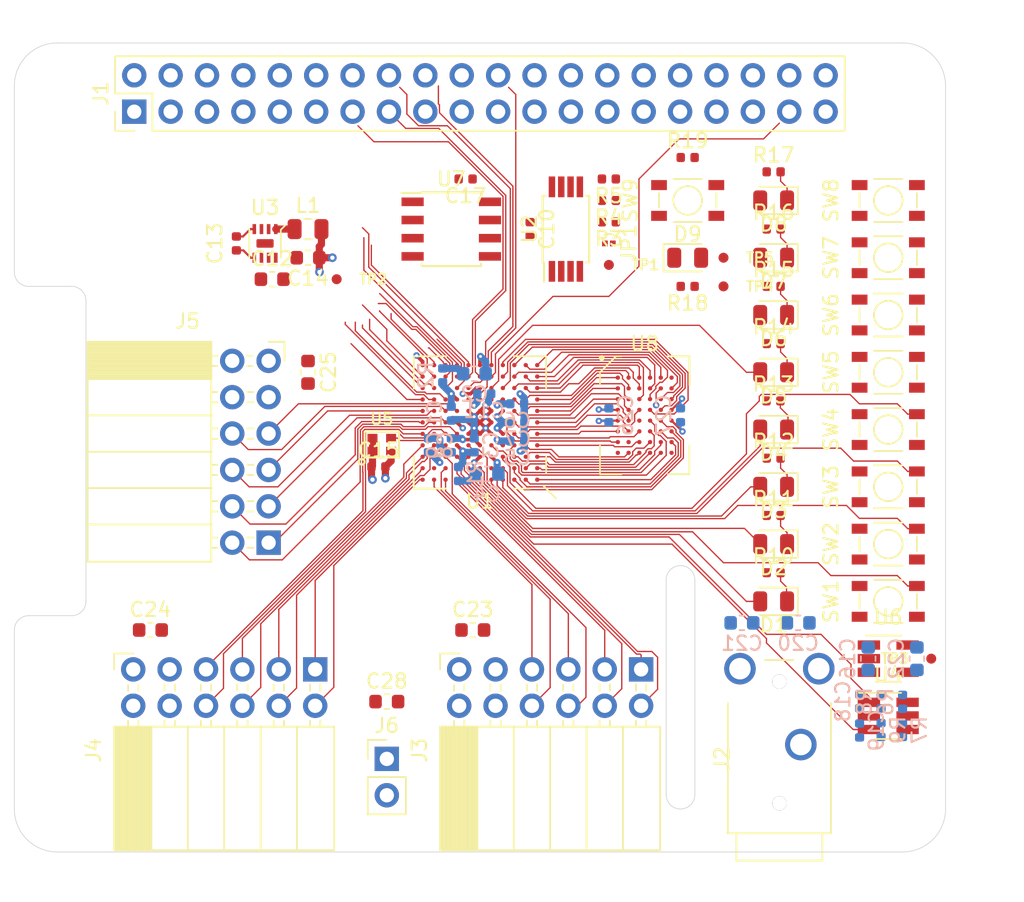
<source format=kicad_pcb>
(kicad_pcb (version 20171130) (host pcbnew 5.1.2+dfsg1-1)
  (layers (0 F.Cu signal) (1 In1.Cu power hide) (2 In2.Cu power) (31 B.Cu signal) (34 B.Paste user) (35 F.Paste user) (36 B.SilkS user hide) (37 F.SilkS user hide) (38 B.Mask user) (39 F.Mask user) (44 Edge.Cuts user))
  (net 0 "")
  (net 1 GND)
  (net 2 +1V2)
  (net 3 "Net-(C2-Pad2)")
  (net 4 "Net-(C2-Pad1)")
  (net 5 "Net-(C4-Pad2)")
  (net 6 "Net-(C4-Pad1)")
  (net 7 +3V3)
  (net 8 +5V)
  (net 9 "Net-(C13-Pad2)")
  (net 10 "Net-(C18-Pad1)")
  (net 11 "Net-(C19-Pad1)")
  (net 12 "Net-(C20-Pad1)")
  (net 13 "Net-(C21-Pad1)")
  (net 14 +3.3VDAC)
  (net 15 "Net-(D1-Pad1)")
  (net 16 /LED0)
  (net 17 /LED1)
  (net 18 "Net-(D2-Pad1)")
  (net 19 "Net-(D3-Pad1)")
  (net 20 /LED2)
  (net 21 /LED3)
  (net 22 "Net-(D4-Pad1)")
  (net 23 /LED4)
  (net 24 "Net-(D5-Pad1)")
  (net 25 "Net-(D6-Pad1)")
  (net 26 /LED5)
  (net 27 /LED6)
  (net 28 "Net-(D7-Pad1)")
  (net 29 "Net-(D8-Pad1)")
  (net 30 /LED7)
  (net 31 /GP13_FPGA_CDONE)
  (net 32 "Net-(J1-Pad3)")
  (net 33 "Net-(J1-Pad5)")
  (net 34 "Net-(J1-Pad7)")
  (net 35 /GP14_UART_TXD)
  (net 36 /GP15_UART_RXD)
  (net 37 "Net-(J1-Pad11)")
  (net 38 "Net-(J1-Pad12)")
  (net 39 /GP27_SDIO_DAT3)
  (net 40 /GP22_SDIO_CLK)
  (net 41 /GP23_SDIO_CMD)
  (net 42 /GP24_SDIO_DAT0)
  (net 43 /GP10_SPI_MOSI)
  (net 44 /GP9_SPI_MISO)
  (net 45 /GP25_SDIO_DAT1)
  (net 46 /GP11_SPI_SCK)
  (net 47 /GP8_SPI_~CS)
  (net 48 "Net-(J1-Pad26)")
  (net 49 /ID_SD)
  (net 50 /ID_SC)
  (net 51 "Net-(J1-Pad29)")
  (net 52 "Net-(J1-Pad31)")
  (net 53 /GP12_FPGA_~RST)
  (net 54 "Net-(J1-Pad35)")
  (net 55 "Net-(J1-Pad36)")
  (net 56 /GP26_SDIO_DAT2)
  (net 57 "Net-(J1-Pad38)")
  (net 58 "Net-(J1-Pad40)")
  (net 59 /IO0_0)
  (net 60 /IO0_1)
  (net 61 /IO0_2)
  (net 62 /IO0_3)
  (net 63 /IO0_4)
  (net 64 /IO0_5)
  (net 65 /IO0_6)
  (net 66 /IO0_7)
  (net 67 /IO1_7)
  (net 68 /IO1_6)
  (net 69 /IO1_5)
  (net 70 /IO1_4)
  (net 71 /IO1_3)
  (net 72 /IO1_2)
  (net 73 /IO1_1)
  (net 74 /IO1_0)
  (net 75 /IO2_0)
  (net 76 /IO2_1)
  (net 77 /IO2_2)
  (net 78 /IO2_3)
  (net 79 /IO2_4)
  (net 80 /IO2_5)
  (net 81 /IO2_6)
  (net 82 /IO2_7)
  (net 83 "Net-(JP1-Pad1)")
  (net 84 "Net-(L1-Pad1)")
  (net 85 "Net-(R6-Pad2)")
  (net 86 "Net-(R7-Pad2)")
  (net 87 /SW0)
  (net 88 /SW1)
  (net 89 /SW2)
  (net 90 /SW3)
  (net 91 /SW4)
  (net 92 /SW5)
  (net 93 /SW6)
  (net 94 /SW7)
  (net 95 /SRAM_DQ0)
  (net 96 /SRAM_DQ5)
  (net 97 /SRAM_DQ7)
  (net 98 /SRAM_DQ6)
  (net 99 /SRAM_DQ12)
  (net 100 /SRAM_A9)
  (net 101 /SRAM_A2)
  (net 102 /SRAM_A4)
  (net 103 /SRAM_A5)
  (net 104 /SRAM_A10)
  (net 105 /SRAM_DQ1)
  (net 106 /SRAM_DQ4)
  (net 107 /SRAM_DQ8)
  (net 108 /SRAM_DQ10)
  (net 109 /SRAM_DQ13)
  (net 110 /SRAM_DQ15)
  (net 111 /SRAM_A3)
  (net 112 /SRAM_A7)
  (net 113 /SRAM_A6)
  (net 114 /SRAM_A12)
  (net 115 /SRAM_DQ3)
  (net 116 /SRAM_DQ9)
  (net 117 /SRAM_DQ11)
  (net 118 /SRAM_A8)
  (net 119 /SRAM_A0)
  (net 120 /SRAM_A1)
  (net 121 /SRAM_A11)
  (net 122 /SRAM_A13)
  (net 123 /SRAM_A15)
  (net 124 /SRAM_DQ2)
  (net 125 /SRAM_DQ14)
  (net 126 /SRAM_A14)
  (net 127 /SRAM_A17)
  (net 128 /SRAM_A16)
  (net 129 /SRAM_~WE)
  (net 130 /SRAM_~OE)
  (net 131 /SRAM_~LB)
  (net 132 /SRAM_~UB)
  (net 133 /AUDIO_R_PWM)
  (net 134 "Net-(U1-PadB10)")
  (net 135 /CLK_OSC)
  (net 136 /AUDIO_L_PWM)
  (module fpga_hat:PTS815 (layer F.Cu) (at 161 103 270)
    (fp_text reference SW5 (at 0 4 270) (layer F.SilkS))
    (fp_text value PTS815)
    (pad 1 smd rect (at -1.075 -2) (size 1.1 0.7) (layers F.Cu F.Paste F.Mask) (net 91 /SW4))
    (pad 2 smd rect (at 1.075 -2) (size 1.1 0.7) (layers F.Cu F.Paste F.Mask) (net 1 GND))
    (pad ~ smd rect (at 1.075 2) (size 1.1 0.7) (layers F.Cu F.Paste F.Mask))
    (pad ~ smd rect (at -1.075 2) (size 1.1 0.7) (layers F.Cu F.Paste F.Mask))
  )
  (module fpga_hat:BGA-121_11x11_9.0x9.0mm (layer F.Cu) (at 132.5 106.5 180)
    (fp_text reference U1 (at 0 -5.5) (layer F.SilkS))
    (fp_text value iCE40-HX8k-BG121)
    (pad A1 smd circle (at -4 -4 180) (size 0.3 0.3) (layers F.Cu F.Paste F.Mask) (net 97 /SRAM_DQ7))
    (pad B1 smd circle (at -4 -3.2 180) (size 0.3 0.3) (layers F.Cu F.Paste F.Mask) (net 129 /SRAM_~WE))
    (pad C1 smd circle (at -4 -2.4 180) (size 0.3 0.3) (layers F.Cu F.Paste F.Mask) (net 100 /SRAM_A9))
    (pad D1 smd circle (at -4 -1.6 180) (size 0.3 0.3) (layers F.Cu F.Paste F.Mask) (net 114 /SRAM_A12))
    (pad E1 smd circle (at -4 -0.8 180) (size 0.3 0.3) (layers F.Cu F.Paste F.Mask) (net 125 /SRAM_DQ14))
    (pad F1 smd circle (at -4 0 180) (size 0.3 0.3) (layers F.Cu F.Paste F.Mask) (net 99 /SRAM_DQ12))
    (pad G1 smd circle (at -4 0.8 180) (size 0.3 0.3) (layers F.Cu F.Paste F.Mask) (net 107 /SRAM_DQ8))
    (pad H1 smd circle (at -4 1.6 180) (size 0.3 0.3) (layers F.Cu F.Paste F.Mask) (net 132 /SRAM_~UB))
    (pad J1 smd circle (at -4 2.4 180) (size 0.3 0.3) (layers F.Cu F.Paste F.Mask) (net 119 /SRAM_A0))
    (pad K1 smd circle (at -4 3.2 180) (size 0.3 0.3) (layers F.Cu F.Paste F.Mask) (net 102 /SRAM_A4))
    (pad L1 smd circle (at -4 4 180) (size 0.3 0.3) (layers F.Cu F.Paste F.Mask) (net 95 /SRAM_DQ0))
    (pad A2 smd circle (at -3.2 -4 180) (size 0.3 0.3) (layers F.Cu F.Paste F.Mask) (net 96 /SRAM_DQ5))
    (pad B2 smd circle (at -3.2 -3.2 180) (size 0.3 0.3) (layers F.Cu F.Paste F.Mask) (net 104 /SRAM_A10))
    (pad C2 smd circle (at -3.2 -2.4 180) (size 0.3 0.3) (layers F.Cu F.Paste F.Mask) (net 122 /SRAM_A13))
    (pad D2 smd circle (at -3.2 -1.6 180) (size 0.3 0.3) (layers F.Cu F.Paste F.Mask) (net 118 /SRAM_A8))
    (pad E2 smd circle (at -3.2 -0.8 180) (size 0.3 0.3) (layers F.Cu F.Paste F.Mask) (net 109 /SRAM_DQ13))
    (pad F2 smd circle (at -3.2 0 180) (size 0.3 0.3) (layers F.Cu F.Paste F.Mask) (net 116 /SRAM_DQ9))
    (pad G2 smd circle (at -3.2 0.8 180) (size 0.3 0.3) (layers F.Cu F.Paste F.Mask) (net 108 /SRAM_DQ10))
    (pad H2 smd circle (at -3.2 1.6 180) (size 0.3 0.3) (layers F.Cu F.Paste F.Mask) (net 130 /SRAM_~OE))
    (pad J2 smd circle (at -3.2 2.4 180) (size 0.3 0.3) (layers F.Cu F.Paste F.Mask) (net 111 /SRAM_A3))
    (pad K2 smd circle (at -3.2 3.2 180) (size 0.3 0.3) (layers F.Cu F.Paste F.Mask) (net 120 /SRAM_A1))
    (pad L2 smd circle (at -3.2 4 180) (size 0.3 0.3) (layers F.Cu F.Paste F.Mask) (net 113 /SRAM_A6))
    (pad A3 smd circle (at -2.4 -4 180) (size 0.3 0.3) (layers F.Cu F.Paste F.Mask) (net 106 /SRAM_DQ4))
    (pad B3 smd circle (at -2.4 -3.2 180) (size 0.3 0.3) (layers F.Cu F.Paste F.Mask) (net 98 /SRAM_DQ6))
    (pad C3 smd circle (at -2.4 -2.4 180) (size 0.3 0.3) (layers F.Cu F.Paste F.Mask) (net 123 /SRAM_A15))
    (pad D3 smd circle (at -2.4 -1.6 180) (size 0.3 0.3) (layers F.Cu F.Paste F.Mask) (net 121 /SRAM_A11))
    (pad E3 smd circle (at -2.4 -0.8 180) (size 0.3 0.3) (layers F.Cu F.Paste F.Mask) (net 126 /SRAM_A14))
    (pad F3 smd circle (at -2.4 0 180) (size 0.3 0.3) (layers F.Cu F.Paste F.Mask) (net 127 /SRAM_A17))
    (pad G3 smd circle (at -2.4 0.8 180) (size 0.3 0.3) (layers F.Cu F.Paste F.Mask) (net 117 /SRAM_DQ11))
    (pad H3 smd circle (at -2.4 1.6 180) (size 0.3 0.3) (layers F.Cu F.Paste F.Mask) (net 131 /SRAM_~LB))
    (pad J3 smd circle (at -2.4 2.4 180) (size 0.3 0.3) (layers F.Cu F.Paste F.Mask) (net 103 /SRAM_A5))
    (pad K3 smd circle (at -2.4 3.2 180) (size 0.3 0.3) (layers F.Cu F.Paste F.Mask) (net 101 /SRAM_A2))
    (pad L3 smd circle (at -2.4 4 180) (size 0.3 0.3) (layers F.Cu F.Paste F.Mask) (net 105 /SRAM_DQ1))
    (pad A4 smd circle (at -1.6 -4 180) (size 0.3 0.3) (layers F.Cu F.Paste F.Mask) (net 89 /SW2))
    (pad B4 smd circle (at -1.6 -3.2 180) (size 0.3 0.3) (layers F.Cu F.Paste F.Mask) (net 21 /LED3))
    (pad C4 smd circle (at -1.6 -2.4 180) (size 0.3 0.3) (layers F.Cu F.Paste F.Mask) (net 90 /SW3))
    (pad D4 smd circle (at -1.6 -1.6 180) (size 0.3 0.3) (layers F.Cu F.Paste F.Mask) (net 2 +1V2))
    (pad E4 smd circle (at -1.6 -0.8 180) (size 0.3 0.3) (layers F.Cu F.Paste F.Mask) (net 7 +3V3))
    (pad F4 smd circle (at -1.6 0 180) (size 0.3 0.3) (layers F.Cu F.Paste F.Mask) (net 110 /SRAM_DQ15))
    (pad G4 smd circle (at -1.6 0.8 180) (size 0.3 0.3) (layers F.Cu F.Paste F.Mask) (net 7 +3V3))
    (pad H4 smd circle (at -1.6 1.6 180) (size 0.3 0.3) (layers F.Cu F.Paste F.Mask) (net 2 +1V2))
    (pad J4 smd circle (at -1.6 2.4 180) (size 0.3 0.3) (layers F.Cu F.Paste F.Mask) (net 124 /SRAM_DQ2))
    (pad K4 smd circle (at -1.6 3.2 180) (size 0.3 0.3) (layers F.Cu F.Paste F.Mask) (net 115 /SRAM_DQ3))
    (pad L4 smd circle (at -1.6 4 180) (size 0.3 0.3) (layers F.Cu F.Paste F.Mask) (net 112 /SRAM_A7))
    (pad A5 smd circle (at -0.8 -4 180) (size 0.3 0.3) (layers F.Cu F.Paste F.Mask) (net 88 /SW1))
    (pad B5 smd circle (at -0.8 -3.2 180) (size 0.3 0.3) (layers F.Cu F.Paste F.Mask) (net 20 /LED2))
    (pad C5 smd circle (at -0.8 -2.4 180) (size 0.3 0.3) (layers F.Cu F.Paste F.Mask) (net 5 "Net-(C4-Pad2)"))
    (pad D5 smd circle (at -0.8 -1.6 180) (size 0.3 0.3) (layers F.Cu F.Paste F.Mask) (net 128 /SRAM_A16))
    (pad E5 smd circle (at -0.8 -0.8 180) (size 0.3 0.3) (layers F.Cu F.Paste F.Mask) (net 1 GND))
    (pad F5 smd circle (at -0.8 0 180) (size 0.3 0.3) (layers F.Cu F.Paste F.Mask) (net 1 GND))
    (pad G5 smd circle (at -0.8 0.8 180) (size 0.3 0.3) (layers F.Cu F.Paste F.Mask) (net 1 GND))
    (pad H5 smd circle (at -0.8 1.6 180) (size 0.3 0.3) (layers F.Cu F.Paste F.Mask) (net 1 GND))
    (pad J5 smd circle (at -0.8 2.4 180) (size 0.3 0.3) (layers F.Cu F.Paste F.Mask) (net 23 /LED4))
    (pad K5 smd circle (at -0.8 3.2 180) (size 0.3 0.3) (layers F.Cu F.Paste F.Mask) (net 91 /SW4))
    (pad L5 smd circle (at -0.8 4 180) (size 0.3 0.3) (layers F.Cu F.Paste F.Mask) (net 26 /LED5))
    (pad A6 smd circle (at 0 -4 180) (size 0.3 0.3) (layers F.Cu F.Paste F.Mask) (net 16 /LED0))
    (pad B6 smd circle (at 0 -3.2 180) (size 0.3 0.3) (layers F.Cu F.Paste F.Mask) (net 87 /SW0))
    (pad C6 smd circle (at 0 -2.4 180) (size 0.3 0.3) (layers F.Cu F.Paste F.Mask) (net 6 "Net-(C4-Pad1)"))
    (pad D6 smd circle (at 0 -1.6 180) (size 0.3 0.3) (layers F.Cu F.Paste F.Mask) (net 7 +3V3))
    (pad E6 smd circle (at 0 -0.8 180) (size 0.3 0.3) (layers F.Cu F.Paste F.Mask) (net 1 GND))
    (pad F6 smd circle (at 0 0 180) (size 0.3 0.3) (layers F.Cu F.Paste F.Mask) (net 1 GND))
    (pad G6 smd circle (at 0 0.8 180) (size 0.3 0.3) (layers F.Cu F.Paste F.Mask) (net 1 GND))
    (pad H6 smd circle (at 0 1.6 180) (size 0.3 0.3) (layers F.Cu F.Paste F.Mask) (net 7 +3V3))
    (pad J6 smd circle (at 0 2.4 180) (size 0.3 0.3) (layers F.Cu F.Paste F.Mask) (net 4 "Net-(C2-Pad1)"))
    (pad K6 smd circle (at 0 3.2 180) (size 0.3 0.3) (layers F.Cu F.Paste F.Mask) (net 40 /GP22_SDIO_CLK))
    (pad L6 smd circle (at 0 4 180) (size 0.3 0.3) (layers F.Cu F.Paste F.Mask) (net 3 "Net-(C2-Pad2)"))
    (pad A7 smd circle (at 0.8 -4 180) (size 0.3 0.3) (layers F.Cu F.Paste F.Mask) (net 63 /IO0_4))
    (pad B7 smd circle (at 0.8 -3.2 180) (size 0.3 0.3) (layers F.Cu F.Paste F.Mask) (net 136 /AUDIO_L_PWM))
    (pad C7 smd circle (at 0.8 -2.4 180) (size 0.3 0.3) (layers F.Cu F.Paste F.Mask) (net 133 /AUDIO_R_PWM))
    (pad D7 smd circle (at 0.8 -1.6 180) (size 0.3 0.3) (layers F.Cu F.Paste F.Mask) (net 17 /LED1))
    (pad E7 smd circle (at 0.8 -0.8 180) (size 0.3 0.3) (layers F.Cu F.Paste F.Mask) (net 1 GND))
    (pad F7 smd circle (at 0.8 0 180) (size 0.3 0.3) (layers F.Cu F.Paste F.Mask) (net 1 GND))
    (pad G7 smd circle (at 0.8 0.8 180) (size 0.3 0.3) (layers F.Cu F.Paste F.Mask) (net 1 GND))
    (pad H7 smd circle (at 0.8 1.6 180) (size 0.3 0.3) (layers F.Cu F.Paste F.Mask) (net 92 /SW5))
    (pad J7 smd circle (at 0.8 2.4 180) (size 0.3 0.3) (layers F.Cu F.Paste F.Mask) (net 56 /GP26_SDIO_DAT2))
    (pad K7 smd circle (at 0.8 3.2 180) (size 0.3 0.3) (layers F.Cu F.Paste F.Mask) (net 45 /GP25_SDIO_DAT1))
    (pad L7 smd circle (at 0.8 4 180) (size 0.3 0.3) (layers F.Cu F.Paste F.Mask) (net 42 /GP24_SDIO_DAT0))
    (pad A8 smd circle (at 1.6 -4 180) (size 0.3 0.3) (layers F.Cu F.Paste F.Mask) (net 60 /IO0_1))
    (pad B8 smd circle (at 1.6 -3.2 180) (size 0.3 0.3) (layers F.Cu F.Paste F.Mask) (net 64 /IO0_5))
    (pad C8 smd circle (at 1.6 -2.4 180) (size 0.3 0.3) (layers F.Cu F.Paste F.Mask) (net 59 /IO0_0))
    (pad D8 smd circle (at 1.6 -1.6 180) (size 0.3 0.3) (layers F.Cu F.Paste F.Mask) (net 2 +1V2))
    (pad E8 smd circle (at 1.6 -0.8 180) (size 0.3 0.3) (layers F.Cu F.Paste F.Mask) (net 79 /IO2_4))
    (pad F8 smd circle (at 1.6 0 180) (size 0.3 0.3) (layers F.Cu F.Paste F.Mask) (net 7 +3V3))
    (pad G8 smd circle (at 1.6 0.8 180) (size 0.3 0.3) (layers F.Cu F.Paste F.Mask) (net 78 /IO2_3))
    (pad H8 smd circle (at 1.6 1.6 180) (size 0.3 0.3) (layers F.Cu F.Paste F.Mask) (net 2 +1V2))
    (pad J8 smd circle (at 1.6 2.4 180) (size 0.3 0.3) (layers F.Cu F.Paste F.Mask) (net 41 /GP23_SDIO_CMD))
    (pad K8 smd circle (at 1.6 3.2 180) (size 0.3 0.3) (layers F.Cu F.Paste F.Mask) (net 31 /GP13_FPGA_CDONE))
    (pad L8 smd circle (at 1.6 4 180) (size 0.3 0.3) (layers F.Cu F.Paste F.Mask) (net 39 /GP27_SDIO_DAT3))
    (pad A9 smd circle (at 2.4 -4 180) (size 0.3 0.3) (layers F.Cu F.Paste F.Mask) (net 61 /IO0_2))
    (pad B9 smd circle (at 2.4 -3.2 180) (size 0.3 0.3) (layers F.Cu F.Paste F.Mask) (net 66 /IO0_7))
    (pad C9 smd circle (at 2.4 -2.4 180) (size 0.3 0.3) (layers F.Cu F.Paste F.Mask) (net 65 /IO0_6))
    (pad D9 smd circle (at 2.4 -1.6 180) (size 0.3 0.3) (layers F.Cu F.Paste F.Mask) (net 74 /IO1_0))
    (pad E9 smd circle (at 2.4 -0.8 180) (size 0.3 0.3) (layers F.Cu F.Paste F.Mask) (net 67 /IO1_7))
    (pad F9 smd circle (at 2.4 0 180) (size 0.3 0.3) (layers F.Cu F.Paste F.Mask) (net 76 /IO2_1))
    (pad G9 smd circle (at 2.4 0.8 180) (size 0.3 0.3) (layers F.Cu F.Paste F.Mask) (net 82 /IO2_7))
    (pad H9 smd circle (at 2.4 1.6 180) (size 0.3 0.3) (layers F.Cu F.Paste F.Mask) (net 94 /SW7))
    (pad J9 smd circle (at 2.4 2.4 180) (size 0.3 0.3) (layers F.Cu F.Paste F.Mask) (net 44 /GP9_SPI_MISO))
    (pad K9 smd circle (at 2.4 3.2 180) (size 0.3 0.3) (layers F.Cu F.Paste F.Mask) (net 43 /GP10_SPI_MOSI))
    (pad L9 smd circle (at 2.4 4 180) (size 0.3 0.3) (layers F.Cu F.Paste F.Mask) (net 53 /GP12_FPGA_~RST))
    (pad A10 smd circle (at 3.2 -4 180) (size 0.3 0.3) (layers F.Cu F.Paste F.Mask) (net 62 /IO0_3))
    (pad B10 smd circle (at 3.2 -3.2 180) (size 0.3 0.3) (layers F.Cu F.Paste F.Mask) (net 134 "Net-(U1-PadB10)"))
    (pad C10 smd circle (at 3.2 -2.4 180) (size 0.3 0.3) (layers F.Cu F.Paste F.Mask) (net 7 +3V3))
    (pad D10 smd circle (at 3.2 -1.6 180) (size 0.3 0.3) (layers F.Cu F.Paste F.Mask) (net 73 /IO1_1))
    (pad E10 smd circle (at 3.2 -0.8 180) (size 0.3 0.3) (layers F.Cu F.Paste F.Mask) (net 135 /CLK_OSC))
    (pad F10 smd circle (at 3.2 0 180) (size 0.3 0.3) (layers F.Cu F.Paste F.Mask) (net 75 /IO2_0))
    (pad G10 smd circle (at 3.2 0.8 180) (size 0.3 0.3) (layers F.Cu F.Paste F.Mask) (net 81 /IO2_6))
    (pad H10 smd circle (at 3.2 1.6 180) (size 0.3 0.3) (layers F.Cu F.Paste F.Mask) (net 35 /GP14_UART_TXD))
    (pad J10 smd circle (at 3.2 2.4 180) (size 0.3 0.3) (layers F.Cu F.Paste F.Mask) (net 36 /GP15_UART_RXD))
    (pad K10 smd circle (at 3.2 3.2 180) (size 0.3 0.3) (layers F.Cu F.Paste F.Mask) (net 47 /GP8_SPI_~CS))
    (pad L10 smd circle (at 3.2 4 180) (size 0.3 0.3) (layers F.Cu F.Paste F.Mask) (net 46 /GP11_SPI_SCK))
    (pad A11 smd circle (at 4 -4 180) (size 0.3 0.3) (layers F.Cu F.Paste F.Mask) (net 70 /IO1_4))
    (pad B11 smd circle (at 4 -3.2 180) (size 0.3 0.3) (layers F.Cu F.Paste F.Mask) (net 69 /IO1_5))
    (pad C11 smd circle (at 4 -2.4 180) (size 0.3 0.3) (layers F.Cu F.Paste F.Mask) (net 68 /IO1_6))
    (pad D11 smd circle (at 4 -1.6 180) (size 0.3 0.3) (layers F.Cu F.Paste F.Mask) (net 72 /IO1_2))
    (pad E11 smd circle (at 4 -0.8 180) (size 0.3 0.3) (layers F.Cu F.Paste F.Mask) (net 71 /IO1_3))
    (pad F11 smd circle (at 4 0 180) (size 0.3 0.3) (layers F.Cu F.Paste F.Mask) (net 80 /IO2_5))
    (pad G11 smd circle (at 4 0.8 180) (size 0.3 0.3) (layers F.Cu F.Paste F.Mask) (net 77 /IO2_2))
    (pad H11 smd circle (at 4 1.6 180) (size 0.3 0.3) (layers F.Cu F.Paste F.Mask) (net 30 /LED7))
    (pad J11 smd circle (at 4 2.4 180) (size 0.3 0.3) (layers F.Cu F.Paste F.Mask) (net 27 /LED6))
    (pad K11 smd circle (at 4 3.2 180) (size 0.3 0.3) (layers F.Cu F.Paste F.Mask) (net 93 /SW6))
    (pad L11 smd circle (at 4 4 180) (size 0.3 0.3) (layers F.Cu F.Paste F.Mask) (net 7 +3V3))
  )
  (module Capacitor_SMD:C_0402_1005Metric (layer B.Cu) (at 128.9 108.1 90)
    (fp_text reference C8 (at 0 1.17 90) (layer B.SilkS) (effects (justify mirror)))
    (fp_text value 100n)
    (pad 2 smd roundrect (at 0.485 0 90) (size 0.59 0.64) (layers B.Cu B.Paste B.Mask) (net 1 GND))
    (pad 1 smd roundrect (at -0.485 0 90) (size 0.59 0.64) (layers B.Cu B.Paste B.Mask) (net 7 +3V3))
  )
  (module fpga_hat:MOUNTHOLE_M2.5 (layer F.Cu) (at 161.5 83.5)
    (fp_text reference REF** hide)
    (fp_text value MOUNTHOLE_M2.5 hide)
    (pad "" np_thru_hole circle (at 0 0) (size 2.75 2.75) (drill 2.75) (layers *.Cu *.Mask) (thermal_gap 1.9))
  )
  (module fpga_hat:MOUNTHOLE_M2.5 (layer F.Cu) (at 161.5 133)
    (fp_text reference REF** hide)
    (fp_text value MOUNTHOLE_M2.5 hide)
    (pad "" np_thru_hole circle (at 0 0) (size 2.75 2.75) (drill 2.75) (layers *.Cu *.Mask) (thermal_gap 1.9))
  )
  (module fpga_hat:MOUNTHOLE_M2.5 (layer F.Cu) (at 103.5 133)
    (fp_text reference REF** hide)
    (fp_text value MOUNTHOLE_M2.5 hide)
    (pad "" np_thru_hole circle (at 0 0) (size 2.75 2.75) (drill 2.75) (layers *.Cu *.Mask) (thermal_gap 1.9))
  )
  (module fpga_hat:MOUNTHOLE_M2.5 (layer F.Cu) (at 103.5 83.5)
    (fp_text reference REF** hide)
    (fp_text value MOUNTHOLE_M2.5 hide)
    (pad "" np_thru_hole circle (at 0 0) (size 2.75 2.75) (drill 2.75) (layers *.Cu *.Mask) (thermal_gap 1.9))
  )
  (module Capacitor_SMD:C_0402_1005Metric (layer B.Cu) (at 130.5 105.885 270)
    (fp_text reference C1 (at 0 1.17 90) (layer B.SilkS) (effects (justify mirror)))
    (fp_text value 100n)
    (pad 2 smd roundrect (at 0.485 0 270) (size 0.59 0.64) (layers B.Cu B.Paste B.Mask) (net 1 GND))
    (pad 1 smd roundrect (at -0.485 0 270) (size 0.59 0.64) (layers B.Cu B.Paste B.Mask) (net 2 +1V2))
  )
  (module Capacitor_SMD:C_0603_1608Metric (layer B.Cu) (at 132.1125 103.1)
    (fp_text reference C2 (at 0 1.43) (layer B.SilkS) (effects (justify mirror)))
    (fp_text value 4u7)
    (pad 2 smd roundrect (at 0.7875 0) (size 0.875 0.95) (layers B.Cu B.Paste B.Mask) (net 3 "Net-(C2-Pad2)"))
    (pad 1 smd roundrect (at -0.7875 0) (size 0.875 0.95) (layers B.Cu B.Paste B.Mask) (net 4 "Net-(C2-Pad1)"))
  )
  (module Capacitor_SMD:C_0402_1005Metric (layer B.Cu) (at 132.1 108.1 90)
    (fp_text reference C3 (at 0 1.17 90) (layer B.SilkS) (effects (justify mirror)))
    (fp_text value 100n)
    (pad 1 smd roundrect (at -0.485 0 90) (size 0.59 0.64) (layers B.Cu B.Paste B.Mask) (net 2 +1V2))
    (pad 2 smd roundrect (at 0.485 0 90) (size 0.59 0.64) (layers B.Cu B.Paste B.Mask) (net 1 GND))
  )
  (module Capacitor_SMD:C_0603_1608Metric (layer B.Cu) (at 133 110.1)
    (fp_text reference C4 (at 0 1.43) (layer B.SilkS) (effects (justify mirror)))
    (fp_text value 4u7)
    (pad 1 smd roundrect (at -0.7875 0) (size 0.875 0.95) (layers B.Cu B.Paste B.Mask) (net 6 "Net-(C4-Pad1)"))
    (pad 2 smd roundrect (at 0.7875 0) (size 0.875 0.95) (layers B.Cu B.Paste B.Mask) (net 5 "Net-(C4-Pad2)"))
  )
  (module Capacitor_SMD:C_0402_1005Metric (layer B.Cu) (at 135.1 107.8)
    (fp_text reference C5 (at 0 1.17 180) (layer B.SilkS) (effects (justify mirror)))
    (fp_text value 100n)
    (pad 1 smd roundrect (at -0.485 0) (size 0.59 0.64) (layers B.Cu B.Paste B.Mask) (net 2 +1V2))
    (pad 2 smd roundrect (at 0.485 0) (size 0.59 0.64) (layers B.Cu B.Paste B.Mask) (net 1 GND))
  )
  (module Capacitor_SMD:C_0402_1005Metric (layer B.Cu) (at 135.1 105.2)
    (fp_text reference C6 (at 0 1.17) (layer B.SilkS) (effects (justify mirror)))
    (fp_text value 100n)
    (pad 2 smd roundrect (at 0.485 0) (size 0.59 0.64) (layers B.Cu B.Paste B.Mask) (net 1 GND))
    (pad 1 smd roundrect (at -0.485 0) (size 0.59 0.64) (layers B.Cu B.Paste B.Mask) (net 2 +1V2))
  )
  (module Capacitor_SMD:C_0402_1005Metric (layer B.Cu) (at 135.115 106.5)
    (fp_text reference C7 (at 0 1.17 180) (layer B.SilkS) (effects (justify mirror)))
    (fp_text value 100n)
    (pad 2 smd roundrect (at 0.485 0) (size 0.59 0.64) (layers B.Cu B.Paste B.Mask) (net 1 GND))
    (pad 1 smd roundrect (at -0.485 0) (size 0.59 0.64) (layers B.Cu B.Paste B.Mask) (net 7 +3V3))
  )
  (module Capacitor_SMD:C_0402_1005Metric (layer B.Cu) (at 130.5 108.1 270)
    (fp_text reference C9 (at 0 1.17 90) (layer B.SilkS) (effects (justify mirror)))
    (fp_text value 100n)
    (pad 2 smd roundrect (at 0.485 0 270) (size 0.59 0.64) (layers B.Cu B.Paste B.Mask) (net 1 GND))
    (pad 1 smd roundrect (at -0.485 0 270) (size 0.59 0.64) (layers B.Cu B.Paste B.Mask) (net 7 +3V3))
  )
  (module Capacitor_SMD:C_0402_1005Metric (layer F.Cu) (at 136 93 270)
    (fp_text reference C10 (at 0 -1.17 90) (layer F.SilkS))
    (fp_text value 100n)
    (pad 2 smd roundrect (at 0.485 0 270) (size 0.59 0.64) (layers F.Cu F.Paste F.Mask) (net 1 GND))
    (pad 1 smd roundrect (at -0.485 0 270) (size 0.59 0.64) (layers F.Cu F.Paste F.Mask) (net 7 +3V3))
  )
  (module Capacitor_SMD:C_0402_1005Metric (layer B.Cu) (at 132.8 104.5)
    (fp_text reference C11 (at 0 1.17) (layer B.SilkS) (effects (justify mirror)))
    (fp_text value 100n)
    (pad 1 smd roundrect (at -0.485 0) (size 0.59 0.64) (layers B.Cu B.Paste B.Mask) (net 7 +3V3))
    (pad 2 smd roundrect (at 0.485 0) (size 0.59 0.64) (layers B.Cu B.Paste B.Mask) (net 1 GND))
  )
  (module Capacitor_SMD:C_0603_1608Metric (layer F.Cu) (at 118 96.5)
    (fp_text reference C12 (at 0 -1.43) (layer F.SilkS))
    (fp_text value 4u7)
    (pad 2 smd roundrect (at 0.7875 0) (size 0.875 0.95) (layers F.Cu F.Paste F.Mask) (net 1 GND))
    (pad 1 smd roundrect (at -0.7875 0) (size 0.875 0.95) (layers F.Cu F.Paste F.Mask) (net 8 +5V))
  )
  (module Capacitor_SMD:C_0402_1005Metric (layer F.Cu) (at 115.5 94 270)
    (fp_text reference C13 (at 0 1.5 90) (layer F.SilkS))
    (fp_text value 560p)
    (pad 1 smd roundrect (at -0.485 0 270) (size 0.59 0.64) (layers F.Cu F.Paste F.Mask) (net 2 +1V2))
    (pad 2 smd roundrect (at 0.485 0 270) (size 0.59 0.64) (layers F.Cu F.Paste F.Mask) (net 9 "Net-(C13-Pad2)"))
  )
  (module Capacitor_SMD:C_0603_1608Metric (layer F.Cu) (at 120.5 95 180)
    (fp_text reference C14 (at 0 -1.43) (layer F.SilkS))
    (fp_text value 4u7)
    (pad 2 smd roundrect (at 0.7875 0 180) (size 0.875 0.95) (layers F.Cu F.Paste F.Mask) (net 1 GND))
    (pad 1 smd roundrect (at -0.7875 0 180) (size 0.875 0.95) (layers F.Cu F.Paste F.Mask) (net 2 +1V2))
  )
  (module Capacitor_SMD:C_0402_1005Metric (layer F.Cu) (at 125.415 109.6)
    (fp_text reference C15 (at 0 -1.17) (layer F.SilkS))
    (fp_text value 100n)
    (pad 2 smd roundrect (at 0.485 0) (size 0.59 0.64) (layers F.Cu F.Paste F.Mask) (net 1 GND))
    (pad 1 smd roundrect (at -0.485 0) (size 0.59 0.64) (layers F.Cu F.Paste F.Mask) (net 7 +3V3))
  )
  (module Capacitor_SMD:C_0603_1608Metric (layer B.Cu) (at 159.6 123 270)
    (fp_text reference C16 (at 0 1.43 90) (layer B.SilkS) (effects (justify mirror)))
    (fp_text value 1u)
    (pad 1 smd roundrect (at -0.7875 0 270) (size 0.875 0.95) (layers B.Cu B.Paste B.Mask) (net 8 +5V))
    (pad 2 smd roundrect (at 0.7875 0 270) (size 0.875 0.95) (layers B.Cu B.Paste B.Mask) (net 1 GND))
  )
  (module Capacitor_SMD:C_0402_1005Metric (layer F.Cu) (at 131.5 89.5 180)
    (fp_text reference C17 (at 0 -1.17) (layer F.SilkS))
    (fp_text value 100n)
    (pad 1 smd roundrect (at -0.485 0 180) (size 0.59 0.64) (layers F.Cu F.Paste F.Mask) (net 7 +3V3))
    (pad 2 smd roundrect (at 0.485 0 180) (size 0.59 0.64) (layers F.Cu F.Paste F.Mask) (net 1 GND))
  )
  (module Capacitor_SMD:C_0402_1005Metric (layer B.Cu) (at 159 125.985 270)
    (fp_text reference C18 (at 0 1.17 90) (layer B.SilkS) (effects (justify mirror)))
    (fp_text value 100n)
    (pad 1 smd roundrect (at -0.485 0 270) (size 0.59 0.64) (layers B.Cu B.Paste B.Mask) (net 10 "Net-(C18-Pad1)"))
    (pad 2 smd roundrect (at 0.485 0 270) (size 0.59 0.64) (layers B.Cu B.Paste B.Mask) (net 1 GND))
  )
  (module Capacitor_SMD:C_0402_1005Metric (layer B.Cu) (at 159 128.015 90)
    (fp_text reference C19 (at 0 1.17 90) (layer B.SilkS) (effects (justify mirror)))
    (fp_text value 100n)
    (pad 1 smd roundrect (at -0.485 0 90) (size 0.59 0.64) (layers B.Cu B.Paste B.Mask) (net 11 "Net-(C19-Pad1)"))
    (pad 2 smd roundrect (at 0.485 0 90) (size 0.59 0.64) (layers B.Cu B.Paste B.Mask) (net 1 GND))
  )
  (module Capacitor_SMD:C_0603_1608Metric (layer B.Cu) (at 154.7125 120.5)
    (fp_text reference C20 (at 0 1.43) (layer B.SilkS) (effects (justify mirror)))
    (fp_text value 4u7)
    (pad 1 smd roundrect (at -0.7875 0) (size 0.875 0.95) (layers B.Cu B.Paste B.Mask) (net 12 "Net-(C20-Pad1)"))
    (pad 2 smd roundrect (at 0.7875 0) (size 0.875 0.95) (layers B.Cu B.Paste B.Mask) (net 10 "Net-(C18-Pad1)"))
  )
  (module Capacitor_SMD:C_0603_1608Metric (layer B.Cu) (at 150.7875 120.5)
    (fp_text reference C21 (at 0 1.43) (layer B.SilkS) (effects (justify mirror)))
    (fp_text value 4u7)
    (pad 1 smd roundrect (at -0.7875 0) (size 0.875 0.95) (layers B.Cu B.Paste B.Mask) (net 13 "Net-(C21-Pad1)"))
    (pad 2 smd roundrect (at 0.7875 0) (size 0.875 0.95) (layers B.Cu B.Paste B.Mask) (net 11 "Net-(C19-Pad1)"))
  )
  (module Capacitor_SMD:C_0603_1608Metric (layer B.Cu) (at 163 123 270)
    (fp_text reference C22 (at 0 1.43 90) (layer B.SilkS) (effects (justify mirror)))
    (fp_text value 1u)
    (pad 2 smd roundrect (at 0.7875 0 270) (size 0.875 0.95) (layers B.Cu B.Paste B.Mask) (net 1 GND))
    (pad 1 smd roundrect (at -0.7875 0 270) (size 0.875 0.95) (layers B.Cu B.Paste B.Mask) (net 14 +3.3VDAC))
  )
  (module Capacitor_SMD:C_0603_1608Metric (layer F.Cu) (at 132 121)
    (fp_text reference C23 (at 0 -1.43) (layer F.SilkS))
    (fp_text value 1u)
    (pad 2 smd roundrect (at 0.7875 0) (size 0.875 0.95) (layers F.Cu F.Paste F.Mask) (net 1 GND))
    (pad 1 smd roundrect (at -0.7875 0) (size 0.875 0.95) (layers F.Cu F.Paste F.Mask) (net 7 +3V3))
  )
  (module Capacitor_SMD:C_0603_1608Metric (layer F.Cu) (at 109.5 121)
    (fp_text reference C24 (at 0 -1.43) (layer F.SilkS))
    (fp_text value 1u)
    (pad 1 smd roundrect (at -0.7875 0) (size 0.875 0.95) (layers F.Cu F.Paste F.Mask) (net 7 +3V3))
    (pad 2 smd roundrect (at 0.7875 0) (size 0.875 0.95) (layers F.Cu F.Paste F.Mask) (net 1 GND))
  )
  (module Capacitor_SMD:C_0603_1608Metric (layer F.Cu) (at 120.5 103 270)
    (fp_text reference C25 (at 0 -1.43 90) (layer F.SilkS))
    (fp_text value 1u)
    (pad 2 smd roundrect (at 0.7875 0 270) (size 0.875 0.95) (layers F.Cu F.Paste F.Mask) (net 1 GND))
    (pad 1 smd roundrect (at -0.7875 0 270) (size 0.875 0.95) (layers F.Cu F.Paste F.Mask) (net 7 +3V3))
  )
  (module Capacitor_SMD:C_0402_1005Metric (layer B.Cu) (at 141.5 106 90)
    (fp_text reference C26 (at 0 1.17 270) (layer B.SilkS) (effects (justify mirror)))
    (fp_text value 100n)
    (pad 1 smd roundrect (at -0.485 0 90) (size 0.59 0.64) (layers B.Cu B.Paste B.Mask) (net 7 +3V3))
    (pad 2 smd roundrect (at 0.485 0 90) (size 0.59 0.64) (layers B.Cu B.Paste B.Mask) (net 1 GND))
  )
  (module Capacitor_SMD:C_0402_1005Metric (layer B.Cu) (at 146.5 106 270)
    (fp_text reference C27 (at 0 1.17 270) (layer B.SilkS) (effects (justify mirror)))
    (fp_text value 100n)
    (pad 2 smd roundrect (at 0.485 0 270) (size 0.59 0.64) (layers B.Cu B.Paste B.Mask) (net 1 GND))
    (pad 1 smd roundrect (at -0.485 0 270) (size 0.59 0.64) (layers B.Cu B.Paste B.Mask) (net 7 +3V3))
  )
  (module Capacitor_SMD:C_0603_1608Metric (layer F.Cu) (at 126 126)
    (fp_text reference C28 (at 0 -1.43) (layer F.SilkS))
    (fp_text value 1u)
    (pad 1 smd roundrect (at -0.7875 0) (size 0.875 0.95) (layers F.Cu F.Paste F.Mask) (net 8 +5V))
    (pad 2 smd roundrect (at 0.7875 0) (size 0.875 0.95) (layers F.Cu F.Paste F.Mask) (net 1 GND))
  )
  (module LED_SMD:LED_0805_2012Metric (layer F.Cu) (at 153 119 180)
    (fp_text reference D1 (at 0 -1.65) (layer F.SilkS))
    (fp_text value LED)
    (pad 1 smd roundrect (at -0.9375 0 180) (size 0.975 1.4) (layers F.Cu F.Paste F.Mask) (net 15 "Net-(D1-Pad1)"))
    (pad 2 smd roundrect (at 0.9375 0 180) (size 0.975 1.4) (layers F.Cu F.Paste F.Mask) (net 16 /LED0))
  )
  (module LED_SMD:LED_0805_2012Metric (layer F.Cu) (at 153 115 180)
    (fp_text reference D2 (at 0 -1.65) (layer F.SilkS))
    (fp_text value LED)
    (pad 1 smd roundrect (at -0.9375 0 180) (size 0.975 1.4) (layers F.Cu F.Paste F.Mask) (net 18 "Net-(D2-Pad1)"))
    (pad 2 smd roundrect (at 0.9375 0 180) (size 0.975 1.4) (layers F.Cu F.Paste F.Mask) (net 17 /LED1))
  )
  (module LED_SMD:LED_0805_2012Metric (layer F.Cu) (at 153 111 180)
    (fp_text reference D3 (at 0 -1.65) (layer F.SilkS))
    (fp_text value LED)
    (pad 2 smd roundrect (at 0.9375 0 180) (size 0.975 1.4) (layers F.Cu F.Paste F.Mask) (net 20 /LED2))
    (pad 1 smd roundrect (at -0.9375 0 180) (size 0.975 1.4) (layers F.Cu F.Paste F.Mask) (net 19 "Net-(D3-Pad1)"))
  )
  (module LED_SMD:LED_0805_2012Metric (layer F.Cu) (at 153 107 180)
    (fp_text reference D4 (at 0 -1.65) (layer F.SilkS))
    (fp_text value LED)
    (pad 1 smd roundrect (at -0.9375 0 180) (size 0.975 1.4) (layers F.Cu F.Paste F.Mask) (net 22 "Net-(D4-Pad1)"))
    (pad 2 smd roundrect (at 0.9375 0 180) (size 0.975 1.4) (layers F.Cu F.Paste F.Mask) (net 21 /LED3))
  )
  (module LED_SMD:LED_0805_2012Metric (layer F.Cu) (at 153 103 180)
    (fp_text reference D5 (at 0 -1.65) (layer F.SilkS))
    (fp_text value LED)
    (pad 2 smd roundrect (at 0.9375 0 180) (size 0.975 1.4) (layers F.Cu F.Paste F.Mask) (net 23 /LED4))
    (pad 1 smd roundrect (at -0.9375 0 180) (size 0.975 1.4) (layers F.Cu F.Paste F.Mask) (net 24 "Net-(D5-Pad1)"))
  )
  (module LED_SMD:LED_0805_2012Metric (layer F.Cu) (at 153 99 180)
    (fp_text reference D6 (at 0 -1.65) (layer F.SilkS))
    (fp_text value LED)
    (pad 1 smd roundrect (at -0.9375 0 180) (size 0.975 1.4) (layers F.Cu F.Paste F.Mask) (net 25 "Net-(D6-Pad1)"))
    (pad 2 smd roundrect (at 0.9375 0 180) (size 0.975 1.4) (layers F.Cu F.Paste F.Mask) (net 26 /LED5))
  )
  (module LED_SMD:LED_0805_2012Metric (layer F.Cu) (at 153 95 180)
    (fp_text reference D7 (at 0 -1.65) (layer F.SilkS))
    (fp_text value LED)
    (pad 2 smd roundrect (at 0.9375 0 180) (size 0.975 1.4) (layers F.Cu F.Paste F.Mask) (net 27 /LED6))
    (pad 1 smd roundrect (at -0.9375 0 180) (size 0.975 1.4) (layers F.Cu F.Paste F.Mask) (net 28 "Net-(D7-Pad1)"))
  )
  (module LED_SMD:LED_0805_2012Metric (layer F.Cu) (at 153 91 180)
    (fp_text reference D8 (at 0 -1.65) (layer F.SilkS))
    (fp_text value LED)
    (pad 1 smd roundrect (at -0.9375 0 180) (size 0.975 1.4) (layers F.Cu F.Paste F.Mask) (net 29 "Net-(D8-Pad1)"))
    (pad 2 smd roundrect (at 0.9375 0 180) (size 0.975 1.4) (layers F.Cu F.Paste F.Mask) (net 30 /LED7))
  )
  (module LED_SMD:LED_0805_2012Metric (layer F.Cu) (at 147 95)
    (fp_text reference D9 (at 0 -1.65) (layer F.SilkS))
    (fp_text value LED)
    (pad 2 smd roundrect (at 0.9375 0) (size 0.975 1.4) (layers F.Cu F.Paste F.Mask) (net 31 /GP13_FPGA_CDONE))
    (pad 1 smd roundrect (at -0.9375 0) (size 0.975 1.4) (layers F.Cu F.Paste F.Mask) (net 1 GND))
  )
  (module Connector_PinHeader_2.54mm:PinHeader_2x20_P2.54mm_Vertical (layer F.Cu) (at 108.37 84.8 90)
    (fp_text reference J1 (at 1.27 -2.33 90) (layer F.SilkS))
    (fp_text value 2x20)
    (pad 1 thru_hole rect (at 0 0 90) (size 1.7 1.7) (drill 1) (layers *.Cu *.Mask) (net 7 +3V3))
    (pad 2 thru_hole oval (at 2.54 0 90) (size 1.7 1.7) (drill 1) (layers *.Cu *.Mask) (net 8 +5V))
    (pad 3 thru_hole oval (at 0 2.54 90) (size 1.7 1.7) (drill 1) (layers *.Cu *.Mask) (net 32 "Net-(J1-Pad3)"))
    (pad 4 thru_hole oval (at 2.54 2.54 90) (size 1.7 1.7) (drill 1) (layers *.Cu *.Mask) (net 8 +5V))
    (pad 5 thru_hole oval (at 0 5.08 90) (size 1.7 1.7) (drill 1) (layers *.Cu *.Mask) (net 33 "Net-(J1-Pad5)"))
    (pad 6 thru_hole oval (at 2.54 5.08 90) (size 1.7 1.7) (drill 1) (layers *.Cu *.Mask) (net 1 GND))
    (pad 7 thru_hole oval (at 0 7.62 90) (size 1.7 1.7) (drill 1) (layers *.Cu *.Mask) (net 34 "Net-(J1-Pad7)"))
    (pad 8 thru_hole oval (at 2.54 7.62 90) (size 1.7 1.7) (drill 1) (layers *.Cu *.Mask) (net 35 /GP14_UART_TXD))
    (pad 9 thru_hole oval (at 0 10.16 90) (size 1.7 1.7) (drill 1) (layers *.Cu *.Mask) (net 1 GND))
    (pad 10 thru_hole oval (at 2.54 10.16 90) (size 1.7 1.7) (drill 1) (layers *.Cu *.Mask) (net 36 /GP15_UART_RXD))
    (pad 11 thru_hole oval (at 0 12.7 90) (size 1.7 1.7) (drill 1) (layers *.Cu *.Mask) (net 37 "Net-(J1-Pad11)"))
    (pad 12 thru_hole oval (at 2.54 12.7 90) (size 1.7 1.7) (drill 1) (layers *.Cu *.Mask) (net 38 "Net-(J1-Pad12)"))
    (pad 13 thru_hole oval (at 0 15.24 90) (size 1.7 1.7) (drill 1) (layers *.Cu *.Mask) (net 39 /GP27_SDIO_DAT3))
    (pad 14 thru_hole oval (at 2.54 15.24 90) (size 1.7 1.7) (drill 1) (layers *.Cu *.Mask) (net 1 GND))
    (pad 15 thru_hole oval (at 0 17.78 90) (size 1.7 1.7) (drill 1) (layers *.Cu *.Mask) (net 40 /GP22_SDIO_CLK))
    (pad 16 thru_hole oval (at 2.54 17.78 90) (size 1.7 1.7) (drill 1) (layers *.Cu *.Mask) (net 41 /GP23_SDIO_CMD))
    (pad 17 thru_hole oval (at 0 20.32 90) (size 1.7 1.7) (drill 1) (layers *.Cu *.Mask) (net 7 +3V3))
    (pad 18 thru_hole oval (at 2.54 20.32 90) (size 1.7 1.7) (drill 1) (layers *.Cu *.Mask) (net 42 /GP24_SDIO_DAT0))
    (pad 19 thru_hole oval (at 0 22.86 90) (size 1.7 1.7) (drill 1) (layers *.Cu *.Mask) (net 43 /GP10_SPI_MOSI))
    (pad 20 thru_hole oval (at 2.54 22.86 90) (size 1.7 1.7) (drill 1) (layers *.Cu *.Mask) (net 1 GND))
    (pad 21 thru_hole oval (at 0 25.4 90) (size 1.7 1.7) (drill 1) (layers *.Cu *.Mask) (net 44 /GP9_SPI_MISO))
    (pad 22 thru_hole oval (at 2.54 25.4 90) (size 1.7 1.7) (drill 1) (layers *.Cu *.Mask) (net 45 /GP25_SDIO_DAT1))
    (pad 23 thru_hole oval (at 0 27.94 90) (size 1.7 1.7) (drill 1) (layers *.Cu *.Mask) (net 46 /GP11_SPI_SCK))
    (pad 24 thru_hole oval (at 2.54 27.94 90) (size 1.7 1.7) (drill 1) (layers *.Cu *.Mask) (net 47 /GP8_SPI_~CS))
    (pad 25 thru_hole oval (at 0 30.48 90) (size 1.7 1.7) (drill 1) (layers *.Cu *.Mask) (net 1 GND))
    (pad 26 thru_hole oval (at 2.54 30.48 90) (size 1.7 1.7) (drill 1) (layers *.Cu *.Mask) (net 48 "Net-(J1-Pad26)"))
    (pad 27 thru_hole oval (at 0 33.02 90) (size 1.7 1.7) (drill 1) (layers *.Cu *.Mask) (net 49 /ID_SD))
    (pad 28 thru_hole oval (at 2.54 33.02 90) (size 1.7 1.7) (drill 1) (layers *.Cu *.Mask) (net 50 /ID_SC))
    (pad 29 thru_hole oval (at 0 35.56 90) (size 1.7 1.7) (drill 1) (layers *.Cu *.Mask) (net 51 "Net-(J1-Pad29)"))
    (pad 30 thru_hole oval (at 2.54 35.56 90) (size 1.7 1.7) (drill 1) (layers *.Cu *.Mask) (net 1 GND))
    (pad 31 thru_hole oval (at 0 38.1 90) (size 1.7 1.7) (drill 1) (layers *.Cu *.Mask) (net 52 "Net-(J1-Pad31)"))
    (pad 32 thru_hole oval (at 2.54 38.1 90) (size 1.7 1.7) (drill 1) (layers *.Cu *.Mask) (net 53 /GP12_FPGA_~RST))
    (pad 33 thru_hole oval (at 0 40.64 90) (size 1.7 1.7) (drill 1) (layers *.Cu *.Mask) (net 31 /GP13_FPGA_CDONE))
    (pad 34 thru_hole oval (at 2.54 40.64 90) (size 1.7 1.7) (drill 1) (layers *.Cu *.Mask) (net 1 GND))
    (pad 35 thru_hole oval (at 0 43.18 90) (size 1.7 1.7) (drill 1) (layers *.Cu *.Mask) (net 54 "Net-(J1-Pad35)"))
    (pad 36 thru_hole oval (at 2.54 43.18 90) (size 1.7 1.7) (drill 1) (layers *.Cu *.Mask) (net 55 "Net-(J1-Pad36)"))
    (pad 37 thru_hole oval (at 0 45.72 90) (size 1.7 1.7) (drill 1) (layers *.Cu *.Mask) (net 56 /GP26_SDIO_DAT2))
    (pad 38 thru_hole oval (at 2.54 45.72 90) (size 1.7 1.7) (drill 1) (layers *.Cu *.Mask) (net 57 "Net-(J1-Pad38)"))
    (pad 39 thru_hole oval (at 0 48.26 90) (size 1.7 1.7) (drill 1) (layers *.Cu *.Mask) (net 1 GND))
    (pad 40 thru_hole oval (at 2.54 48.26 90) (size 1.7 1.7) (drill 1) (layers *.Cu *.Mask) (net 58 "Net-(J1-Pad40)"))
  )
  (module fpga_hat:STX-3000_TRS_3.5mm (layer F.Cu) (at 153.4 129 90)
    (fp_text reference J2 (at -1 -4 90) (layer F.SilkS))
    (fp_text value AudioJack3)
    (pad ~ thru_hole circle (at -4.1 0 90) (size 1 1) (drill 1) (layers *.Cu *.Mask))
    (pad ~ thru_hole circle (at 4.4 0 90) (size 1 1) (drill 1) (layers *.Cu *.Mask))
    (pad S thru_hole circle (at 0 1.5 90) (size 2.2 2.2) (drill 1.5) (layers *.Cu *.Mask) (net 1 GND))
    (pad R thru_hole circle (at 5.3 -2.75 90) (size 2.2 2.2) (drill 1.5) (layers *.Cu *.Mask) (net 13 "Net-(C21-Pad1)"))
    (pad T thru_hole circle (at 5.3 2.75 90) (size 2.2 2.2) (drill 1.5) (layers *.Cu *.Mask) (net 12 "Net-(C20-Pad1)"))
  )
  (module fpga_hat:PinSocket_2x06_P2.54mm_Horizontal (layer F.Cu) (at 143.75 123.75 90)
    (fp_text reference J3 (at -5.65 -15.47 90) (layer F.SilkS))
    (fp_text value Conn_02x06_Top_Bottom)
    (pad 6 thru_hole circle (at 0 -12.7 90) (size 1.7 1.7) (drill 1) (layers *.Cu *.Mask) (net 7 +3V3))
    (pad 12 thru_hole oval (at -2.54 -12.7 90) (size 1.7 1.7) (drill 1) (layers *.Cu *.Mask) (net 7 +3V3))
    (pad 5 thru_hole oval (at 0 -10.16 90) (size 1.7 1.7) (drill 1) (layers *.Cu *.Mask) (net 1 GND))
    (pad 11 thru_hole oval (at -2.54 -10.16 90) (size 1.7 1.7) (drill 1) (layers *.Cu *.Mask) (net 1 GND))
    (pad 4 thru_hole oval (at 0 -7.62 90) (size 1.7 1.7) (drill 1) (layers *.Cu *.Mask) (net 62 /IO0_3))
    (pad 10 thru_hole oval (at -2.54 -7.62 90) (size 1.7 1.7) (drill 1) (layers *.Cu *.Mask) (net 66 /IO0_7))
    (pad 3 thru_hole oval (at 0 -5.08 90) (size 1.7 1.7) (drill 1) (layers *.Cu *.Mask) (net 61 /IO0_2))
    (pad 9 thru_hole oval (at -2.54 -5.08 90) (size 1.7 1.7) (drill 1) (layers *.Cu *.Mask) (net 65 /IO0_6))
    (pad 2 thru_hole oval (at 0 -2.54 90) (size 1.7 1.7) (drill 1) (layers *.Cu *.Mask) (net 60 /IO0_1))
    (pad 8 thru_hole oval (at -2.54 -2.54 90) (size 1.7 1.7) (drill 1) (layers *.Cu *.Mask) (net 64 /IO0_5))
    (pad 1 thru_hole rect (at 0 0 90) (size 1.7 1.7) (drill 1) (layers *.Cu *.Mask) (net 59 /IO0_0))
    (pad 7 thru_hole oval (at -2.54 0 90) (size 1.7 1.7) (drill 1) (layers *.Cu *.Mask) (net 63 /IO0_4))
  )
  (module fpga_hat:PinSocket_2x06_P2.54mm_Horizontal (layer F.Cu) (at 121 123.75 90)
    (fp_text reference J4 (at -5.65 -15.47 90) (layer F.SilkS))
    (fp_text value Conn_02x06_Top_Bottom)
    (pad 7 thru_hole oval (at -2.54 0 90) (size 1.7 1.7) (drill 1) (layers *.Cu *.Mask) (net 70 /IO1_4))
    (pad 1 thru_hole rect (at 0 0 90) (size 1.7 1.7) (drill 1) (layers *.Cu *.Mask) (net 74 /IO1_0))
    (pad 8 thru_hole oval (at -2.54 -2.54 90) (size 1.7 1.7) (drill 1) (layers *.Cu *.Mask) (net 69 /IO1_5))
    (pad 2 thru_hole oval (at 0 -2.54 90) (size 1.7 1.7) (drill 1) (layers *.Cu *.Mask) (net 73 /IO1_1))
    (pad 9 thru_hole oval (at -2.54 -5.08 90) (size 1.7 1.7) (drill 1) (layers *.Cu *.Mask) (net 68 /IO1_6))
    (pad 3 thru_hole oval (at 0 -5.08 90) (size 1.7 1.7) (drill 1) (layers *.Cu *.Mask) (net 72 /IO1_2))
    (pad 10 thru_hole oval (at -2.54 -7.62 90) (size 1.7 1.7) (drill 1) (layers *.Cu *.Mask) (net 67 /IO1_7))
    (pad 4 thru_hole oval (at 0 -7.62 90) (size 1.7 1.7) (drill 1) (layers *.Cu *.Mask) (net 71 /IO1_3))
    (pad 11 thru_hole oval (at -2.54 -10.16 90) (size 1.7 1.7) (drill 1) (layers *.Cu *.Mask) (net 1 GND))
    (pad 5 thru_hole oval (at 0 -10.16 90) (size 1.7 1.7) (drill 1) (layers *.Cu *.Mask) (net 1 GND))
    (pad 12 thru_hole oval (at -2.54 -12.7 90) (size 1.7 1.7) (drill 1) (layers *.Cu *.Mask) (net 7 +3V3))
    (pad 6 thru_hole circle (at 0 -12.7 90) (size 1.7 1.7) (drill 1) (layers *.Cu *.Mask) (net 7 +3V3))
  )
  (module fpga_hat:PinSocket_2x06_P2.54mm_Horizontal (layer F.Cu) (at 117.75 114.9)
    (fp_text reference J5 (at -5.65 -15.47) (layer F.SilkS))
    (fp_text value Conn_02x06_Top_Bottom)
    (pad 6 thru_hole circle (at 0 -12.7) (size 1.7 1.7) (drill 1) (layers *.Cu *.Mask) (net 7 +3V3))
    (pad 12 thru_hole oval (at -2.54 -12.7) (size 1.7 1.7) (drill 1) (layers *.Cu *.Mask) (net 7 +3V3))
    (pad 5 thru_hole oval (at 0 -10.16) (size 1.7 1.7) (drill 1) (layers *.Cu *.Mask) (net 1 GND))
    (pad 11 thru_hole oval (at -2.54 -10.16) (size 1.7 1.7) (drill 1) (layers *.Cu *.Mask) (net 1 GND))
    (pad 4 thru_hole oval (at 0 -7.62) (size 1.7 1.7) (drill 1) (layers *.Cu *.Mask) (net 78 /IO2_3))
    (pad 10 thru_hole oval (at -2.54 -7.62) (size 1.7 1.7) (drill 1) (layers *.Cu *.Mask) (net 82 /IO2_7))
    (pad 3 thru_hole oval (at 0 -5.08) (size 1.7 1.7) (drill 1) (layers *.Cu *.Mask) (net 77 /IO2_2))
    (pad 9 thru_hole oval (at -2.54 -5.08) (size 1.7 1.7) (drill 1) (layers *.Cu *.Mask) (net 81 /IO2_6))
    (pad 2 thru_hole oval (at 0 -2.54) (size 1.7 1.7) (drill 1) (layers *.Cu *.Mask) (net 76 /IO2_1))
    (pad 8 thru_hole oval (at -2.54 -2.54) (size 1.7 1.7) (drill 1) (layers *.Cu *.Mask) (net 80 /IO2_5))
    (pad 1 thru_hole rect (at 0 0) (size 1.7 1.7) (drill 1) (layers *.Cu *.Mask) (net 75 /IO2_0))
    (pad 7 thru_hole oval (at -2.54 0) (size 1.7 1.7) (drill 1) (layers *.Cu *.Mask) (net 79 /IO2_4))
  )
  (module Connector_PinHeader_2.54mm:PinHeader_1x02_P2.54mm_Vertical (layer F.Cu) (at 126 130)
    (fp_text reference J6 (at 0 -2.33) (layer F.SilkS))
    (fp_text value Conn_01x02)
    (pad 1 thru_hole rect (at 0 0) (size 1.7 1.7) (drill 1) (layers *.Cu *.Mask) (net 8 +5V))
    (pad 2 thru_hole oval (at 0 2.54) (size 1.7 1.7) (drill 1) (layers *.Cu *.Mask) (net 1 GND))
  )
  (module fpga_hat:SOLDER_JUMP (layer F.Cu) (at 141.5 94 90)
    (fp_text reference JP1 (at 0 1.4 90) (layer F.SilkS))
    (fp_text value "Solder jumper")
    (pad 1 smd rect (at 0 -0.275 90) (size 0.4 0.4) (layers F.Cu F.Paste F.Mask) (net 83 "Net-(JP1-Pad1)"))
    (pad 2 smd rect (at 0 0.275 90) (size 0.4 0.4) (layers F.Cu F.Paste F.Mask) (net 1 GND))
  )
  (module Inductor_SMD:L_0805_2012Metric (layer F.Cu) (at 120.5 93)
    (fp_text reference L1 (at 0 -1.65) (layer F.SilkS))
    (fp_text value 1u)
    (pad 1 smd roundrect (at -0.9375 0) (size 0.975 1.4) (layers F.Cu F.Paste F.Mask) (net 84 "Net-(L1-Pad1)"))
    (pad 2 smd roundrect (at 0.9375 0) (size 0.975 1.4) (layers F.Cu F.Paste F.Mask) (net 2 +1V2))
  )
  (module Resistor_SMD:R_0402_1005Metric (layer B.Cu) (at 131 110.1 90)
    (fp_text reference R1 (at 0 1.17 90) (layer B.SilkS) (effects (justify mirror)))
    (fp_text value 100)
    (pad 1 smd roundrect (at -0.485 0 90) (size 0.59 0.64) (layers B.Cu B.Paste B.Mask) (net 6 "Net-(C4-Pad1)"))
    (pad 2 smd roundrect (at 0.485 0 90) (size 0.59 0.64) (layers B.Cu B.Paste B.Mask) (net 2 +1V2))
  )
  (module Resistor_SMD:R_0402_1005Metric (layer B.Cu) (at 129.9 103.215 270)
    (fp_text reference R2 (at 0 1.17 90) (layer B.SilkS) (effects (justify mirror)))
    (fp_text value 100)
    (pad 2 smd roundrect (at 0.485 0 270) (size 0.59 0.64) (layers B.Cu B.Paste B.Mask) (net 2 +1V2))
    (pad 1 smd roundrect (at -0.485 0 270) (size 0.59 0.64) (layers B.Cu B.Paste B.Mask) (net 4 "Net-(C2-Pad1)"))
  )
  (module Resistor_SMD:R_0402_1005Metric (layer F.Cu) (at 141.5 92.5 180)
    (fp_text reference R3 (at 0 -1.17) (layer F.SilkS))
    (fp_text value 470)
    (pad 1 smd roundrect (at -0.485 0 180) (size 0.59 0.64) (layers F.Cu F.Paste F.Mask) (net 7 +3V3))
    (pad 2 smd roundrect (at 0.485 0 180) (size 0.59 0.64) (layers F.Cu F.Paste F.Mask) (net 83 "Net-(JP1-Pad1)"))
  )
  (module Resistor_SMD:R_0402_1005Metric (layer F.Cu) (at 141.5 91 180)
    (fp_text reference R4 (at 0 -1.17) (layer F.SilkS))
    (fp_text value 4k7)
    (pad 1 smd roundrect (at -0.485 0 180) (size 0.59 0.64) (layers F.Cu F.Paste F.Mask) (net 7 +3V3))
    (pad 2 smd roundrect (at 0.485 0 180) (size 0.59 0.64) (layers F.Cu F.Paste F.Mask) (net 50 /ID_SC))
  )
  (module Resistor_SMD:R_0402_1005Metric (layer F.Cu) (at 141.5 89.5 180)
    (fp_text reference R5 (at 0 -1.17) (layer F.SilkS))
    (fp_text value 4k7)
    (pad 2 smd roundrect (at 0.485 0 180) (size 0.59 0.64) (layers F.Cu F.Paste F.Mask) (net 50 /ID_SC))
    (pad 1 smd roundrect (at -0.485 0 180) (size 0.59 0.64) (layers F.Cu F.Paste F.Mask) (net 7 +3V3))
  )
  (module Resistor_SMD:R_0402_1005Metric (layer B.Cu) (at 162 126.015 270)
    (fp_text reference R6 (at 0 1.17 90) (layer B.SilkS) (effects (justify mirror)))
    (fp_text value 220)
    (pad 2 smd roundrect (at 0.485 0 270) (size 0.59 0.64) (layers B.Cu B.Paste B.Mask) (net 85 "Net-(R6-Pad2)"))
    (pad 1 smd roundrect (at -0.485 0 270) (size 0.59 0.64) (layers B.Cu B.Paste B.Mask) (net 10 "Net-(C18-Pad1)"))
  )
  (module Resistor_SMD:R_0402_1005Metric (layer B.Cu) (at 162 127.985 90)
    (fp_text reference R7 (at 0 1.17 90) (layer B.SilkS) (effects (justify mirror)))
    (fp_text value 220)
    (pad 2 smd roundrect (at 0.485 0 90) (size 0.59 0.64) (layers B.Cu B.Paste B.Mask) (net 86 "Net-(R7-Pad2)"))
    (pad 1 smd roundrect (at -0.485 0 90) (size 0.59 0.64) (layers B.Cu B.Paste B.Mask) (net 11 "Net-(C19-Pad1)"))
  )
  (module Resistor_SMD:R_0402_1005Metric (layer B.Cu) (at 160.5 125.985 270)
    (fp_text reference R8 (at 0 1.17 90) (layer B.SilkS) (effects (justify mirror)))
    (fp_text value 100)
    (pad 1 smd roundrect (at -0.485 0 270) (size 0.59 0.64) (layers B.Cu B.Paste B.Mask) (net 10 "Net-(C18-Pad1)"))
    (pad 2 smd roundrect (at 0.485 0 270) (size 0.59 0.64) (layers B.Cu B.Paste B.Mask) (net 1 GND))
  )
  (module Resistor_SMD:R_0402_1005Metric (layer B.Cu) (at 160.5 127.985 90)
    (fp_text reference R9 (at 0 1.17 90) (layer B.SilkS) (effects (justify mirror)))
    (fp_text value 100)
    (pad 1 smd roundrect (at -0.485 0 90) (size 0.59 0.64) (layers B.Cu B.Paste B.Mask) (net 11 "Net-(C19-Pad1)"))
    (pad 2 smd roundrect (at 0.485 0 90) (size 0.59 0.64) (layers B.Cu B.Paste B.Mask) (net 1 GND))
  )
  (module Resistor_SMD:R_0402_1005Metric (layer F.Cu) (at 153 117)
    (fp_text reference R10 (at 0 -1.17) (layer F.SilkS))
    (fp_text value 470)
    (pad 1 smd roundrect (at -0.485 0) (size 0.59 0.64) (layers F.Cu F.Paste F.Mask) (net 1 GND))
    (pad 2 smd roundrect (at 0.485 0) (size 0.59 0.64) (layers F.Cu F.Paste F.Mask) (net 15 "Net-(D1-Pad1)"))
  )
  (module Resistor_SMD:R_0402_1005Metric (layer F.Cu) (at 153 113)
    (fp_text reference R11 (at 0 -1.17) (layer F.SilkS))
    (fp_text value 470)
    (pad 1 smd roundrect (at -0.485 0) (size 0.59 0.64) (layers F.Cu F.Paste F.Mask) (net 1 GND))
    (pad 2 smd roundrect (at 0.485 0) (size 0.59 0.64) (layers F.Cu F.Paste F.Mask) (net 18 "Net-(D2-Pad1)"))
  )
  (module Resistor_SMD:R_0402_1005Metric (layer F.Cu) (at 153 109)
    (fp_text reference R12 (at 0 -1.17) (layer F.SilkS))
    (fp_text value 470)
    (pad 2 smd roundrect (at 0.485 0) (size 0.59 0.64) (layers F.Cu F.Paste F.Mask) (net 19 "Net-(D3-Pad1)"))
    (pad 1 smd roundrect (at -0.485 0) (size 0.59 0.64) (layers F.Cu F.Paste F.Mask) (net 1 GND))
  )
  (module Resistor_SMD:R_0402_1005Metric (layer F.Cu) (at 152.985 105)
    (fp_text reference R13 (at 0 -1.17) (layer F.SilkS))
    (fp_text value 470)
    (pad 1 smd roundrect (at -0.485 0) (size 0.59 0.64) (layers F.Cu F.Paste F.Mask) (net 1 GND))
    (pad 2 smd roundrect (at 0.485 0) (size 0.59 0.64) (layers F.Cu F.Paste F.Mask) (net 22 "Net-(D4-Pad1)"))
  )
  (module Resistor_SMD:R_0402_1005Metric (layer F.Cu) (at 153 101)
    (fp_text reference R14 (at 0 -1.17) (layer F.SilkS))
    (fp_text value 470)
    (pad 2 smd roundrect (at 0.485 0) (size 0.59 0.64) (layers F.Cu F.Paste F.Mask) (net 24 "Net-(D5-Pad1)"))
    (pad 1 smd roundrect (at -0.485 0) (size 0.59 0.64) (layers F.Cu F.Paste F.Mask) (net 1 GND))
  )
  (module Resistor_SMD:R_0402_1005Metric (layer F.Cu) (at 153 97)
    (fp_text reference R15 (at 0 -1.17) (layer F.SilkS))
    (fp_text value 470)
    (pad 2 smd roundrect (at 0.485 0) (size 0.59 0.64) (layers F.Cu F.Paste F.Mask) (net 25 "Net-(D6-Pad1)"))
    (pad 1 smd roundrect (at -0.485 0) (size 0.59 0.64) (layers F.Cu F.Paste F.Mask) (net 1 GND))
  )
  (module Resistor_SMD:R_0402_1005Metric (layer F.Cu) (at 153 93)
    (fp_text reference R16 (at 0 -1.17) (layer F.SilkS))
    (fp_text value 470)
    (pad 1 smd roundrect (at -0.485 0) (size 0.59 0.64) (layers F.Cu F.Paste F.Mask) (net 1 GND))
    (pad 2 smd roundrect (at 0.485 0) (size 0.59 0.64) (layers F.Cu F.Paste F.Mask) (net 28 "Net-(D7-Pad1)"))
  )
  (module Resistor_SMD:R_0402_1005Metric (layer F.Cu) (at 153 89)
    (fp_text reference R17 (at 0 -1.17) (layer F.SilkS))
    (fp_text value 470)
    (pad 2 smd roundrect (at 0.485 0) (size 0.59 0.64) (layers F.Cu F.Paste F.Mask) (net 29 "Net-(D8-Pad1)"))
    (pad 1 smd roundrect (at -0.485 0) (size 0.59 0.64) (layers F.Cu F.Paste F.Mask) (net 1 GND))
  )
  (module Resistor_SMD:R_0402_1005Metric (layer F.Cu) (at 147 97 180)
    (fp_text reference R18 (at 0 -1.17) (layer F.SilkS))
    (fp_text value 470)
    (pad 1 smd roundrect (at -0.485 0 180) (size 0.59 0.64) (layers F.Cu F.Paste F.Mask) (net 31 /GP13_FPGA_CDONE))
    (pad 2 smd roundrect (at 0.485 0 180) (size 0.59 0.64) (layers F.Cu F.Paste F.Mask) (net 7 +3V3))
  )
  (module Resistor_SMD:R_0402_1005Metric (layer F.Cu) (at 147 88)
    (fp_text reference R19 (at 0 -1.17) (layer F.SilkS))
    (fp_text value 4k7)
    (pad 2 smd roundrect (at 0.485 0) (size 0.59 0.64) (layers F.Cu F.Paste F.Mask) (net 53 /GP12_FPGA_~RST))
    (pad 1 smd roundrect (at -0.485 0) (size 0.59 0.64) (layers F.Cu F.Paste F.Mask) (net 7 +3V3))
  )
  (module fpga_hat:PTS815 (layer F.Cu) (at 161 119 270)
    (fp_text reference SW1 (at 0 4 270) (layer F.SilkS))
    (fp_text value PTS815)
    (pad ~ smd rect (at -1.075 2) (size 1.1 0.7) (layers F.Cu F.Paste F.Mask))
    (pad ~ smd rect (at 1.075 2) (size 1.1 0.7) (layers F.Cu F.Paste F.Mask))
    (pad 2 smd rect (at 1.075 -2) (size 1.1 0.7) (layers F.Cu F.Paste F.Mask) (net 1 GND))
    (pad 1 smd rect (at -1.075 -2) (size 1.1 0.7) (layers F.Cu F.Paste F.Mask) (net 87 /SW0))
  )
  (module fpga_hat:PTS815 (layer F.Cu) (at 161 115 270)
    (fp_text reference SW2 (at 0 4 270) (layer F.SilkS))
    (fp_text value PTS815)
    (pad 1 smd rect (at -1.075 -2) (size 1.1 0.7) (layers F.Cu F.Paste F.Mask) (net 88 /SW1))
    (pad 2 smd rect (at 1.075 -2) (size 1.1 0.7) (layers F.Cu F.Paste F.Mask) (net 1 GND))
    (pad ~ smd rect (at 1.075 2) (size 1.1 0.7) (layers F.Cu F.Paste F.Mask))
    (pad ~ smd rect (at -1.075 2) (size 1.1 0.7) (layers F.Cu F.Paste F.Mask))
  )
  (module fpga_hat:PTS815 (layer F.Cu) (at 161 111 270)
    (fp_text reference SW3 (at 0 4 270) (layer F.SilkS))
    (fp_text value PTS815)
    (pad ~ smd rect (at -1.075 2) (size 1.1 0.7) (layers F.Cu F.Paste F.Mask))
    (pad ~ smd rect (at 1.075 2) (size 1.1 0.7) (layers F.Cu F.Paste F.Mask))
    (pad 2 smd rect (at 1.075 -2) (size 1.1 0.7) (layers F.Cu F.Paste F.Mask) (net 1 GND))
    (pad 1 smd rect (at -1.075 -2) (size 1.1 0.7) (layers F.Cu F.Paste F.Mask) (net 89 /SW2))
  )
  (module fpga_hat:PTS815 (layer F.Cu) (at 161 107 270)
    (fp_text reference SW4 (at 0 4 270) (layer F.SilkS))
    (fp_text value PTS815)
    (pad ~ smd rect (at -1.075 2) (size 1.1 0.7) (layers F.Cu F.Paste F.Mask))
    (pad ~ smd rect (at 1.075 2) (size 1.1 0.7) (layers F.Cu F.Paste F.Mask))
    (pad 2 smd rect (at 1.075 -2) (size 1.1 0.7) (layers F.Cu F.Paste F.Mask) (net 1 GND))
    (pad 1 smd rect (at -1.075 -2) (size 1.1 0.7) (layers F.Cu F.Paste F.Mask) (net 90 /SW3))
  )
  (module fpga_hat:PTS815 (layer F.Cu) (at 161 99 270)
    (fp_text reference SW6 (at 0 4 270) (layer F.SilkS))
    (fp_text value PTS815)
    (pad 1 smd rect (at -1.075 -2) (size 1.1 0.7) (layers F.Cu F.Paste F.Mask) (net 92 /SW5))
    (pad 2 smd rect (at 1.075 -2) (size 1.1 0.7) (layers F.Cu F.Paste F.Mask) (net 1 GND))
    (pad ~ smd rect (at 1.075 2) (size 1.1 0.7) (layers F.Cu F.Paste F.Mask))
    (pad ~ smd rect (at -1.075 2) (size 1.1 0.7) (layers F.Cu F.Paste F.Mask))
  )
  (module fpga_hat:PTS815 (layer F.Cu) (at 161 95 270)
    (fp_text reference SW7 (at 0 4 270) (layer F.SilkS))
    (fp_text value PTS815)
    (pad ~ smd rect (at -1.075 2) (size 1.1 0.7) (layers F.Cu F.Paste F.Mask))
    (pad ~ smd rect (at 1.075 2) (size 1.1 0.7) (layers F.Cu F.Paste F.Mask))
    (pad 2 smd rect (at 1.075 -2) (size 1.1 0.7) (layers F.Cu F.Paste F.Mask) (net 1 GND))
    (pad 1 smd rect (at -1.075 -2) (size 1.1 0.7) (layers F.Cu F.Paste F.Mask) (net 93 /SW6))
  )
  (module fpga_hat:PTS815 (layer F.Cu) (at 161 91 270)
    (fp_text reference SW8 (at 0 4 270) (layer F.SilkS))
    (fp_text value PTS815)
    (pad 1 smd rect (at -1.075 -2) (size 1.1 0.7) (layers F.Cu F.Paste F.Mask) (net 94 /SW7))
    (pad 2 smd rect (at 1.075 -2) (size 1.1 0.7) (layers F.Cu F.Paste F.Mask) (net 1 GND))
    (pad ~ smd rect (at 1.075 2) (size 1.1 0.7) (layers F.Cu F.Paste F.Mask))
    (pad ~ smd rect (at -1.075 2) (size 1.1 0.7) (layers F.Cu F.Paste F.Mask))
  )
  (module fpga_hat:PTS815 (layer F.Cu) (at 147 91 270)
    (fp_text reference SW9 (at 0 4 270) (layer F.SilkS))
    (fp_text value PTS815)
    (pad ~ smd rect (at -1.075 2) (size 1.1 0.7) (layers F.Cu F.Paste F.Mask))
    (pad ~ smd rect (at 1.075 2) (size 1.1 0.7) (layers F.Cu F.Paste F.Mask))
    (pad 2 smd rect (at 1.075 -2) (size 1.1 0.7) (layers F.Cu F.Paste F.Mask) (net 1 GND))
    (pad 1 smd rect (at -1.075 -2) (size 1.1 0.7) (layers F.Cu F.Paste F.Mask) (net 53 /GP12_FPGA_~RST))
  )
  (module fpga_hat:Testpoint_d0.7mm (layer F.Cu) (at 141.5 95.5)
    (fp_text reference TP1 (at 2.54 0) (layer F.SilkS) (effects (font (size 0.7 0.7))))
    (fp_text value TestPoint)
    (pad 1 smd circle (at 0 0) (size 0.7 0.7) (layers F.Cu F.Mask) (net 83 "Net-(JP1-Pad1)"))
  )
  (module fpga_hat:Testpoint_d0.7mm (layer F.Cu) (at 122.5 96.5)
    (fp_text reference TP2 (at 2.54 0) (layer F.SilkS) (effects (font (size 0.7 0.7))))
    (fp_text value TestPoint)
    (pad 1 smd circle (at 0 0) (size 0.7 0.7) (layers F.Cu F.Mask) (net 2 +1V2))
  )
  (module fpga_hat:Testpoint_d0.7mm (layer F.Cu) (at 164 123 180)
    (fp_text reference TP3 (at 2.54 0) (layer F.SilkS) (effects (font (size 0.7 0.7))))
    (fp_text value TestPoint)
    (pad 1 smd circle (at 0 0 180) (size 0.7 0.7) (layers F.Cu F.Mask) (net 14 +3.3VDAC))
  )
  (module fpga_hat:Testpoint_d0.7mm (layer F.Cu) (at 149.5 97)
    (fp_text reference TP4 (at 2.54 0) (layer F.SilkS) (effects (font (size 0.7 0.7))))
    (fp_text value TestPoint)
    (pad 1 smd circle (at 0 0) (size 0.7 0.7) (layers F.Cu F.Mask) (net 31 /GP13_FPGA_CDONE))
  )
  (module fpga_hat:Testpoint_d0.7mm (layer F.Cu) (at 149.5 95)
    (fp_text reference TP5 (at 2.54 0) (layer F.SilkS) (effects (font (size 0.7 0.7))))
    (fp_text value TestPoint)
    (pad 1 smd circle (at 0 0) (size 0.7 0.7) (layers F.Cu F.Mask) (net 53 /GP12_FPGA_~RST))
  )
  (module Package_SO:TSSOP-8_4.4x3mm_P0.65mm (layer F.Cu) (at 138.5 93 90)
    (fp_text reference U2 (at 0 -2.55 90) (layer F.SilkS))
    (fp_text value CAT24C32WI)
    (pad 1 smd rect (at -2.95 -0.975 90) (size 1.45 0.45) (layers F.Cu F.Paste F.Mask) (net 1 GND))
    (pad 2 smd rect (at -2.95 -0.325 90) (size 1.45 0.45) (layers F.Cu F.Paste F.Mask) (net 1 GND))
    (pad 3 smd rect (at -2.95 0.325 90) (size 1.45 0.45) (layers F.Cu F.Paste F.Mask) (net 1 GND))
    (pad 4 smd rect (at -2.95 0.975 90) (size 1.45 0.45) (layers F.Cu F.Paste F.Mask) (net 1 GND))
    (pad 5 smd rect (at 2.95 0.975 90) (size 1.45 0.45) (layers F.Cu F.Paste F.Mask) (net 49 /ID_SD))
    (pad 6 smd rect (at 2.95 0.325 90) (size 1.45 0.45) (layers F.Cu F.Paste F.Mask) (net 50 /ID_SC))
    (pad 7 smd rect (at 2.95 -0.325 90) (size 1.45 0.45) (layers F.Cu F.Paste F.Mask) (net 83 "Net-(JP1-Pad1)"))
    (pad 8 smd rect (at 2.95 -0.975 90) (size 1.45 0.45) (layers F.Cu F.Paste F.Mask) (net 7 +3V3))
  )
  (module fpga_hat:DFN8_2x2_0.5mm (layer F.Cu) (at 117.5 94 270)
    (fp_text reference U3 (at -2.5 0 180) (layer F.SilkS))
    (fp_text value MIC23050-4YML)
    (pad 1 smd rect (at -1 -0.75 270) (size 0.7 0.25) (layers F.Cu F.Paste F.Mask) (net 84 "Net-(L1-Pad1)"))
    (pad 2 smd rect (at -1 -0.25 270) (size 0.7 0.25) (layers F.Cu F.Paste F.Mask) (net 8 +5V))
    (pad 3 smd rect (at -1 0.25 270) (size 0.7 0.25) (layers F.Cu F.Paste F.Mask))
    (pad 4 smd rect (at -1 0.75 270) (size 0.7 0.25) (layers F.Cu F.Paste F.Mask) (net 2 +1V2))
    (pad 5 smd rect (at 1 0.75 270) (size 0.7 0.25) (layers F.Cu F.Paste F.Mask) (net 9 "Net-(C13-Pad2)"))
    (pad 8 smd rect (at 1 -0.75 270) (size 0.7 0.25) (layers F.Cu F.Paste F.Mask) (net 1 GND))
    (pad 7 smd rect (at 1 -0.25 270) (size 0.7 0.25) (layers F.Cu F.Paste F.Mask) (net 8 +5V))
    (pad 6 smd rect (at 1 0.25 270) (size 0.7 0.25) (layers F.Cu F.Paste F.Mask) (net 1 GND))
    (pad 8 smd roundrect (at 0 0 270) (size 0.6 1.2) (layers F.Cu F.Paste F.Mask) (roundrect_rratio 0.167) (net 1 GND))
  )
  (module Package_TO_SOT_SMD:SOT-23-6_Handsoldering (layer F.Cu) (at 161 127)
    (fp_text reference U4 (at 0 -2.9) (layer F.SilkS))
    (fp_text value 74LVC2G07)
    (pad 1 smd rect (at -1.35 -0.95) (size 1.56 0.65) (layers F.Cu F.Paste F.Mask) (net 136 /AUDIO_L_PWM))
    (pad 2 smd rect (at -1.35 0) (size 1.56 0.65) (layers F.Cu F.Paste F.Mask) (net 1 GND))
    (pad 3 smd rect (at -1.35 0.95) (size 1.56 0.65) (layers F.Cu F.Paste F.Mask) (net 133 /AUDIO_R_PWM))
    (pad 4 smd rect (at 1.35 0.95) (size 1.56 0.65) (layers F.Cu F.Paste F.Mask) (net 86 "Net-(R7-Pad2)"))
    (pad 6 smd rect (at 1.35 -0.95) (size 1.56 0.65) (layers F.Cu F.Paste F.Mask) (net 85 "Net-(R6-Pad2)"))
    (pad 5 smd rect (at 1.35 0) (size 1.56 0.65) (layers F.Cu F.Paste F.Mask) (net 14 +3.3VDAC))
  )
  (module fpga_hat:LGA4_1.6x1.2mm (layer F.Cu) (at 125.65 108.05)
    (fp_text reference U5 (at 0 -1.8) (layer F.SilkS) (effects (font (size 0.8 0.8))))
    (fp_text value DSC60XX)
    (pad 2 smd rect (at 0.65 0.45) (size 0.7 0.6) (layers F.Cu F.Paste F.Mask) (net 1 GND))
    (pad 1 smd rect (at -0.65 0.45) (size 0.7 0.6) (layers F.Cu F.Paste F.Mask) (net 7 +3V3))
    (pad 3 smd rect (at 0.65 -0.45) (size 0.7 0.6) (layers F.Cu F.Paste F.Mask) (net 135 /CLK_OSC))
    (pad 4 smd rect (at -0.65 -0.45) (size 0.7 0.6) (layers F.Cu F.Paste F.Mask) (net 7 +3V3))
  )
  (module Package_TO_SOT_SMD:SOT-23-5_HandSoldering (layer F.Cu) (at 161 123)
    (fp_text reference U6 (at 0 -2.9) (layer F.SilkS))
    (fp_text value NCP115ASN330T)
    (pad 1 smd rect (at -1.35 -0.95) (size 1.56 0.65) (layers F.Cu F.Paste F.Mask) (net 8 +5V))
    (pad 2 smd rect (at -1.35 0) (size 1.56 0.65) (layers F.Cu F.Paste F.Mask) (net 1 GND))
    (pad 3 smd rect (at -1.35 0.95) (size 1.56 0.65) (layers F.Cu F.Paste F.Mask) (net 8 +5V))
    (pad 4 smd rect (at 1.35 0.95) (size 1.56 0.65) (layers F.Cu F.Paste F.Mask))
    (pad 5 smd rect (at 1.35 -0.95) (size 1.56 0.65) (layers F.Cu F.Paste F.Mask) (net 14 +3.3VDAC))
  )
  (module Package_SO:SOIC-8_3.9x4.9mm_P1.27mm (layer F.Cu) (at 130.5 93)
    (fp_text reference U7 (at 0 -3.5) (layer F.SilkS))
    (fp_text value W25X40CL)
    (pad 1 smd rect (at -2.7 -1.905) (size 1.55 0.6) (layers F.Cu F.Paste F.Mask) (net 47 /GP8_SPI_~CS))
    (pad 2 smd rect (at -2.7 -0.635) (size 1.55 0.6) (layers F.Cu F.Paste F.Mask) (net 44 /GP9_SPI_MISO))
    (pad 3 smd rect (at -2.7 0.635) (size 1.55 0.6) (layers F.Cu F.Paste F.Mask) (net 7 +3V3))
    (pad 4 smd rect (at -2.7 1.905) (size 1.55 0.6) (layers F.Cu F.Paste F.Mask) (net 1 GND))
    (pad 5 smd rect (at 2.7 1.905) (size 1.55 0.6) (layers F.Cu F.Paste F.Mask) (net 43 /GP10_SPI_MOSI))
    (pad 6 smd rect (at 2.7 0.635) (size 1.55 0.6) (layers F.Cu F.Paste F.Mask) (net 46 /GP11_SPI_SCK))
    (pad 7 smd rect (at 2.7 -0.635) (size 1.55 0.6) (layers F.Cu F.Paste F.Mask) (net 7 +3V3))
    (pad 8 smd rect (at 2.7 -1.905) (size 1.55 0.6) (layers F.Cu F.Paste F.Mask) (net 7 +3V3))
  )
  (module fpga_hat:BGA-48_6x8_6.0x8.0mm (layer F.Cu) (at 144 106)
    (fp_text reference U8 (at 0 -5) (layer F.SilkS))
    (fp_text value IS61WV25616)
    (pad A1 smd circle (at -1.875 -2.625) (size 0.3 0.3) (layers F.Cu F.Paste F.Mask) (net 131 /SRAM_~LB))
    (pad B1 smd circle (at -1.875 -1.875) (size 0.3 0.3) (layers F.Cu F.Paste F.Mask) (net 107 /SRAM_DQ8))
    (pad C1 smd circle (at -1.875 -1.125) (size 0.3 0.3) (layers F.Cu F.Paste F.Mask) (net 116 /SRAM_DQ9))
    (pad D1 smd circle (at -1.875 -0.375) (size 0.3 0.3) (layers F.Cu F.Paste F.Mask) (net 1 GND))
    (pad E1 smd circle (at -1.875 0.375) (size 0.3 0.3) (layers F.Cu F.Paste F.Mask) (net 7 +3V3))
    (pad F1 smd circle (at -1.875 1.125) (size 0.3 0.3) (layers F.Cu F.Paste F.Mask) (net 125 /SRAM_DQ14))
    (pad G1 smd circle (at -1.875 1.875) (size 0.3 0.3) (layers F.Cu F.Paste F.Mask) (net 110 /SRAM_DQ15))
    (pad H1 smd circle (at -1.875 2.625) (size 0.3 0.3) (layers F.Cu F.Paste F.Mask))
    (pad A2 smd circle (at -1.125 -2.625) (size 0.3 0.3) (layers F.Cu F.Paste F.Mask) (net 130 /SRAM_~OE))
    (pad B2 smd circle (at -1.125 -1.875) (size 0.3 0.3) (layers F.Cu F.Paste F.Mask) (net 132 /SRAM_~UB))
    (pad C2 smd circle (at -1.125 -1.125) (size 0.3 0.3) (layers F.Cu F.Paste F.Mask) (net 108 /SRAM_DQ10))
    (pad D2 smd circle (at -1.125 -0.375) (size 0.3 0.3) (layers F.Cu F.Paste F.Mask) (net 117 /SRAM_DQ11))
    (pad E2 smd circle (at -1.125 0.375) (size 0.3 0.3) (layers F.Cu F.Paste F.Mask) (net 99 /SRAM_DQ12))
    (pad F2 smd circle (at -1.125 1.125) (size 0.3 0.3) (layers F.Cu F.Paste F.Mask) (net 109 /SRAM_DQ13))
    (pad G2 smd circle (at -1.125 1.875) (size 0.3 0.3) (layers F.Cu F.Paste F.Mask))
    (pad H2 smd circle (at -1.125 2.625) (size 0.3 0.3) (layers F.Cu F.Paste F.Mask) (net 118 /SRAM_A8))
    (pad A3 smd circle (at -0.375 -2.625) (size 0.3 0.3) (layers F.Cu F.Paste F.Mask) (net 119 /SRAM_A0))
    (pad B3 smd circle (at -0.375 -1.875) (size 0.3 0.3) (layers F.Cu F.Paste F.Mask) (net 111 /SRAM_A3))
    (pad C3 smd circle (at -0.375 -1.125) (size 0.3 0.3) (layers F.Cu F.Paste F.Mask) (net 103 /SRAM_A5))
    (pad D3 smd circle (at -0.375 -0.375) (size 0.3 0.3) (layers F.Cu F.Paste F.Mask) (net 127 /SRAM_A17))
    (pad E3 smd circle (at -0.375 0.375) (size 0.3 0.3) (layers F.Cu F.Paste F.Mask))
    (pad F3 smd circle (at -0.375 1.125) (size 0.3 0.3) (layers F.Cu F.Paste F.Mask) (net 126 /SRAM_A14))
    (pad G3 smd circle (at -0.375 1.875) (size 0.3 0.3) (layers F.Cu F.Paste F.Mask) (net 114 /SRAM_A12))
    (pad H3 smd circle (at -0.375 2.625) (size 0.3 0.3) (layers F.Cu F.Paste F.Mask) (net 100 /SRAM_A9))
    (pad A4 smd circle (at 0.375 -2.625) (size 0.3 0.3) (layers F.Cu F.Paste F.Mask) (net 120 /SRAM_A1))
    (pad B4 smd circle (at 0.375 -1.875) (size 0.3 0.3) (layers F.Cu F.Paste F.Mask) (net 102 /SRAM_A4))
    (pad C4 smd circle (at 0.375 -1.125) (size 0.3 0.3) (layers F.Cu F.Paste F.Mask) (net 113 /SRAM_A6))
    (pad D4 smd circle (at 0.375 -0.375) (size 0.3 0.3) (layers F.Cu F.Paste F.Mask) (net 112 /SRAM_A7))
    (pad E4 smd circle (at 0.375 0.375) (size 0.3 0.3) (layers F.Cu F.Paste F.Mask) (net 128 /SRAM_A16))
    (pad F4 smd circle (at 0.375 1.125) (size 0.3 0.3) (layers F.Cu F.Paste F.Mask) (net 123 /SRAM_A15))
    (pad G4 smd circle (at 0.375 1.875) (size 0.3 0.3) (layers F.Cu F.Paste F.Mask) (net 122 /SRAM_A13))
    (pad H4 smd circle (at 0.375 2.625) (size 0.3 0.3) (layers F.Cu F.Paste F.Mask) (net 104 /SRAM_A10))
    (pad A5 smd circle (at 1.125 -2.625) (size 0.3 0.3) (layers F.Cu F.Paste F.Mask) (net 101 /SRAM_A2))
    (pad B5 smd circle (at 1.125 -1.875) (size 0.3 0.3) (layers F.Cu F.Paste F.Mask) (net 1 GND))
    (pad C5 smd circle (at 1.125 -1.125) (size 0.3 0.3) (layers F.Cu F.Paste F.Mask) (net 105 /SRAM_DQ1))
    (pad D5 smd circle (at 1.125 -0.375) (size 0.3 0.3) (layers F.Cu F.Paste F.Mask) (net 115 /SRAM_DQ3))
    (pad E5 smd circle (at 1.125 0.375) (size 0.3 0.3) (layers F.Cu F.Paste F.Mask) (net 106 /SRAM_DQ4))
    (pad F5 smd circle (at 1.125 1.125) (size 0.3 0.3) (layers F.Cu F.Paste F.Mask) (net 96 /SRAM_DQ5))
    (pad G5 smd circle (at 1.125 1.875) (size 0.3 0.3) (layers F.Cu F.Paste F.Mask) (net 129 /SRAM_~WE))
    (pad H5 smd circle (at 1.125 2.625) (size 0.3 0.3) (layers F.Cu F.Paste F.Mask) (net 121 /SRAM_A11))
    (pad A6 smd circle (at 1.875 -2.625) (size 0.3 0.3) (layers F.Cu F.Paste F.Mask))
    (pad B6 smd circle (at 1.875 -1.875) (size 0.3 0.3) (layers F.Cu F.Paste F.Mask) (net 95 /SRAM_DQ0))
    (pad C6 smd circle (at 1.875 -1.125) (size 0.3 0.3) (layers F.Cu F.Paste F.Mask) (net 124 /SRAM_DQ2))
    (pad D6 smd circle (at 1.875 -0.375) (size 0.3 0.3) (layers F.Cu F.Paste F.Mask) (net 7 +3V3))
    (pad E6 smd circle (at 1.875 0.375) (size 0.3 0.3) (layers F.Cu F.Paste F.Mask) (net 1 GND))
    (pad F6 smd circle (at 1.875 1.125) (size 0.3 0.3) (layers F.Cu F.Paste F.Mask) (net 98 /SRAM_DQ6))
    (pad G6 smd circle (at 1.875 1.875) (size 0.3 0.3) (layers F.Cu F.Paste F.Mask) (net 97 /SRAM_DQ7))
    (pad H6 smd circle (at 1.875 2.625) (size 0.3 0.3) (layers F.Cu F.Paste F.Mask))
  )
  (gr_line (start 100 121) (end 100 133.5) (layer Edge.Cuts) (width 0.05))
  (gr_line (start 105 98) (end 105 119) (layer Edge.Cuts) (width 0.05))
  (gr_line (start 100 83) (end 100 96) (layer Edge.Cuts) (width 0.05))
  (gr_arc (start 101 121) (end 101 120) (angle -90) (layer Edge.Cuts) (width 0.05))
  (gr_arc (start 104 98) (end 105 98) (angle -90) (layer Edge.Cuts) (width 0.05))
  (gr_arc (start 104 119) (end 104 120) (angle -90) (layer Edge.Cuts) (width 0.05))
  (gr_line (start 101 97) (end 104 97) (layer Edge.Cuts) (width 0.05))
  (gr_line (start 101 120) (end 104 120) (layer Edge.Cuts) (width 0.05))
  (gr_arc (start 101 96) (end 100 96) (angle -90) (layer Edge.Cuts) (width 0.05))
  (gr_line (start 165 83) (end 165 133.5) (layer Edge.Cuts) (width 0.05))
  (gr_line (start 145.5 117.5) (end 145.5 132.5) (layer Edge.Cuts) (width 0.05))
  (gr_line (start 147.5 132.5) (end 147.5 117.5) (layer Edge.Cuts) (width 0.05))
  (gr_arc (start 146.5 117.5) (end 147.5 117.5) (angle -180) (layer Edge.Cuts) (width 0.05))
  (gr_arc (start 146.5 132.5) (end 145.5 132.5) (angle -180) (layer Edge.Cuts) (width 0.05))
  (gr_arc (start 162 83) (end 165 83) (angle -90) (layer Edge.Cuts) (width 0.05))
  (gr_arc (start 162 133.5) (end 162 136.5) (angle -90) (layer Edge.Cuts) (width 0.05))
  (gr_arc (start 103 133.5) (end 100 133.5) (angle -90) (layer Edge.Cuts) (width 0.05))
  (gr_arc (start 103 83) (end 103 80) (angle -90) (layer Edge.Cuts) (width 0.05))
  (gr_line (start 162 136.5) (end 103 136.5) (layer Edge.Cuts) (width 0.05))
  (gr_line (start 103 80) (end 162 80) (layer Edge.Cuts) (width 0.05))
  (via (at 132.1 106.1) (size 0.45) (drill 0.2) (layers F.Cu B.Cu) (net 1))
  (segment (start 131.7 105.7) (end 132.1 106.1) (width 0.25) (layer F.Cu) (net 1))
  (segment (start 132.5 105.7) (end 132.1 106.1) (width 0.25) (layer F.Cu) (net 1))
  (segment (start 131.7 106.5) (end 132.1 106.1) (width 0.25) (layer F.Cu) (net 1))
  (via (at 132.1 106.9) (size 0.45) (drill 0.2) (layers F.Cu B.Cu) (net 1))
  (segment (start 131.7 106.5) (end 132.1 106.9) (width 0.25) (layer F.Cu) (net 1))
  (segment (start 131.7 107.3) (end 132.1 106.9) (width 0.25) (layer F.Cu) (net 1))
  (segment (start 132.5 107.3) (end 132.1 106.9) (width 0.25) (layer F.Cu) (net 1))
  (segment (start 132.5 106.5) (end 132.1 106.9) (width 0.25) (layer F.Cu) (net 1))
  (via (at 132.9 106.9) (size 0.45) (drill 0.2) (layers F.Cu B.Cu) (net 1))
  (segment (start 132.5 106.5) (end 132.9 106.9) (width 0.25) (layer F.Cu) (net 1))
  (segment (start 132.5 107.3) (end 132.9 106.9) (width 0.25) (layer F.Cu) (net 1))
  (segment (start 132.9 106.9) (end 133.3 107.3) (width 0.25) (layer F.Cu) (net 1))
  (segment (start 133.3 106.5) (end 132.9 106.9) (width 0.25) (layer F.Cu) (net 1))
  (via (at 132.9 106.1) (size 0.45) (drill 0.2) (layers F.Cu B.Cu) (net 1))
  (segment (start 132.5 106.5) (end 132.9 106.1) (width 0.25) (layer F.Cu) (net 1))
  (segment (start 133.3 105.7) (end 132.9 106.1) (width 0.25) (layer F.Cu) (net 1))
  (segment (start 132.5 105.7) (end 132.9 106.1) (width 0.25) (layer F.Cu) (net 1))
  (segment (start 132.9 106.1) (end 133.3 106.5) (width 0.25) (layer F.Cu) (net 1))
  (segment (start 132.1 106.1) (end 132.5 106.5) (width 0.25) (layer F.Cu) (net 1))
  (segment (start 145.125 104.125) (end 144.796178 104.453822) (width 0.09) (layer F.Cu) (net 1))
  (segment (start 144.796178 104.453822) (end 144.796178 104.97798) (width 0.09) (layer F.Cu) (net 1))
  (segment (start 144.796178 104.97798) (end 144.796178 105.296178) (width 0.09) (layer F.Cu) (net 1))
  (via (at 144.796178 105.296178) (size 0.45) (drill 0.2) (layers F.Cu B.Cu) (net 1))
  (via (at 140.8 105.6) (size 0.45) (drill 0.2) (layers F.Cu B.Cu) (net 1))
  (segment (start 142.125 105.625) (end 140.825 105.625) (width 0.15) (layer F.Cu) (net 1))
  (segment (start 140.825 105.625) (end 140.8 105.6) (width 0.15) (layer F.Cu) (net 1))
  (segment (start 141.415 105.6) (end 141.5 105.515) (width 0.15) (layer B.Cu) (net 1))
  (segment (start 140.8 105.6) (end 141.415 105.6) (width 0.15) (layer B.Cu) (net 1))
  (via (at 132.9 105.3) (size 0.45) (drill 0.2) (layers F.Cu B.Cu) (net 1))
  (segment (start 132.5 105.7) (end 132.9 105.3) (width 0.25) (layer F.Cu) (net 1))
  (segment (start 133.3 105.7) (end 132.9 105.3) (width 0.25) (layer F.Cu) (net 1))
  (segment (start 133.3 104.9) (end 132.9 105.3) (width 0.25) (layer F.Cu) (net 1))
  (via (at 135.3 104.5) (size 0.45) (drill 0.2) (layers F.Cu B.Cu) (net 1))
  (segment (start 135.585 106.485) (end 135.6 106.5) (width 0.25) (layer B.Cu) (net 1))
  (segment (start 135.6 107.785) (end 135.585 107.8) (width 0.25) (layer B.Cu) (net 1))
  (via (at 135.3 108.5) (size 0.45) (drill 0.2) (layers F.Cu B.Cu) (net 1))
  (via (at 129.7 107.7) (size 0.45) (drill 0.2) (layers F.Cu B.Cu) (net 1))
  (segment (start 130.5 108.585) (end 130.5 108.5) (width 0.25) (layer B.Cu) (net 1))
  (segment (start 126.3 109.2) (end 125.9 109.6) (width 0.5) (layer F.Cu) (net 1))
  (segment (start 126.3 108.5) (end 126.3 109.2) (width 0.5) (layer F.Cu) (net 1))
  (via (at 125.9 110.4) (size 0.6) (drill 0.3) (layers F.Cu B.Cu) (net 1))
  (segment (start 125.9 109.6) (end 125.9 110.4) (width 0.5) (layer F.Cu) (net 1))
  (segment (start 146.5 106.485) (end 146.5 106.998109) (width 0.15) (layer B.Cu) (net 1))
  (segment (start 146.632816 107.132816) (end 146.634707 107.132816) (width 0.15) (layer F.Cu) (net 1))
  (segment (start 146.5 106.998109) (end 146.634707 107.132816) (width 0.15) (layer B.Cu) (net 1))
  (segment (start 145.875 106.375) (end 146.632816 107.132816) (width 0.15) (layer F.Cu) (net 1))
  (via (at 146.634707 107.132816) (size 0.45) (drill 0.2) (layers F.Cu B.Cu) (net 1))
  (segment (start 133.1 105.1) (end 132.9 105.3) (width 0.5) (layer B.Cu) (net 1))
  (segment (start 133.285 104.5) (end 133.1 104.685) (width 0.5) (layer B.Cu) (net 1))
  (segment (start 133.1 104.685) (end 133.1 105.1) (width 0.5) (layer B.Cu) (net 1))
  (segment (start 135.6 108.3) (end 135.6 107.815) (width 0.5) (layer B.Cu) (net 1))
  (segment (start 135.3 108.5) (end 135.4 108.5) (width 0.5) (layer B.Cu) (net 1))
  (segment (start 135.6 107.815) (end 135.585 107.8) (width 0.5) (layer B.Cu) (net 1))
  (segment (start 135.4 108.5) (end 135.6 108.3) (width 0.5) (layer B.Cu) (net 1))
  (segment (start 135.6 105.2) (end 135.6 106.5) (width 0.5) (layer B.Cu) (net 1))
  (segment (start 135.585 107.8) (end 135.585 105.215) (width 0.5) (layer B.Cu) (net 1))
  (segment (start 135.585 105.215) (end 135.6 105.2) (width 0.5) (layer B.Cu) (net 1))
  (segment (start 135.585 104.785) (end 135.3 104.5) (width 0.5) (layer B.Cu) (net 1))
  (segment (start 135.585 105.2) (end 135.585 104.785) (width 0.5) (layer B.Cu) (net 1))
  (segment (start 131.9 106.3) (end 132.1 106.1) (width 0.5) (layer B.Cu) (net 1))
  (segment (start 130.5 106.37) (end 130.57 106.3) (width 0.5) (layer B.Cu) (net 1))
  (segment (start 130.57 106.3) (end 131.9 106.3) (width 0.5) (layer B.Cu) (net 1))
  (segment (start 132.1 107.615) (end 132.1 106.9) (width 0.5) (layer B.Cu) (net 1))
  (segment (start 132.1 106.9) (end 132.1 106.1) (width 0.5) (layer B.Cu) (net 1))
  (segment (start 130.5 108.6) (end 130.5 108.585) (width 0.5) (layer B.Cu) (net 1))
  (segment (start 130.149168 108.6) (end 130.5 108.6) (width 0.5) (layer B.Cu) (net 1))
  (segment (start 129.7 107.7) (end 129.7 108.150832) (width 0.5) (layer B.Cu) (net 1))
  (segment (start 129.7 108.150832) (end 130.149168 108.6) (width 0.5) (layer B.Cu) (net 1))
  (segment (start 129.615 107.615) (end 129.7 107.7) (width 0.5) (layer B.Cu) (net 1))
  (segment (start 128.9 107.615) (end 129.615 107.615) (width 0.5) (layer B.Cu) (net 1))
  (via (at 133.7 105.3) (size 0.45) (drill 0.2) (layers F.Cu B.Cu) (net 2))
  (segment (start 134.1 104.9) (end 133.7 105.3) (width 0.25) (layer F.Cu) (net 2))
  (segment (start 130.9 108.1) (end 131.3 108.5) (width 0.25) (layer F.Cu) (net 2))
  (via (at 131.3 108.5) (size 0.45) (drill 0.2) (layers F.Cu B.Cu) (net 2))
  (via (at 130.5 104.5) (size 0.45) (drill 0.2) (layers F.Cu B.Cu) (net 2))
  (segment (start 130.9 104.9) (end 130.5 104.5) (width 0.25) (layer F.Cu) (net 2))
  (segment (start 121.2875 94.2125) (end 121.2875 95) (width 0.5) (layer F.Cu) (net 2))
  (segment (start 121.4375 94.0625) (end 121.2875 94.2125) (width 0.5) (layer F.Cu) (net 2))
  (segment (start 121.4375 93) (end 121.4375 94.0625) (width 0.5) (layer F.Cu) (net 2))
  (via (at 122.2 95) (size 0.6) (drill 0.3) (layers F.Cu B.Cu) (net 2))
  (segment (start 121.2875 95) (end 122.2 95) (width 0.5) (layer F.Cu) (net 2))
  (via (at 121.3 96) (size 0.6) (drill 0.3) (layers F.Cu B.Cu) (net 2))
  (segment (start 121.2875 95) (end 121.2875 95.9875) (width 0.5) (layer F.Cu) (net 2))
  (segment (start 121.2875 95.9875) (end 121.3 96) (width 0.5) (layer F.Cu) (net 2))
  (segment (start 116.475 93) (end 116.75 93) (width 0.15) (layer F.Cu) (net 2))
  (segment (start 115.5 93.515) (end 115.96 93.515) (width 0.15) (layer F.Cu) (net 2))
  (segment (start 115.96 93.515) (end 116.475 93) (width 0.15) (layer F.Cu) (net 2))
  (segment (start 134.1 108.1) (end 133.7 107.7) (width 0.25) (layer F.Cu) (net 2))
  (via (at 133.7 107.7) (size 0.45) (drill 0.2) (layers F.Cu B.Cu) (net 2))
  (segment (start 132.015 108.5) (end 132.1 108.585) (width 0.25) (layer B.Cu) (net 2))
  (segment (start 134.515 105.3) (end 134.615 105.2) (width 0.25) (layer B.Cu) (net 2))
  (segment (start 130.5 105.4) (end 130.5 104.5) (width 0.5) (layer B.Cu) (net 2))
  (segment (start 129.9 103.9) (end 130.5 104.5) (width 0.5) (layer B.Cu) (net 2))
  (segment (start 129.9 103.7) (end 129.9 103.9) (width 0.5) (layer B.Cu) (net 2))
  (segment (start 133.8 105.2) (end 133.7 105.3) (width 0.5) (layer B.Cu) (net 2))
  (segment (start 134.615 105.2) (end 133.8 105.2) (width 0.5) (layer B.Cu) (net 2))
  (segment (start 133.8 107.8) (end 133.7 107.7) (width 0.5) (layer B.Cu) (net 2))
  (segment (start 134.615 107.8) (end 133.8 107.8) (width 0.5) (layer B.Cu) (net 2))
  (segment (start 131.385 108.585) (end 131.3 108.5) (width 0.5) (layer B.Cu) (net 2))
  (segment (start 132.1 108.585) (end 131.385 108.585) (width 0.5) (layer B.Cu) (net 2))
  (segment (start 131.3 109.315) (end 131.3 108.5) (width 0.5) (layer B.Cu) (net 2))
  (segment (start 131 109.615) (end 131.3 109.315) (width 0.5) (layer B.Cu) (net 2))
  (segment (start 132.9 103.1) (end 132.9 102.252644) (width 0.5) (layer B.Cu) (net 3))
  (segment (start 132.5 102.5) (end 132.5 101.932686) (width 0.25) (layer F.Cu) (net 3))
  (segment (start 132.5 101.932686) (end 132.540021 101.892665) (width 0.25) (layer F.Cu) (net 3))
  (segment (start 132.9 102.252644) (end 132.76502 102.117664) (width 0.5) (layer B.Cu) (net 3))
  (segment (start 132.76502 102.117664) (end 132.540021 101.892665) (width 0.5) (layer B.Cu) (net 3))
  (via (at 132.540021 101.892665) (size 0.45) (drill 0.2) (layers F.Cu B.Cu) (net 3))
  (segment (start 131.840202 104.5) (end 131.3 104.5) (width 0.25) (layer F.Cu) (net 4))
  (segment (start 132.240202 104.1) (end 131.840202 104.5) (width 0.25) (layer F.Cu) (net 4))
  (segment (start 132.5 104.1) (end 132.240202 104.1) (width 0.25) (layer F.Cu) (net 4))
  (via (at 131.3 104.5) (size 0.45) (drill 0.2) (layers F.Cu B.Cu) (net 4))
  (segment (start 130.955 102.73) (end 131.325 103.1) (width 0.5) (layer B.Cu) (net 4))
  (segment (start 129.9 102.73) (end 130.955 102.73) (width 0.5) (layer B.Cu) (net 4))
  (via (at 133.7 109.3) (size 0.45) (drill 0.2) (layers F.Cu B.Cu) (net 5))
  (segment (start 133.3 108.9) (end 133.7 109.3) (width 0.25) (layer F.Cu) (net 5))
  (segment (start 133.7 110.0125) (end 133.7875 110.1) (width 0.5) (layer B.Cu) (net 5))
  (segment (start 133.7 109.3) (end 133.7 110.0125) (width 0.5) (layer B.Cu) (net 5))
  (via (at 132.1 109.3) (size 0.45) (drill 0.2) (layers F.Cu B.Cu) (net 6))
  (segment (start 132.5 108.9) (end 132.1 109.3) (width 0.25) (layer F.Cu) (net 6))
  (segment (start 132.1 109.9875) (end 132.2125 110.1) (width 0.25) (layer B.Cu) (net 6))
  (segment (start 132.1 109.3) (end 132.1 109.9875) (width 0.25) (layer B.Cu) (net 6))
  (segment (start 131.7275 110.585) (end 132.2125 110.1) (width 0.5) (layer B.Cu) (net 6))
  (segment (start 131 110.585) (end 131.7275 110.585) (width 0.5) (layer B.Cu) (net 6))
  (via (at 131.3 106.9) (size 0.45) (drill 0.2) (layers F.Cu B.Cu) (net 7))
  (segment (start 130.9 106.5) (end 131.3 106.9) (width 0.25) (layer F.Cu) (net 7))
  (via (at 132.1 105.29999) (size 0.45) (drill 0.2) (layers F.Cu B.Cu) (net 7))
  (segment (start 132.10001 105.29999) (end 132.1 105.29999) (width 0.25) (layer F.Cu) (net 7))
  (segment (start 132.5 104.9) (end 132.10001 105.29999) (width 0.25) (layer F.Cu) (net 7))
  (via (at 133.7 106.100006) (size 0.45) (drill 0.2) (layers F.Cu B.Cu) (net 7))
  (segment (start 133.7 106.1) (end 133.7 106.100006) (width 0.25) (layer F.Cu) (net 7))
  (segment (start 134.1 105.7) (end 133.7 106.1) (width 0.25) (layer F.Cu) (net 7))
  (via (at 133.7 106.900004) (size 0.45) (drill 0.2) (layers F.Cu B.Cu) (net 7))
  (segment (start 133.700004 106.900004) (end 133.7 106.900004) (width 0.25) (layer F.Cu) (net 7))
  (segment (start 134.1 107.3) (end 133.700004 106.900004) (width 0.25) (layer F.Cu) (net 7))
  (via (at 129.7 109.299994) (size 0.45) (drill 0.2) (layers F.Cu B.Cu) (net 7))
  (segment (start 129.699994 109.299994) (end 129.7 109.299994) (width 0.25) (layer F.Cu) (net 7))
  (segment (start 129.3 108.9) (end 129.699994 109.299994) (width 0.25) (layer F.Cu) (net 7))
  (via (at 140.8 106.4) (size 0.45) (drill 0.2) (layers F.Cu B.Cu) (net 7))
  (segment (start 140.825 106.375) (end 140.8 106.4) (width 0.15) (layer F.Cu) (net 7))
  (segment (start 142.125 106.375) (end 140.825 106.375) (width 0.15) (layer F.Cu) (net 7))
  (segment (start 141.415 106.4) (end 141.5 106.485) (width 0.15) (layer B.Cu) (net 7))
  (segment (start 140.8 106.4) (end 141.415 106.4) (width 0.15) (layer B.Cu) (net 7))
  (segment (start 146.5 104.940081) (end 146.598971 104.84111) (width 0.15) (layer B.Cu) (net 7))
  (via (at 146.598971 104.84111) (size 0.45) (drill 0.2) (layers F.Cu B.Cu) (net 7))
  (segment (start 146.598971 104.901029) (end 146.598971 104.84111) (width 0.15) (layer F.Cu) (net 7))
  (segment (start 146.5 105.515) (end 146.5 104.940081) (width 0.15) (layer B.Cu) (net 7))
  (segment (start 145.875 105.625) (end 146.598971 104.901029) (width 0.15) (layer F.Cu) (net 7))
  (segment (start 132.5 108.1) (end 132.1 107.7) (width 0.25) (layer F.Cu) (net 7))
  (via (at 131.3 107.7) (size 0.45) (drill 0.2) (layers F.Cu B.Cu) (net 7))
  (segment (start 132.1 107.7) (end 131.3 107.7) (width 0.25) (layer F.Cu) (net 7))
  (segment (start 130.585 107.7) (end 130.5 107.615) (width 0.25) (layer B.Cu) (net 7))
  (via (at 128.074213 101.825787) (size 0.45) (drill 0.2) (layers F.Cu B.Cu) (net 7))
  (segment (start 128.5 102.251574) (end 128.299212 102.050786) (width 0.25) (layer F.Cu) (net 7))
  (segment (start 128.5 102.5) (end 128.5 102.251574) (width 0.25) (layer F.Cu) (net 7))
  (segment (start 128.299212 102.050786) (end 128.074213 101.825787) (width 0.25) (layer F.Cu) (net 7))
  (segment (start 125 107.6) (end 125 108.5) (width 0.5) (layer F.Cu) (net 7))
  (segment (start 125 109.53) (end 124.93 109.6) (width 0.5) (layer F.Cu) (net 7))
  (segment (start 125 108.5) (end 125 109.53) (width 0.5) (layer F.Cu) (net 7))
  (via (at 125 110.5) (size 0.6) (drill 0.3) (layers F.Cu B.Cu) (net 7))
  (segment (start 124.93 109.6) (end 124.93 110.43) (width 0.5) (layer F.Cu) (net 7))
  (segment (start 124.93 110.43) (end 125 110.5) (width 0.5) (layer F.Cu) (net 7))
  (segment (start 132.10001 105.29999) (end 132.3 105.1) (width 0.5) (layer B.Cu) (net 7))
  (segment (start 132.1 105.29999) (end 132.10001 105.29999) (width 0.5) (layer B.Cu) (net 7))
  (segment (start 132.3 105.1) (end 132.3 104.515) (width 0.5) (layer B.Cu) (net 7))
  (segment (start 132.3 104.515) (end 132.315 104.5) (width 0.5) (layer B.Cu) (net 7))
  (segment (start 134.099994 106.5) (end 133.7 106.100006) (width 0.5) (layer B.Cu) (net 7))
  (segment (start 134.63 106.5) (end 134.099994 106.5) (width 0.5) (layer B.Cu) (net 7))
  (segment (start 134.100004 106.5) (end 133.7 106.900004) (width 0.5) (layer B.Cu) (net 7))
  (segment (start 134.63 106.5) (end 134.100004 106.5) (width 0.5) (layer B.Cu) (net 7))
  (segment (start 128.985006 108.585) (end 129.7 109.299994) (width 0.5) (layer B.Cu) (net 7))
  (segment (start 128.9 108.585) (end 128.985006 108.585) (width 0.5) (layer B.Cu) (net 7))
  (segment (start 131.215 107.615) (end 131.3 107.7) (width 0.5) (layer B.Cu) (net 7))
  (segment (start 130.5 107.615) (end 131.215 107.615) (width 0.5) (layer B.Cu) (net 7))
  (segment (start 116.5 95) (end 116.75 95) (width 0.15) (layer F.Cu) (net 9))
  (segment (start 115.5 94.485) (end 115.985 94.485) (width 0.15) (layer F.Cu) (net 9))
  (segment (start 115.985 94.485) (end 116.5 95) (width 0.15) (layer F.Cu) (net 9))
  (segment (start 153.9 118.9625) (end 153.9375 119) (width 0.09) (layer F.Cu) (net 15))
  (segment (start 153.9 118) (end 153.9 118.9625) (width 0.09) (layer F.Cu) (net 15))
  (segment (start 153.485 117) (end 153.485 117.585) (width 0.09) (layer F.Cu) (net 15))
  (segment (start 153.485 117.585) (end 153.9 118) (width 0.09) (layer F.Cu) (net 15))
  (segment (start 132.5 110.5) (end 132.5 110.733205) (width 0.09) (layer F.Cu) (net 16))
  (segment (start 136.086784 114.319989) (end 146.419989 114.319989) (width 0.09) (layer F.Cu) (net 16))
  (segment (start 151.475 119) (end 152.0625 119) (width 0.09) (layer F.Cu) (net 16))
  (segment (start 151.1 119) (end 151.475 119) (width 0.09) (layer F.Cu) (net 16))
  (segment (start 146.419989 114.319989) (end 151.1 119) (width 0.09) (layer F.Cu) (net 16))
  (segment (start 132.5 110.733205) (end 136.086784 114.319989) (width 0.09) (layer F.Cu) (net 16))
  (segment (start 136.175939 113.9) (end 150.9625 113.9) (width 0.09) (layer F.Cu) (net 17))
  (segment (start 132.406803 108.385001) (end 133 108.978198) (width 0.09) (layer F.Cu) (net 17))
  (segment (start 131.985001 108.385001) (end 132.406803 108.385001) (width 0.09) (layer F.Cu) (net 17))
  (segment (start 151.506263 114.443763) (end 152.0625 115) (width 0.09) (layer F.Cu) (net 17))
  (segment (start 133 108.978198) (end 133 110.724061) (width 0.09) (layer F.Cu) (net 17))
  (segment (start 131.7 108.1) (end 131.985001 108.385001) (width 0.09) (layer F.Cu) (net 17))
  (segment (start 150.9625 113.9) (end 151.506263 114.443763) (width 0.09) (layer F.Cu) (net 17))
  (segment (start 133 110.724061) (end 136.175939 113.9) (width 0.09) (layer F.Cu) (net 17))
  (segment (start 153.485 113.7475) (end 153.485 113) (width 0.09) (layer F.Cu) (net 18))
  (segment (start 153.9375 115) (end 153.9375 114.2) (width 0.09) (layer F.Cu) (net 18))
  (segment (start 153.9375 114.2) (end 153.485 113.7475) (width 0.09) (layer F.Cu) (net 18))
  (segment (start 153.485 109.6925) (end 153.485 109) (width 0.09) (layer F.Cu) (net 19))
  (segment (start 153.9375 111) (end 153.9375 110.145) (width 0.09) (layer F.Cu) (net 19))
  (segment (start 153.9375 110.145) (end 153.485 109.6925) (width 0.09) (layer F.Cu) (net 19))
  (segment (start 149.36002 113.03998) (end 151.4 111) (width 0.09) (layer F.Cu) (net 20))
  (segment (start 133.7 110.1) (end 133.7 110.914917) (width 0.09) (layer F.Cu) (net 20))
  (segment (start 151.475 111) (end 152.0625 111) (width 0.09) (layer F.Cu) (net 20))
  (segment (start 133.3 109.7) (end 133.7 110.1) (width 0.09) (layer F.Cu) (net 20))
  (segment (start 151.4 111) (end 151.475 111) (width 0.09) (layer F.Cu) (net 20))
  (segment (start 135.825063 113.03998) (end 149.36002 113.03998) (width 0.09) (layer F.Cu) (net 20))
  (segment (start 133.7 110.914917) (end 135.825063 113.03998) (width 0.09) (layer F.Cu) (net 20))
  (segment (start 152.0625 107.8) (end 152.0625 107) (width 0.09) (layer F.Cu) (net 21))
  (segment (start 152.0625 108.1375) (end 152.0625 107.8) (width 0.09) (layer F.Cu) (net 21))
  (segment (start 134.419989 110.019989) (end 134.419989 110.919989) (width 0.09) (layer F.Cu) (net 21))
  (segment (start 134.419989 110.919989) (end 136.179958 112.679958) (width 0.09) (layer F.Cu) (net 21))
  (segment (start 134.1 109.7) (end 134.419989 110.019989) (width 0.09) (layer F.Cu) (net 21))
  (segment (start 136.179958 112.679958) (end 147.520042 112.679958) (width 0.09) (layer F.Cu) (net 21))
  (segment (start 147.520042 112.679958) (end 152.0625 108.1375) (width 0.09) (layer F.Cu) (net 21))
  (segment (start 154 106.9375) (end 153.9375 107) (width 0.09) (layer F.Cu) (net 22))
  (segment (start 153.47 105) (end 153.47 105.485) (width 0.09) (layer F.Cu) (net 22))
  (segment (start 154 106.015) (end 154 106.9375) (width 0.09) (layer F.Cu) (net 22))
  (segment (start 153.47 105.485) (end 154 106.015) (width 0.09) (layer F.Cu) (net 22))
  (segment (start 151.1 103) (end 152.0625 103) (width 0.09) (layer F.Cu) (net 23))
  (segment (start 147.820044 99.720044) (end 151.1 103) (width 0.09) (layer F.Cu) (net 23))
  (segment (start 136.179956 99.720044) (end 147.820044 99.720044) (width 0.09) (layer F.Cu) (net 23))
  (segment (start 133.3 104.1) (end 133.8 103.6) (width 0.09) (layer F.Cu) (net 23))
  (segment (start 133.8 102.1) (end 136.179956 99.720044) (width 0.09) (layer F.Cu) (net 23))
  (segment (start 133.8 103.6) (end 133.8 102.1) (width 0.09) (layer F.Cu) (net 23))
  (segment (start 153.9375 102.0375) (end 153.9375 103) (width 0.09) (layer F.Cu) (net 24))
  (segment (start 153.485 101) (end 153.485 101.585) (width 0.09) (layer F.Cu) (net 24))
  (segment (start 153.485 101.585) (end 153.9375 102.0375) (width 0.09) (layer F.Cu) (net 24))
  (segment (start 153.485 97.5475) (end 153.9375 98) (width 0.09) (layer F.Cu) (net 25))
  (segment (start 153.485 97) (end 153.485 97.5475) (width 0.09) (layer F.Cu) (net 25))
  (segment (start 153.9375 98) (end 153.9375 99) (width 0.09) (layer F.Cu) (net 25))
  (segment (start 135 99.9) (end 133.3 101.6) (width 0.09) (layer F.Cu) (net 26))
  (segment (start 134.5 83.1) (end 135 83.6) (width 0.09) (layer F.Cu) (net 26))
  (segment (start 133.3 101.6) (end 133.3 102.5) (width 0.09) (layer F.Cu) (net 26))
  (segment (start 135 83.6) (end 135 99.9) (width 0.09) (layer F.Cu) (net 26))
  (segment (start 128.5 104.1) (end 124.3 99.9) (width 0.09) (layer F.Cu) (net 27))
  (segment (start 124.3 99.9) (end 124.3 99.7) (width 0.09) (layer F.Cu) (net 27))
  (segment (start 153.9375 94.0375) (end 153.9375 95) (width 0.09) (layer F.Cu) (net 28))
  (segment (start 153.485 93) (end 153.485 93.585) (width 0.09) (layer F.Cu) (net 28))
  (segment (start 153.485 93.585) (end 153.9375 94.0375) (width 0.09) (layer F.Cu) (net 28))
  (segment (start 153.485 89.6475) (end 153.9375 90.1) (width 0.09) (layer F.Cu) (net 29))
  (segment (start 153.485 89) (end 153.485 89.6475) (width 0.09) (layer F.Cu) (net 29))
  (segment (start 153.9375 90.1) (end 153.9375 91) (width 0.09) (layer F.Cu) (net 29))
  (segment (start 127.250001 104.750001) (end 123.5 101) (width 0.09) (layer F.Cu) (net 30))
  (segment (start 128.5 104.9) (end 127.4 104.9) (width 0.09) (layer F.Cu) (net 30))
  (segment (start 127.4 104.9) (end 127.250001 104.750001) (width 0.09) (layer F.Cu) (net 30))
  (segment (start 131.2 102.378198) (end 130.740033 101.91823) (width 0.09) (layer F.Cu) (net 31))
  (segment (start 130.9 103.3) (end 131.2 103) (width 0.09) (layer F.Cu) (net 31))
  (segment (start 130.740033 101.91823) (end 129.510901 100.689099) (width 0.09) (layer F.Cu) (net 31))
  (segment (start 131.2 103) (end 131.2 102.378198) (width 0.09) (layer F.Cu) (net 31))
  (segment (start 128.010439 104.565012) (end 123.1 99.654573) (width 0.09) (layer F.Cu) (net 35))
  (segment (start 128.586814 104.565012) (end 128.010439 104.565012) (width 0.09) (layer F.Cu) (net 35))
  (segment (start 129.3 104.9) (end 128.921802 104.9) (width 0.09) (layer F.Cu) (net 35))
  (segment (start 128.921802 104.9) (end 128.586814 104.565012) (width 0.09) (layer F.Cu) (net 35))
  (segment (start 123.1 99.654573) (end 123.1 99.5) (width 0.09) (layer F.Cu) (net 35))
  (segment (start 128.593197 103.814999) (end 124.8 100.021802) (width 0.09) (layer F.Cu) (net 36))
  (segment (start 129.3 104.1) (end 129.014999 103.814999) (width 0.09) (layer F.Cu) (net 36))
  (segment (start 129.014999 103.814999) (end 128.593197 103.814999) (width 0.09) (layer F.Cu) (net 36))
  (segment (start 124.8 100.021802) (end 124.8 99.3) (width 0.09) (layer F.Cu) (net 36))
  (segment (start 123.9 85.09) (end 123.61 84.8) (width 0.09) (layer F.Cu) (net 39))
  (segment (start 124.4 95.869052) (end 124.4 93.6) (width 0.09) (layer F.Cu) (net 39))
  (segment (start 130.9 102.5) (end 130.9 102.369052) (width 0.09) (layer F.Cu) (net 39))
  (segment (start 130.9 102.369052) (end 124.4 95.869052) (width 0.09) (layer F.Cu) (net 39))
  (segment (start 127.315012 85.965012) (end 126.999999 85.649999) (width 0.09) (layer F.Cu) (net 40))
  (segment (start 126.999999 85.649999) (end 126.15 84.8) (width 0.09) (layer F.Cu) (net 40))
  (segment (start 129.619584 85.965012) (end 127.315012 85.965012) (width 0.09) (layer F.Cu) (net 40))
  (segment (start 134.3 90.645428) (end 129.619584 85.965012) (width 0.09) (layer F.Cu) (net 40))
  (segment (start 132.180011 102.980011) (end 132.180011 99.419989) (width 0.09) (layer F.Cu) (net 40))
  (segment (start 132.5 103.3) (end 132.180011 102.980011) (width 0.09) (layer F.Cu) (net 40))
  (segment (start 132.180011 99.419989) (end 134.3 97.3) (width 0.09) (layer F.Cu) (net 40))
  (segment (start 134.3 97.3) (end 134.3 90.645428) (width 0.09) (layer F.Cu) (net 40))
  (segment (start 124.739978 93.339978) (end 124.3 92.9) (width 0.09) (layer F.Cu) (net 41))
  (segment (start 124.739978 95.663603) (end 124.739978 93.339978) (width 0.09) (layer F.Cu) (net 41))
  (segment (start 131.4 102.323625) (end 124.739978 95.663603) (width 0.09) (layer F.Cu) (net 41))
  (segment (start 130.9 104.1) (end 131.4 103.6) (width 0.09) (layer F.Cu) (net 41))
  (segment (start 131.4 103.6) (end 131.4 102.323625) (width 0.09) (layer F.Cu) (net 41))
  (segment (start 124.919989 95.507857) (end 124.919989 94.119989) (width 0.09) (layer F.Cu) (net 42))
  (segment (start 131.7 102.5) (end 131.7 102.287868) (width 0.09) (layer F.Cu) (net 42))
  (segment (start 131.7 102.287868) (end 124.919989 95.507857) (width 0.09) (layer F.Cu) (net 42))
  (segment (start 130.1 103.3) (end 130.4 103) (width 0.09) (layer F.Cu) (net 43))
  (segment (start 130.4 103) (end 130.4 102.5) (width 0.09) (layer F.Cu) (net 43))
  (segment (start 130.4 102.378198) (end 128.021801 99.999999) (width 0.09) (layer F.Cu) (net 43))
  (segment (start 127.745426 99.999998) (end 125.945428 98.2) (width 0.09) (layer F.Cu) (net 43))
  (segment (start 130.4 102.5) (end 130.4 102.378198) (width 0.09) (layer F.Cu) (net 43))
  (segment (start 128.021801 99.999999) (end 127.745426 99.999998) (width 0.09) (layer F.Cu) (net 43))
  (segment (start 125.945428 98.2) (end 125.4 98.2) (width 0.09) (layer F.Cu) (net 43))
  (segment (start 128.096364 99.819989) (end 127.819989 99.819989) (width 0.09) (layer F.Cu) (net 44))
  (segment (start 130.580011 102.303636) (end 128.096364 99.819989) (width 0.09) (layer F.Cu) (net 44))
  (segment (start 130.580011 103.619989) (end 130.580011 102.303636) (width 0.09) (layer F.Cu) (net 44))
  (segment (start 127.819989 99.819989) (end 125.5 97.5) (width 0.09) (layer F.Cu) (net 44))
  (segment (start 130.1 104.1) (end 130.580011 103.619989) (width 0.09) (layer F.Cu) (net 44))
  (segment (start 125.1 86.9) (end 123.985001 85.785001) (width 0.09) (layer F.Cu) (net 45))
  (segment (start 131.985001 103.014999) (end 131.985001 99.314999) (width 0.09) (layer F.Cu) (net 45))
  (segment (start 131.7 103.3) (end 131.985001 103.014999) (width 0.09) (layer F.Cu) (net 45))
  (segment (start 131.985001 99.314999) (end 134.110001 97.189999) (width 0.09) (layer F.Cu) (net 45))
  (segment (start 134.110001 90.710001) (end 130.3 86.9) (width 0.09) (layer F.Cu) (net 45))
  (segment (start 134.110001 97.189999) (end 134.110001 90.710001) (width 0.09) (layer F.Cu) (net 45))
  (segment (start 130.3 86.9) (end 125.1 86.9) (width 0.09) (layer F.Cu) (net 45))
  (segment (start 128.661375 104.385001) (end 128.085001 104.385001) (width 0.09) (layer F.Cu) (net 94))
  (segment (start 128.776375 104.5) (end 128.661375 104.385001) (width 0.09) (layer F.Cu) (net 94))
  (segment (start 129.7 104.5) (end 128.776375 104.5) (width 0.09) (layer F.Cu) (net 94))
  (segment (start 128.085001 104.385001) (end 123.8 100.1) (width 0.09) (layer F.Cu) (net 94))
  (segment (start 123.8 100.1) (end 123.8 99.5) (width 0.09) (layer F.Cu) (net 94))
  (segment (start 129.3 102.287868) (end 126.3 99.287868) (width 0.09) (layer F.Cu) (net 46))
  (segment (start 129.3 102.5) (end 129.3 102.287868) (width 0.09) (layer F.Cu) (net 46))
  (segment (start 126.3 99.287868) (end 126.3 98.9) (width 0.09) (layer F.Cu) (net 46))
  (segment (start 125.5 98.742441) (end 125.5 98.7) (width 0.09) (layer F.Cu) (net 47))
  (segment (start 128.819989 102.06243) (end 125.5 98.742441) (width 0.09) (layer F.Cu) (net 47))
  (segment (start 128.819989 102.819989) (end 128.819989 102.06243) (width 0.09) (layer F.Cu) (net 47))
  (segment (start 129.3 103.3) (end 128.819989 102.819989) (width 0.09) (layer F.Cu) (net 47))
  (segment (start 128.954573 101.3) (end 128.9 101.3) (width 0.09) (layer F.Cu) (net 53))
  (segment (start 129.950001 102.295428) (end 128.954573 101.3) (width 0.09) (layer F.Cu) (net 53))
  (segment (start 129.950001 102.350001) (end 129.950001 102.295428) (width 0.09) (layer F.Cu) (net 53))
  (segment (start 130.1 102.5) (end 129.950001 102.350001) (width 0.09) (layer F.Cu) (net 53))
  (segment (start 132.900022 100.845406) (end 134.619989 99.125439) (width 0.09) (layer F.Cu) (net 56))
  (segment (start 132.521802 103.7) (end 132.819989 103.401813) (width 0.09) (layer F.Cu) (net 56))
  (segment (start 128.217199 85.785001) (end 127.4 84.967802) (width 0.09) (layer F.Cu) (net 56))
  (segment (start 127.4 84.967802) (end 127.4 83.6) (width 0.09) (layer F.Cu) (net 56))
  (segment (start 132.81999 102.145498) (end 132.900022 102.065466) (width 0.09) (layer F.Cu) (net 56))
  (segment (start 132.1 103.7) (end 132.521802 103.7) (width 0.09) (layer F.Cu) (net 56))
  (segment (start 127.4 83.6) (end 126.9 83.1) (width 0.09) (layer F.Cu) (net 56))
  (segment (start 130.230429 85.785001) (end 128.217199 85.785001) (width 0.09) (layer F.Cu) (net 56))
  (segment (start 134.619989 90.174561) (end 130.230429 85.785001) (width 0.09) (layer F.Cu) (net 56))
  (segment (start 134.619989 99.125439) (end 134.619989 90.174561) (width 0.09) (layer F.Cu) (net 56))
  (segment (start 132.900022 102.065466) (end 132.900022 100.845406) (width 0.09) (layer F.Cu) (net 56))
  (segment (start 131.7 104.1) (end 132.1 103.7) (width 0.09) (layer F.Cu) (net 56))
  (segment (start 132.819989 103.401813) (end 132.81999 102.145498) (width 0.09) (layer F.Cu) (net 56))
  (segment (start 143.75 122.75) (end 143.75 123.75) (width 0.09) (layer F.Cu) (net 59))
  (segment (start 143.68001 122.68001) (end 143.75 122.75) (width 0.09) (layer F.Cu) (net 59))
  (segment (start 143.428517 122.68001) (end 143.68001 122.68001) (width 0.09) (layer F.Cu) (net 59))
  (segment (start 131.519991 110.771484) (end 143.428517 122.68001) (width 0.09) (layer F.Cu) (net 59))
  (segment (start 131.51999 110.741792) (end 131.519991 110.771484) (width 0.09) (layer F.Cu) (net 59))
  (segment (start 131.414999 110.636801) (end 131.51999 110.741792) (width 0.09) (layer F.Cu) (net 59))
  (segment (start 131.185001 109.185001) (end 131.185001 110.108626) (width 0.09) (layer F.Cu) (net 59))
  (segment (start 130.9 108.9) (end 131.185001 109.185001) (width 0.09) (layer F.Cu) (net 59))
  (segment (start 131.185001 110.108626) (end 131.4 110.323624) (width 0.09) (layer F.Cu) (net 59))
  (segment (start 131.4 110.323624) (end 131.4 110.451493) (width 0.09) (layer F.Cu) (net 59))
  (segment (start 131.414999 110.466492) (end 131.414999 110.636801) (width 0.09) (layer F.Cu) (net 59))
  (segment (start 131.4 110.451493) (end 131.414999 110.466492) (width 0.09) (layer F.Cu) (net 59))
  (segment (start 130.9 110.5) (end 130.9 110.712132) (width 0.09) (layer F.Cu) (net 60))
  (segment (start 141.21 121.022132) (end 141.21 123.75) (width 0.09) (layer F.Cu) (net 60))
  (segment (start 130.9 110.712132) (end 141.21 121.022132) (width 0.09) (layer F.Cu) (net 60))
  (segment (start 130.1 111.290855) (end 138.67 119.860855) (width 0.09) (layer F.Cu) (net 61))
  (segment (start 138.67 119.860855) (end 138.67 122.547919) (width 0.09) (layer F.Cu) (net 61))
  (segment (start 130.1 110.5) (end 130.1 111.290855) (width 0.09) (layer F.Cu) (net 61))
  (segment (start 138.67 122.547919) (end 138.67 123.75) (width 0.09) (layer F.Cu) (net 61))
  (segment (start 136.13 122.547919) (end 136.13 123.75) (width 0.09) (layer F.Cu) (net 62))
  (segment (start 129.3 111) (end 136.13 117.83) (width 0.09) (layer F.Cu) (net 62))
  (segment (start 129.3 110.5) (end 129.3 111) (width 0.09) (layer F.Cu) (net 62))
  (segment (start 136.13 117.83) (end 136.13 122.547919) (width 0.09) (layer F.Cu) (net 62))
  (segment (start 131.7 110.696921) (end 131.7 110.5) (width 0.09) (layer F.Cu) (net 63))
  (segment (start 143.503079 122.5) (end 131.7 110.696921) (width 0.09) (layer F.Cu) (net 63))
  (segment (start 144.5 122.5) (end 143.503079 122.5) (width 0.09) (layer F.Cu) (net 63))
  (segment (start 144.9 122.9) (end 144.5 122.5) (width 0.09) (layer F.Cu) (net 63))
  (segment (start 143.75 126.29) (end 144.9 125.14) (width 0.09) (layer F.Cu) (net 63))
  (segment (start 144.9 125.14) (end 144.9 122.9) (width 0.09) (layer F.Cu) (net 63))
  (segment (start 142.1 125.4) (end 141.21 126.29) (width 0.09) (layer F.Cu) (net 64))
  (segment (start 131.219989 110.398186) (end 131.219989 110.777549) (width 0.09) (layer F.Cu) (net 64))
  (segment (start 131.219989 110.777549) (end 142.4 121.95756) (width 0.09) (layer F.Cu) (net 64))
  (segment (start 130.9 109.7) (end 130.9 110.078197) (width 0.09) (layer F.Cu) (net 64))
  (segment (start 142.4 121.95756) (end 142.4 125.1) (width 0.09) (layer F.Cu) (net 64))
  (segment (start 130.9 110.078197) (end 131.219989 110.398186) (width 0.09) (layer F.Cu) (net 64))
  (segment (start 142.4 125.1) (end 142.1 125.4) (width 0.09) (layer F.Cu) (net 64))
  (segment (start 139.31 126.29) (end 138.67 126.29) (width 0.09) (layer F.Cu) (net 65))
  (segment (start 139.9 120.82878) (end 139.9 125.7) (width 0.09) (layer F.Cu) (net 65))
  (segment (start 139.9 125.7) (end 139.31 126.29) (width 0.09) (layer F.Cu) (net 65))
  (segment (start 130.565012 111.493792) (end 139.9 120.82878) (width 0.09) (layer F.Cu) (net 65))
  (segment (start 130.1 108.9) (end 130.565012 109.365012) (width 0.09) (layer F.Cu) (net 65))
  (segment (start 130.565012 109.365012) (end 130.565012 111.493792) (width 0.09) (layer F.Cu) (net 65))
  (segment (start 137.4 118.845428) (end 129.8 111.245428) (width 0.09) (layer F.Cu) (net 66))
  (segment (start 129.950001 109.849999) (end 130.1 109.7) (width 0.09) (layer F.Cu) (net 66))
  (segment (start 129.8 111.245428) (end 129.8 110) (width 0.09) (layer F.Cu) (net 66))
  (segment (start 136.13 126.29) (end 137.4 125.02) (width 0.09) (layer F.Cu) (net 66))
  (segment (start 129.8 110) (end 129.950001 109.849999) (width 0.09) (layer F.Cu) (net 66))
  (segment (start 137.4 125.02) (end 137.4 118.845428) (width 0.09) (layer F.Cu) (net 66))
  (segment (start 128.636801 107.585001) (end 127.178003 107.585001) (width 0.09) (layer F.Cu) (net 67))
  (segment (start 127.178003 107.585001) (end 126.758001 107.164999) (width 0.09) (layer F.Cu) (net 67))
  (segment (start 129.8 107) (end 129.178198 107) (width 0.09) (layer F.Cu) (net 67))
  (segment (start 128.9 107.278198) (end 128.9 107.321802) (width 0.09) (layer F.Cu) (net 67))
  (segment (start 126.758001 107.164999) (end 124.541999 107.164999) (width 0.09) (layer F.Cu) (net 67))
  (segment (start 129.178198 107) (end 128.9 107.278198) (width 0.09) (layer F.Cu) (net 67))
  (segment (start 124.49999 109.310478) (end 124.49999 109.889522) (width 0.09) (layer F.Cu) (net 67))
  (segment (start 124.514999 109.295469) (end 124.49999 109.310478) (width 0.09) (layer F.Cu) (net 67))
  (segment (start 124.514999 109.904531) (end 124.514999 112.739574) (width 0.09) (layer F.Cu) (net 67))
  (segment (start 114.6 122.654573) (end 114.6 125.07) (width 0.09) (layer F.Cu) (net 67))
  (segment (start 124.541999 107.164999) (end 124.514999 107.191999) (width 0.09) (layer F.Cu) (net 67))
  (segment (start 124.514999 107.191999) (end 124.514999 109.295469) (width 0.09) (layer F.Cu) (net 67))
  (segment (start 128.9 107.321802) (end 128.636801 107.585001) (width 0.09) (layer F.Cu) (net 67))
  (segment (start 124.514999 112.739574) (end 114.6 122.654573) (width 0.09) (layer F.Cu) (net 67))
  (segment (start 130.1 107.3) (end 129.8 107) (width 0.09) (layer F.Cu) (net 67))
  (segment (start 124.49999 109.889522) (end 124.514999 109.904531) (width 0.09) (layer F.Cu) (net 67))
  (segment (start 114.229999 125.440001) (end 113.38 126.29) (width 0.09) (layer F.Cu) (net 67))
  (segment (start 114.6 125.07) (end 114.229999 125.440001) (width 0.09) (layer F.Cu) (net 67))
  (segment (start 117.2 120.563718) (end 127.367879 110.395839) (width 0.09) (layer F.Cu) (net 68))
  (segment (start 128.350001 109.049999) (end 128.5 108.9) (width 0.09) (layer F.Cu) (net 68))
  (segment (start 127.367879 110.395839) (end 127.367879 110.032121) (width 0.09) (layer F.Cu) (net 68))
  (segment (start 115.92 126.29) (end 117.2 125.01) (width 0.09) (layer F.Cu) (net 68))
  (segment (start 127.367879 110.032121) (end 128.350001 109.049999) (width 0.09) (layer F.Cu) (net 68))
  (segment (start 117.2 125.01) (end 117.2 120.563718) (width 0.09) (layer F.Cu) (net 68))
  (segment (start 119.309999 125.440001) (end 118.46 126.29) (width 0.09) (layer F.Cu) (net 69))
  (segment (start 119.7 125.05) (end 119.309999 125.440001) (width 0.09) (layer F.Cu) (net 69))
  (segment (start 119.7 118.572864) (end 119.7 125.05) (width 0.09) (layer F.Cu) (net 69))
  (segment (start 128.350001 109.922863) (end 119.7 118.572864) (width 0.09) (layer F.Cu) (net 69))
  (segment (start 128.5 109.7) (end 128.350001 109.849999) (width 0.09) (layer F.Cu) (net 69))
  (segment (start 128.350001 109.849999) (end 128.350001 109.922863) (width 0.09) (layer F.Cu) (net 69))
  (segment (start 121.01 126.3) (end 121 126.29) (width 0.09) (layer F.Cu) (net 70))
  (segment (start 121.01 126.29) (end 121.01 126.3) (width 0.09) (layer F.Cu) (net 70))
  (segment (start 122.3 116.5) (end 122.3 125) (width 0.09) (layer F.Cu) (net 70))
  (segment (start 128.5 110.5) (end 128.3 110.5) (width 0.09) (layer F.Cu) (net 70))
  (segment (start 122.3 125) (end 121.01 126.29) (width 0.09) (layer F.Cu) (net 70))
  (segment (start 128.3 110.5) (end 122.3 116.5) (width 0.09) (layer F.Cu) (net 70))
  (segment (start 113.38 123.62) (end 113.38 123.75) (width 0.09) (layer F.Cu) (net 71))
  (segment (start 124.334988 112.665012) (end 113.38 123.62) (width 0.09) (layer F.Cu) (net 71))
  (segment (start 124.334988 109.979093) (end 124.334988 112.665012) (width 0.09) (layer F.Cu) (net 71))
  (segment (start 124.319979 109.235916) (end 124.319979 109.964084) (width 0.09) (layer F.Cu) (net 71))
  (segment (start 124.334988 107.117437) (end 124.334988 109.220907) (width 0.09) (layer F.Cu) (net 71))
  (segment (start 126.832563 106.984988) (end 124.467437 106.984988) (width 0.09) (layer F.Cu) (net 71))
  (segment (start 127.147575 107.3) (end 126.832563 106.984988) (width 0.09) (layer F.Cu) (net 71))
  (segment (start 128.5 107.3) (end 127.147575 107.3) (width 0.09) (layer F.Cu) (net 71))
  (segment (start 124.319979 109.964084) (end 124.334988 109.979093) (width 0.09) (layer F.Cu) (net 71))
  (segment (start 124.334988 109.220907) (end 124.319979 109.235916) (width 0.09) (layer F.Cu) (net 71))
  (segment (start 124.467437 106.984988) (end 124.334988 107.117437) (width 0.09) (layer F.Cu) (net 71))
  (segment (start 127.187868 110.321277) (end 115.92 121.589145) (width 0.09) (layer F.Cu) (net 72))
  (segment (start 127.187868 109.412132) (end 127.187868 110.321277) (width 0.09) (layer F.Cu) (net 72))
  (segment (start 115.92 122.547919) (end 115.92 123.75) (width 0.09) (layer F.Cu) (net 72))
  (segment (start 128.5 108.1) (end 127.187868 109.412132) (width 0.09) (layer F.Cu) (net 72))
  (segment (start 115.92 121.589145) (end 115.92 122.547919) (width 0.09) (layer F.Cu) (net 72))
  (segment (start 128.474157 109.234988) (end 127.54789 110.161255) (width 0.09) (layer F.Cu) (net 73))
  (segment (start 128.819989 108.580011) (end 128.819989 109.025439) (width 0.09) (layer F.Cu) (net 73))
  (segment (start 128.61044 109.234988) (end 128.474157 109.234988) (width 0.09) (layer F.Cu) (net 73))
  (segment (start 127.54789 110.470401) (end 118.46 119.558291) (width 0.09) (layer F.Cu) (net 73))
  (segment (start 127.54789 110.161255) (end 127.54789 110.470401) (width 0.09) (layer F.Cu) (net 73))
  (segment (start 128.819989 109.025439) (end 128.61044 109.234988) (width 0.09) (layer F.Cu) (net 73))
  (segment (start 129.3 108.1) (end 128.819989 108.580011) (width 0.09) (layer F.Cu) (net 73))
  (segment (start 118.46 119.558291) (end 118.46 122.547919) (width 0.09) (layer F.Cu) (net 73))
  (segment (start 118.46 122.547919) (end 118.46 123.75) (width 0.09) (layer F.Cu) (net 73))
  (segment (start 129.278198 108.5) (end 129.014999 108.763199) (width 0.09) (layer F.Cu) (net 74))
  (segment (start 121 122.81) (end 121 123.75) (width 0.09) (layer F.Cu) (net 74))
  (segment (start 128.585001 110.214999) (end 128.330428 110.214999) (width 0.09) (layer F.Cu) (net 74))
  (segment (start 128.330428 110.214999) (end 121 117.545427) (width 0.09) (layer F.Cu) (net 74))
  (segment (start 130.1 108.1) (end 129.7 108.5) (width 0.09) (layer F.Cu) (net 74))
  (segment (start 129.7 108.5) (end 129.278198 108.5) (width 0.09) (layer F.Cu) (net 74))
  (segment (start 129.014999 108.763199) (end 129.014999 109.785001) (width 0.09) (layer F.Cu) (net 74))
  (segment (start 129.014999 109.785001) (end 128.585001 110.214999) (width 0.09) (layer F.Cu) (net 74))
  (segment (start 121 117.545427) (end 121 122.81) (width 0.09) (layer F.Cu) (net 74))
  (segment (start 129.087868 106.5) (end 129.3 106.5) (width 0.09) (layer F.Cu) (net 75))
  (segment (start 128.921802 106.5) (end 129.087868 106.5) (width 0.09) (layer F.Cu) (net 75))
  (segment (start 118.146749 114.9) (end 123.974966 109.071783) (width 0.09) (layer F.Cu) (net 75))
  (segment (start 128.621802 106.8) (end 128.921802 106.5) (width 0.09) (layer F.Cu) (net 75))
  (segment (start 123.974966 109.071783) (end 123.974966 106.968313) (width 0.09) (layer F.Cu) (net 75))
  (segment (start 123.974966 106.968313) (end 124.318313 106.624966) (width 0.09) (layer F.Cu) (net 75))
  (segment (start 117.75 114.9) (end 118.146749 114.9) (width 0.09) (layer F.Cu) (net 75))
  (segment (start 127.15672 106.8) (end 128.621802 106.8) (width 0.09) (layer F.Cu) (net 75))
  (segment (start 126.981687 106.624966) (end 127.15672 106.8) (width 0.09) (layer F.Cu) (net 75))
  (segment (start 124.318313 106.624966) (end 126.981687 106.624966) (width 0.09) (layer F.Cu) (net 75))
  (segment (start 122.790811 107.319189) (end 117.75 112.36) (width 0.09) (layer F.Cu) (net 76))
  (segment (start 123.929989 106.180011) (end 122.790811 107.319189) (width 0.09) (layer F.Cu) (net 76))
  (segment (start 130.1 106.5) (end 129.780011 106.180011) (width 0.09) (layer F.Cu) (net 76))
  (segment (start 129.780011 106.180011) (end 123.929989 106.180011) (width 0.09) (layer F.Cu) (net 76))
  (segment (start 121.87 105.7) (end 117.75 109.82) (width 0.09) (layer F.Cu) (net 77))
  (segment (start 128.5 105.7) (end 121.87 105.7) (width 0.09) (layer F.Cu) (net 77))
  (segment (start 130.4 105.2) (end 130.9 105.7) (width 0.09) (layer F.Cu) (net 78))
  (segment (start 117.75 107.28) (end 119.83 105.2) (width 0.09) (layer F.Cu) (net 78))
  (segment (start 119.83 105.2) (end 130.4 105.2) (width 0.09) (layer F.Cu) (net 78))
  (segment (start 130.750001 107.150001) (end 130.9 107.3) (width 0.09) (layer F.Cu) (net 79))
  (segment (start 130.4 106.8) (end 130.750001 107.150001) (width 0.09) (layer F.Cu) (net 79))
  (segment (start 128.876375 106.8) (end 130.4 106.8) (width 0.09) (layer F.Cu) (net 79))
  (segment (start 128.696364 106.980011) (end 128.876375 106.8) (width 0.09) (layer F.Cu) (net 79))
  (segment (start 127.082158 106.980011) (end 128.696364 106.980011) (width 0.09) (layer F.Cu) (net 79))
  (segment (start 126.907125 106.804977) (end 127.082158 106.980011) (width 0.09) (layer F.Cu) (net 79))
  (segment (start 124.392875 106.804977) (end 126.907125 106.804977) (width 0.09) (layer F.Cu) (net 79))
  (segment (start 124.154977 107.042875) (end 124.392875 106.804977) (width 0.09) (layer F.Cu) (net 79))
  (segment (start 115.21 114.9) (end 116.41 116.1) (width 0.09) (layer F.Cu) (net 79))
  (segment (start 118.7 116.1) (end 124.139968 110.660032) (width 0.09) (layer F.Cu) (net 79))
  (segment (start 116.41 116.1) (end 118.7 116.1) (width 0.09) (layer F.Cu) (net 79))
  (segment (start 124.139968 110.660032) (end 124.139968 109.161354) (width 0.09) (layer F.Cu) (net 79))
  (segment (start 124.139968 109.161354) (end 124.154977 109.146345) (width 0.09) (layer F.Cu) (net 79))
  (segment (start 124.154977 109.146345) (end 124.154977 107.042875) (width 0.09) (layer F.Cu) (net 79))
  (segment (start 128.287868 106.5) (end 128.5 106.5) (width 0.09) (layer F.Cu) (net 80))
  (segment (start 128.232825 106.444957) (end 128.287868 106.5) (width 0.09) (layer F.Cu) (net 80))
  (segment (start 116.45 113.6) (end 118.954573 113.6) (width 0.09) (layer F.Cu) (net 80))
  (segment (start 118.954573 113.6) (end 123.794956 108.759617) (width 0.09) (layer F.Cu) (net 80))
  (segment (start 115.21 112.36) (end 116.45 113.6) (width 0.09) (layer F.Cu) (net 80))
  (segment (start 123.794956 108.759617) (end 123.794956 106.893751) (width 0.09) (layer F.Cu) (net 80))
  (segment (start 123.794956 106.893751) (end 124.24375 106.444957) (width 0.09) (layer F.Cu) (net 80))
  (segment (start 124.24375 106.444957) (end 128.232825 106.444957) (width 0.09) (layer F.Cu) (net 80))
  (segment (start 116.39 111) (end 115.21 109.82) (width 0.09) (layer F.Cu) (net 81))
  (segment (start 123.4 106) (end 118.4 111) (width 0.09) (layer F.Cu) (net 81))
  (segment (start 128.787868 106) (end 123.4 106) (width 0.09) (layer F.Cu) (net 81))
  (segment (start 118.4 111) (end 116.39 111) (width 0.09) (layer F.Cu) (net 81))
  (segment (start 129.3 105.7) (end 129.087868 105.7) (width 0.09) (layer F.Cu) (net 81))
  (segment (start 129.087868 105.7) (end 128.787868 106) (width 0.09) (layer F.Cu) (net 81))
  (segment (start 129.780011 105.380011) (end 130.1 105.7) (width 0.09) (layer F.Cu) (net 82))
  (segment (start 121.674562 105.380011) (end 129.780011 105.380011) (width 0.09) (layer F.Cu) (net 82))
  (segment (start 118.654573 108.4) (end 121.674562 105.380011) (width 0.09) (layer F.Cu) (net 82))
  (segment (start 115.21 107.28) (end 116.33 108.4) (width 0.09) (layer F.Cu) (net 82))
  (segment (start 116.33 108.4) (end 118.654573 108.4) (width 0.09) (layer F.Cu) (net 82))
  (segment (start 118.25 93) (end 119.5625 93) (width 0.5) (layer F.Cu) (net 84))
  (segment (start 149.5 116.3) (end 156.1 116.3) (width 0.09) (layer F.Cu) (net 87))
  (segment (start 132.5 109.7) (end 132.8 110) (width 0.09) (layer F.Cu) (net 87))
  (segment (start 132.8 110.778633) (end 136.161345 114.139978) (width 0.09) (layer F.Cu) (net 87))
  (segment (start 157 117.2) (end 161.635 117.2) (width 0.09) (layer F.Cu) (net 87))
  (segment (start 136.161345 114.139978) (end 147.339978 114.139978) (width 0.09) (layer F.Cu) (net 87))
  (segment (start 161.635 117.2) (end 162.36 117.925) (width 0.09) (layer F.Cu) (net 87))
  (segment (start 132.8 110) (end 132.8 110.778633) (width 0.09) (layer F.Cu) (net 87))
  (segment (start 147.339978 114.139978) (end 149.5 116.3) (width 0.09) (layer F.Cu) (net 87))
  (segment (start 162.36 117.925) (end 163 117.925) (width 0.09) (layer F.Cu) (net 87))
  (segment (start 156.1 116.3) (end 157 117.2) (width 0.09) (layer F.Cu) (net 87))
  (segment (start 149.580009 113.219991) (end 150.5 112.3) (width 0.09) (layer F.Cu) (net 88))
  (segment (start 133.3 110.769489) (end 135.750502 113.219991) (width 0.09) (layer F.Cu) (net 88))
  (segment (start 158.081998 112.3) (end 158.981998 113.2) (width 0.09) (layer F.Cu) (net 88))
  (segment (start 150.5 112.3) (end 158.081998 112.3) (width 0.09) (layer F.Cu) (net 88))
  (segment (start 135.750502 113.219991) (end 149.580009 113.219991) (width 0.09) (layer F.Cu) (net 88))
  (segment (start 162.36 113.925) (end 163 113.925) (width 0.09) (layer F.Cu) (net 88))
  (segment (start 133.3 110.5) (end 133.3 110.769489) (width 0.09) (layer F.Cu) (net 88))
  (segment (start 158.981998 113.2) (end 161.635 113.2) (width 0.09) (layer F.Cu) (net 88))
  (segment (start 161.635 113.2) (end 162.36 113.925) (width 0.09) (layer F.Cu) (net 88))
  (segment (start 162.36 109.925) (end 163 109.925) (width 0.09) (layer F.Cu) (net 89))
  (segment (start 161.635 109.2) (end 162.36 109.925) (width 0.09) (layer F.Cu) (net 89))
  (segment (start 158.581998 109.2) (end 161.635 109.2) (width 0.09) (layer F.Cu) (net 89))
  (segment (start 135.899624 112.859969) (end 147.640031 112.859969) (width 0.09) (layer F.Cu) (net 89))
  (segment (start 134.1 110.5) (end 134.1 111.060345) (width 0.09) (layer F.Cu) (net 89))
  (segment (start 147.640031 112.859969) (end 152.2 108.3) (width 0.09) (layer F.Cu) (net 89))
  (segment (start 134.1 111.060345) (end 135.899624 112.859969) (width 0.09) (layer F.Cu) (net 89))
  (segment (start 152.2 108.3) (end 157.681998 108.3) (width 0.09) (layer F.Cu) (net 89))
  (segment (start 157.681998 108.3) (end 158.581998 109.2) (width 0.09) (layer F.Cu) (net 89))
  (segment (start 162.36 105.925) (end 163 105.925) (width 0.09) (layer F.Cu) (net 90))
  (segment (start 161.635 105.2) (end 162.36 105.925) (width 0.09) (layer F.Cu) (net 90))
  (segment (start 158.981998 105.2) (end 161.635 105.2) (width 0.09) (layer F.Cu) (net 90))
  (segment (start 158.326988 104.54499) (end 158.981998 105.2) (width 0.09) (layer F.Cu) (net 90))
  (segment (start 152.14499 104.54499) (end 158.326988 104.54499) (width 0.09) (layer F.Cu) (net 90))
  (segment (start 152 104.68998) (end 152.14499 104.54499) (width 0.09) (layer F.Cu) (net 90))
  (segment (start 151.1 105.9) (end 152 105) (width 0.09) (layer F.Cu) (net 90))
  (segment (start 152 105) (end 152 104.68998) (width 0.09) (layer F.Cu) (net 90))
  (segment (start 134.1 108.9) (end 134.1 109.112132) (width 0.09) (layer F.Cu) (net 90))
  (segment (start 134.6 109.612132) (end 134.6 110.7) (width 0.09) (layer F.Cu) (net 90))
  (segment (start 134.6 110.7) (end 136.399947 112.499947) (width 0.09) (layer F.Cu) (net 90))
  (segment (start 151.1 108.7) (end 151.1 105.9) (width 0.09) (layer F.Cu) (net 90))
  (segment (start 134.1 109.112132) (end 134.6 109.612132) (width 0.09) (layer F.Cu) (net 90))
  (segment (start 136.399947 112.499947) (end 147.300053 112.499947) (width 0.09) (layer F.Cu) (net 90))
  (segment (start 147.300053 112.499947) (end 151.1 108.7) (width 0.09) (layer F.Cu) (net 90))
  (segment (start 146.4 86.7) (end 152.3 86.7) (width 0.09) (layer F.Cu) (net 91))
  (segment (start 133.585001 103.014999) (end 133.585001 101.714999) (width 0.09) (layer F.Cu) (net 91))
  (segment (start 152.3 86.7) (end 153.4 85.6) (width 0.09) (layer F.Cu) (net 91))
  (segment (start 143.6 89.5) (end 146.4 86.7) (width 0.09) (layer F.Cu) (net 91))
  (segment (start 143.6 95.6) (end 143.6 89.5) (width 0.09) (layer F.Cu) (net 91))
  (segment (start 133.3 103.3) (end 133.585001 103.014999) (width 0.09) (layer F.Cu) (net 91))
  (segment (start 133.585001 101.714999) (end 137.6 97.7) (width 0.09) (layer F.Cu) (net 91))
  (segment (start 137.6 97.7) (end 141.5 97.7) (width 0.09) (layer F.Cu) (net 91))
  (segment (start 141.5 97.7) (end 143.6 95.6) (width 0.09) (layer F.Cu) (net 91))
  (segment (start 133 104.021802) (end 133 102.220061) (width 0.09) (layer F.Cu) (net 92))
  (segment (start 133 102.220061) (end 133.080033 102.140028) (width 0.09) (layer F.Cu) (net 92))
  (segment (start 131.912132 104.9) (end 132.197133 104.614999) (width 0.09) (layer F.Cu) (net 92))
  (segment (start 133.080033 102.140028) (end 133.080033 101.519967) (width 0.09) (layer F.Cu) (net 92))
  (segment (start 131.7 104.9) (end 131.912132 104.9) (width 0.09) (layer F.Cu) (net 92))
  (segment (start 132.197133 104.614999) (end 132.406803 104.614999) (width 0.09) (layer F.Cu) (net 92))
  (segment (start 129.6 84.252198) (end 129.6 83) (width 0.09) (layer F.Cu) (net 92))
  (segment (start 134.8 90) (end 129.675001 84.875001) (width 0.09) (layer F.Cu) (net 92))
  (segment (start 134.8 99.8) (end 134.8 90) (width 0.09) (layer F.Cu) (net 92))
  (segment (start 132.406803 104.614999) (end 133 104.021802) (width 0.09) (layer F.Cu) (net 92))
  (segment (start 129.675001 84.875001) (end 129.675001 84.327199) (width 0.09) (layer F.Cu) (net 92))
  (segment (start 133.080033 101.519967) (end 134.8 99.8) (width 0.09) (layer F.Cu) (net 92))
  (segment (start 129.675001 84.327199) (end 129.6 84.252198) (width 0.09) (layer F.Cu) (net 92))
  (segment (start 126 100.8) (end 126 100) (width 0.09) (layer F.Cu) (net 93))
  (segment (start 128.5 103.3) (end 126 100.8) (width 0.09) (layer F.Cu) (net 93))
  (segment (start 126 100) (end 124.3 98.3) (width 0.09) (layer F.Cu) (net 93))
  (segment (start 130.1 104.9) (end 129.7 104.5) (width 0.09) (layer F.Cu) (net 94))
  (segment (start 146.279956 103.298244) (end 146.279956 103.720044) (width 0.09) (layer F.Cu) (net 95))
  (segment (start 146.279956 103.720044) (end 146.024999 103.975001) (width 0.09) (layer F.Cu) (net 95))
  (segment (start 144.401756 101.420044) (end 146.279956 103.298244) (width 0.09) (layer F.Cu) (net 95))
  (segment (start 136.5 102.5) (end 137.579956 101.420044) (width 0.09) (layer F.Cu) (net 95))
  (segment (start 146.024999 103.975001) (end 145.875 104.125) (width 0.09) (layer F.Cu) (net 95))
  (segment (start 137.579956 101.420044) (end 144.401756 101.420044) (width 0.09) (layer F.Cu) (net 95))
  (segment (start 145.274999 107.274999) (end 145.125 107.125) (width 0.09) (layer F.Cu) (net 96))
  (segment (start 136 110.8) (end 144.376375 110.8) (width 0.09) (layer F.Cu) (net 96))
  (segment (start 135.7 110.5) (end 136 110.8) (width 0.09) (layer F.Cu) (net 96))
  (segment (start 144.376375 110.8) (end 146.340011 108.836364) (width 0.09) (layer F.Cu) (net 96))
  (segment (start 145.589999 107.589999) (end 145.274999 107.274999) (width 0.09) (layer F.Cu) (net 96))
  (segment (start 146.340011 108.836364) (end 146.340011 107.91821) (width 0.09) (layer F.Cu) (net 96))
  (segment (start 146.340011 107.91821) (end 146.0118 107.589999) (width 0.09) (layer F.Cu) (net 96))
  (segment (start 146.0118 107.589999) (end 145.589999 107.589999) (width 0.09) (layer F.Cu) (net 96))
  (segment (start 137.5 110.5) (end 136.5 110.5) (width 0.09) (layer F.Cu) (net 97))
  (segment (start 144.421802 110.5) (end 137.5 110.5) (width 0.09) (layer F.Cu) (net 97))
  (segment (start 146.160001 108.761801) (end 144.421802 110.5) (width 0.09) (layer F.Cu) (net 97))
  (segment (start 145.875 107.875) (end 146.160001 108.160001) (width 0.09) (layer F.Cu) (net 97))
  (segment (start 146.160001 108.160001) (end 146.160001 108.761801) (width 0.09) (layer F.Cu) (net 97))
  (segment (start 135.778198 111) (end 144.430948 111) (width 0.09) (layer F.Cu) (net 98))
  (segment (start 135.3 110.521802) (end 135.778198 111) (width 0.09) (layer F.Cu) (net 98))
  (segment (start 135.3 110.406066) (end 135.3 110.521802) (width 0.09) (layer F.Cu) (net 98))
  (segment (start 134.9 110.006066) (end 135.3 110.406066) (width 0.09) (layer F.Cu) (net 98))
  (segment (start 134.9 109.7) (end 134.9 110.006066) (width 0.09) (layer F.Cu) (net 98))
  (segment (start 145.875 107.136813) (end 145.875 107.125) (width 0.09) (layer F.Cu) (net 98))
  (segment (start 144.430948 111) (end 146.520022 108.910926) (width 0.09) (layer F.Cu) (net 98))
  (segment (start 146.520022 108.910926) (end 146.520022 107.781835) (width 0.09) (layer F.Cu) (net 98))
  (segment (start 146.520022 107.781835) (end 145.875 107.136813) (width 0.09) (layer F.Cu) (net 98))
  (segment (start 142.875 106.162868) (end 142.875 106.375) (width 0.09) (layer F.Cu) (net 99))
  (segment (start 139.2 106.5) (end 140.5 105.2) (width 0.09) (layer F.Cu) (net 99))
  (segment (start 142.121802 105.2) (end 142.5 105.578198) (width 0.09) (layer F.Cu) (net 99))
  (segment (start 142.5 105.578198) (end 142.5 105.787868) (width 0.09) (layer F.Cu) (net 99))
  (segment (start 136.5 106.5) (end 139.2 106.5) (width 0.09) (layer F.Cu) (net 99))
  (segment (start 142.5 105.787868) (end 142.875 106.162868) (width 0.09) (layer F.Cu) (net 99))
  (segment (start 140.5 105.2) (end 142.121802 105.2) (width 0.09) (layer F.Cu) (net 99))
  (segment (start 137.760878 109.270023) (end 142.911686 109.270023) (width 0.09) (layer F.Cu) (net 100))
  (segment (start 137.390855 108.9) (end 137.760878 109.270023) (width 0.09) (layer F.Cu) (net 100))
  (segment (start 143.40671 108.774999) (end 143.475001 108.774999) (width 0.09) (layer F.Cu) (net 100))
  (segment (start 142.911686 109.270023) (end 143.40671 108.774999) (width 0.09) (layer F.Cu) (net 100))
  (segment (start 143.475001 108.774999) (end 143.625 108.625) (width 0.09) (layer F.Cu) (net 100))
  (segment (start 136.5 108.9) (end 137.390855 108.9) (width 0.09) (layer F.Cu) (net 100))
  (segment (start 145.125 103.162868) (end 145.125 103.375) (width 0.09) (layer F.Cu) (net 101))
  (segment (start 145.125 102.652432) (end 145.125 103.162868) (width 0.09) (layer F.Cu) (net 101))
  (segment (start 144.252634 101.780066) (end 145.125 102.652432) (width 0.09) (layer F.Cu) (net 101))
  (segment (start 135.2 103) (end 137.5 103) (width 0.09) (layer F.Cu) (net 101))
  (segment (start 137.5 103) (end 138.719934 101.780066) (width 0.09) (layer F.Cu) (net 101))
  (segment (start 134.9 103.3) (end 135.2 103) (width 0.09) (layer F.Cu) (net 101))
  (segment (start 138.719934 101.780066) (end 144.252634 101.780066) (width 0.09) (layer F.Cu) (net 101))
  (segment (start 136.5 103.3) (end 137.7 103.3) (width 0.09) (layer F.Cu) (net 102))
  (segment (start 144.524999 103.975001) (end 144.375 104.125) (width 0.09) (layer F.Cu) (net 102))
  (segment (start 139.039923 101.960077) (end 144.178073 101.960077) (width 0.09) (layer F.Cu) (net 102))
  (segment (start 137.7 103.3) (end 139.039923 101.960077) (width 0.09) (layer F.Cu) (net 102))
  (segment (start 144.7 103.8) (end 144.524999 103.975001) (width 0.09) (layer F.Cu) (net 102))
  (segment (start 144.178073 101.960077) (end 144.7 102.482004) (width 0.09) (layer F.Cu) (net 102))
  (segment (start 144.7 102.482004) (end 144.7 103.8) (width 0.09) (layer F.Cu) (net 102))
  (segment (start 143.774999 104.725001) (end 143.625 104.875) (width 0.09) (layer F.Cu) (net 103))
  (segment (start 143.910001 104.589999) (end 143.774999 104.725001) (width 0.09) (layer F.Cu) (net 103))
  (segment (start 143.910001 102.664573) (end 143.910001 104.589999) (width 0.09) (layer F.Cu) (net 103))
  (segment (start 143.565527 102.320099) (end 143.910001 102.664573) (width 0.09) (layer F.Cu) (net 103))
  (segment (start 139.509899 102.320099) (end 143.565527 102.320099) (width 0.09) (layer F.Cu) (net 103))
  (segment (start 135.185001 103.814999) (end 138.014999 103.814999) (width 0.09) (layer F.Cu) (net 103))
  (segment (start 138.014999 103.814999) (end 139.509899 102.320099) (width 0.09) (layer F.Cu) (net 103))
  (segment (start 134.9 104.1) (end 135.185001 103.814999) (width 0.09) (layer F.Cu) (net 103))
  (segment (start 143.369955 109.630045) (end 144.225001 108.774999) (width 0.09) (layer F.Cu) (net 104))
  (segment (start 144.225001 108.774999) (end 144.375 108.625) (width 0.09) (layer F.Cu) (net 104))
  (segment (start 137.045428 109.4) (end 137.275472 109.630045) (width 0.09) (layer F.Cu) (net 104))
  (segment (start 137.275472 109.630045) (end 143.369955 109.630045) (width 0.09) (layer F.Cu) (net 104))
  (segment (start 135.7 109.7) (end 136 109.4) (width 0.09) (layer F.Cu) (net 104))
  (segment (start 136 109.4) (end 137.045428 109.4) (width 0.09) (layer F.Cu) (net 104))
  (segment (start 144.476317 101.240033) (end 136.159967 101.240033) (width 0.09) (layer F.Cu) (net 105))
  (segment (start 146.459967 103.223683) (end 144.476317 101.240033) (width 0.09) (layer F.Cu) (net 105))
  (segment (start 145.125 104.875) (end 145.589999 104.410001) (width 0.09) (layer F.Cu) (net 105))
  (segment (start 146.011801 104.410001) (end 146.459967 103.961835) (width 0.09) (layer F.Cu) (net 105))
  (segment (start 145.589999 104.410001) (end 146.011801 104.410001) (width 0.09) (layer F.Cu) (net 105))
  (segment (start 146.459967 103.961835) (end 146.459967 103.223683) (width 0.09) (layer F.Cu) (net 105))
  (segment (start 135.049999 102.350001) (end 134.9 102.5) (width 0.09) (layer F.Cu) (net 105))
  (segment (start 136.159967 101.240033) (end 135.049999 102.350001) (width 0.09) (layer F.Cu) (net 105))
  (segment (start 145.125 106.375) (end 145.55 106.8) (width 0.09) (layer F.Cu) (net 106))
  (segment (start 144.485521 111.2) (end 135.6 111.2) (width 0.09) (layer F.Cu) (net 106))
  (segment (start 135.049999 110.649999) (end 134.9 110.5) (width 0.09) (layer F.Cu) (net 106))
  (segment (start 145.971802 106.8) (end 146.185901 107.014099) (width 0.09) (layer F.Cu) (net 106))
  (segment (start 146.700033 108.985488) (end 144.485521 111.2) (width 0.09) (layer F.Cu) (net 106))
  (segment (start 146.700033 107.707273) (end 146.700033 108.985488) (width 0.09) (layer F.Cu) (net 106))
  (segment (start 145.55 106.8) (end 145.971802 106.8) (width 0.09) (layer F.Cu) (net 106))
  (segment (start 146.185901 107.014099) (end 146.185901 107.193142) (width 0.09) (layer F.Cu) (net 106))
  (segment (start 146.185901 107.193142) (end 146.700033 107.707273) (width 0.09) (layer F.Cu) (net 106))
  (segment (start 135.6 111.2) (end 135.049999 110.649999) (width 0.09) (layer F.Cu) (net 106))
  (segment (start 140.393291 104.125) (end 141.912868 104.125) (width 0.09) (layer F.Cu) (net 107))
  (segment (start 136.5 105.7) (end 138.818291 105.7) (width 0.09) (layer F.Cu) (net 107))
  (segment (start 138.818291 105.7) (end 140.393291 104.125) (width 0.09) (layer F.Cu) (net 107))
  (segment (start 141.912868 104.125) (end 142.125 104.125) (width 0.09) (layer F.Cu) (net 107))
  (segment (start 142.589999 103.989999) (end 142.589999 104.589999) (width 0.09) (layer F.Cu) (net 108))
  (segment (start 136 105.4) (end 138.863718 105.4) (width 0.09) (layer F.Cu) (net 108))
  (segment (start 142.589999 104.589999) (end 142.725001 104.725001) (width 0.09) (layer F.Cu) (net 108))
  (segment (start 142.4 103.8) (end 142.589999 103.989999) (width 0.09) (layer F.Cu) (net 108))
  (segment (start 140.463718 103.8) (end 142.4 103.8) (width 0.09) (layer F.Cu) (net 108))
  (segment (start 135.7 105.7) (end 136 105.4) (width 0.09) (layer F.Cu) (net 108))
  (segment (start 138.863718 105.4) (end 140.463718 103.8) (width 0.09) (layer F.Cu) (net 108))
  (segment (start 142.725001 104.725001) (end 142.875 104.875) (width 0.09) (layer F.Cu) (net 108))
  (segment (start 139.3 107) (end 139.539998 106.760002) (width 0.09) (layer F.Cu) (net 109))
  (segment (start 139.539998 106.760002) (end 142.510002 106.760002) (width 0.09) (layer F.Cu) (net 109))
  (segment (start 142.510002 106.760002) (end 142.725001 106.975001) (width 0.09) (layer F.Cu) (net 109))
  (segment (start 136 107) (end 139.3 107) (width 0.09) (layer F.Cu) (net 109))
  (segment (start 135.7 107.3) (end 136 107) (width 0.09) (layer F.Cu) (net 109))
  (segment (start 142.725001 106.975001) (end 142.875 107.125) (width 0.09) (layer F.Cu) (net 109))
  (segment (start 141.675 107.875) (end 142.125 107.875) (width 0.09) (layer F.Cu) (net 110))
  (segment (start 141.6 107.8) (end 141.675 107.875) (width 0.09) (layer F.Cu) (net 110))
  (segment (start 134.978198 107.8) (end 141.6 107.8) (width 0.09) (layer F.Cu) (net 110))
  (segment (start 134.385001 107.206803) (end 134.978198 107.8) (width 0.09) (layer F.Cu) (net 110))
  (segment (start 134.1 106.5) (end 134.385001 106.785001) (width 0.09) (layer F.Cu) (net 110))
  (segment (start 134.385001 106.785001) (end 134.385001 107.206803) (width 0.09) (layer F.Cu) (net 110))
  (segment (start 143.625 103.825) (end 143.625 104.125) (width 0.09) (layer F.Cu) (net 111))
  (segment (start 143.2 103) (end 143.2 103.4) (width 0.09) (layer F.Cu) (net 111))
  (segment (start 142.9 102.7) (end 143.2 103) (width 0.09) (layer F.Cu) (net 111))
  (segment (start 135.985001 104.385001) (end 138.114999 104.385001) (width 0.09) (layer F.Cu) (net 111))
  (segment (start 138.114999 104.385001) (end 138.7 103.8) (width 0.09) (layer F.Cu) (net 111))
  (segment (start 135.7 104.1) (end 135.985001 104.385001) (width 0.09) (layer F.Cu) (net 111))
  (segment (start 138.7 103.8) (end 139.4 103.8) (width 0.09) (layer F.Cu) (net 111))
  (segment (start 143.2 103.4) (end 143.625 103.825) (width 0.09) (layer F.Cu) (net 111))
  (segment (start 139.4 103.8) (end 140.5 102.7) (width 0.09) (layer F.Cu) (net 111))
  (segment (start 140.5 102.7) (end 142.9 102.7) (width 0.09) (layer F.Cu) (net 111))
  (segment (start 144.524999 105.774999) (end 144.375 105.625) (width 0.09) (layer F.Cu) (net 112))
  (segment (start 144.660001 105.910001) (end 144.524999 105.774999) (width 0.09) (layer F.Cu) (net 112))
  (segment (start 146.062882 105.910001) (end 144.660001 105.910001) (width 0.09) (layer F.Cu) (net 112))
  (segment (start 147.027595 103.027595) (end 147.027595 104.945288) (width 0.09) (layer F.Cu) (net 112))
  (segment (start 147.027595 104.945288) (end 146.062882 105.910001) (width 0.09) (layer F.Cu) (net 112))
  (segment (start 134.1 102.5) (end 134.1 102.287868) (width 0.09) (layer F.Cu) (net 112))
  (segment (start 134.1 102.287868) (end 135.687868 100.7) (width 0.09) (layer F.Cu) (net 112))
  (segment (start 135.687868 100.7) (end 144.7 100.7) (width 0.09) (layer F.Cu) (net 112))
  (segment (start 144.7 100.7) (end 147.027595 103.027595) (width 0.09) (layer F.Cu) (net 112))
  (segment (start 145.054573 103.7) (end 144.780011 103.974562) (width 0.09) (layer F.Cu) (net 113))
  (segment (start 144.327195 101.600055) (end 145.589999 102.862859) (width 0.09) (layer F.Cu) (net 113))
  (segment (start 144.780011 104.141791) (end 144.375 104.546802) (width 0.09) (layer F.Cu) (net 113))
  (segment (start 145.589999 103.331803) (end 145.221802 103.7) (width 0.09) (layer F.Cu) (net 113))
  (segment (start 145.221802 103.7) (end 145.054573 103.7) (width 0.09) (layer F.Cu) (net 113))
  (segment (start 144.780011 103.974562) (end 144.780011 104.141791) (width 0.09) (layer F.Cu) (net 113))
  (segment (start 144.375 104.546802) (end 144.375 104.662868) (width 0.09) (layer F.Cu) (net 113))
  (segment (start 144.375 104.662868) (end 144.375 104.875) (width 0.09) (layer F.Cu) (net 113))
  (segment (start 138.199945 101.600055) (end 144.327195 101.600055) (width 0.09) (layer F.Cu) (net 113))
  (segment (start 135.7 102.5) (end 135.985001 102.785001) (width 0.09) (layer F.Cu) (net 113))
  (segment (start 145.589999 102.862859) (end 145.589999 103.331803) (width 0.09) (layer F.Cu) (net 113))
  (segment (start 135.985001 102.785001) (end 137.014999 102.785001) (width 0.09) (layer F.Cu) (net 113))
  (segment (start 137.014999 102.785001) (end 138.199945 101.600055) (width 0.09) (layer F.Cu) (net 113))
  (segment (start 143.412868 107.875) (end 143.625 107.875) (width 0.09) (layer F.Cu) (net 114))
  (segment (start 143.087868 108.2) (end 143.412868 107.875) (width 0.09) (layer F.Cu) (net 114))
  (segment (start 136.5 108.1) (end 141.8 108.1) (width 0.09) (layer F.Cu) (net 114))
  (segment (start 141.9 108.2) (end 143.087868 108.2) (width 0.09) (layer F.Cu) (net 114))
  (segment (start 141.8 108.1) (end 141.9 108.2) (width 0.09) (layer F.Cu) (net 114))
  (segment (start 146.233489 104.96951) (end 145.863001 105.339999) (width 0.09) (layer F.Cu) (net 115))
  (segment (start 134.434988 102.965012) (end 134.434988 102.288637) (width 0.09) (layer F.Cu) (net 115))
  (segment (start 134.1 103.3) (end 134.434988 102.965012) (width 0.09) (layer F.Cu) (net 115))
  (segment (start 146.819989 104.110959) (end 146.233489 104.697459) (width 0.09) (layer F.Cu) (net 115))
  (segment (start 135.843614 100.880011) (end 144.625441 100.880011) (width 0.09) (layer F.Cu) (net 115))
  (segment (start 145.410001 105.339999) (end 145.274999 105.475001) (width 0.09) (layer F.Cu) (net 115))
  (segment (start 145.863001 105.339999) (end 145.410001 105.339999) (width 0.09) (layer F.Cu) (net 115))
  (segment (start 146.233489 104.697459) (end 146.233489 104.96951) (width 0.09) (layer F.Cu) (net 115))
  (segment (start 145.274999 105.475001) (end 145.125 105.625) (width 0.09) (layer F.Cu) (net 115))
  (segment (start 134.434988 102.288637) (end 135.843614 100.880011) (width 0.09) (layer F.Cu) (net 115))
  (segment (start 146.819989 103.074559) (end 146.819989 104.110959) (width 0.09) (layer F.Cu) (net 115))
  (segment (start 144.625441 100.880011) (end 146.819989 103.074559) (width 0.09) (layer F.Cu) (net 115))
  (segment (start 139.1 106.2) (end 140.425 104.875) (width 0.09) (layer F.Cu) (net 116))
  (segment (start 135.7 106.5) (end 136 106.2) (width 0.09) (layer F.Cu) (net 116))
  (segment (start 140.425 104.875) (end 142.125 104.875) (width 0.09) (layer F.Cu) (net 116))
  (segment (start 136 106.2) (end 139.1 106.2) (width 0.09) (layer F.Cu) (net 116))
  (segment (start 134.9 105.7) (end 135.185001 105.985001) (width 0.09) (layer F.Cu) (net 117))
  (segment (start 135.185001 105.985001) (end 138.787864 105.985001) (width 0.09) (layer F.Cu) (net 117))
  (segment (start 142.725001 105.475001) (end 142.875 105.625) (width 0.09) (layer F.Cu) (net 117))
  (segment (start 142.589999 104.918197) (end 142.589999 105.339999) (width 0.09) (layer F.Cu) (net 117))
  (segment (start 142.171802 104.5) (end 142.589999 104.918197) (width 0.09) (layer F.Cu) (net 117))
  (segment (start 138.787864 105.985001) (end 140.272865 104.5) (width 0.09) (layer F.Cu) (net 117))
  (segment (start 142.589999 105.339999) (end 142.725001 105.475001) (width 0.09) (layer F.Cu) (net 117))
  (segment (start 140.272865 104.5) (end 142.171802 104.5) (width 0.09) (layer F.Cu) (net 117))
  (segment (start 142.589999 108.910001) (end 142.875 108.625) (width 0.09) (layer F.Cu) (net 118))
  (segment (start 138.010001 108.910001) (end 142.589999 108.910001) (width 0.09) (layer F.Cu) (net 118))
  (segment (start 137.485001 108.385001) (end 138.010001 108.910001) (width 0.09) (layer F.Cu) (net 118))
  (segment (start 135.7 108.1) (end 135.985001 108.385001) (width 0.09) (layer F.Cu) (net 118))
  (segment (start 135.985001 108.385001) (end 137.485001 108.385001) (width 0.09) (layer F.Cu) (net 118))
  (segment (start 143.490966 102.50011) (end 143.625 102.634144) (width 0.09) (layer F.Cu) (net 119))
  (segment (start 143.625 102.634144) (end 143.625 103.162868) (width 0.09) (layer F.Cu) (net 119))
  (segment (start 138.1 104.1) (end 139.69989 102.50011) (width 0.09) (layer F.Cu) (net 119))
  (segment (start 143.625 103.162868) (end 143.625 103.375) (width 0.09) (layer F.Cu) (net 119))
  (segment (start 139.69989 102.50011) (end 143.490966 102.50011) (width 0.09) (layer F.Cu) (net 119))
  (segment (start 136.5 104.1) (end 138.1 104.1) (width 0.09) (layer F.Cu) (net 119))
  (segment (start 143.640088 102.140088) (end 144.375 102.875) (width 0.09) (layer F.Cu) (net 120))
  (segment (start 139.359912 102.140088) (end 143.640088 102.140088) (width 0.09) (layer F.Cu) (net 120))
  (segment (start 137.9 103.6) (end 139.359912 102.140088) (width 0.09) (layer F.Cu) (net 120))
  (segment (start 144.375 102.875) (end 144.375 103.162868) (width 0.09) (layer F.Cu) (net 120))
  (segment (start 135.7 103.3) (end 136 103.6) (width 0.09) (layer F.Cu) (net 120))
  (segment (start 144.375 103.162868) (end 144.375 103.375) (width 0.09) (layer F.Cu) (net 120))
  (segment (start 136 103.6) (end 137.9 103.6) (width 0.09) (layer F.Cu) (net 120))
  (segment (start 134.614999 109.036801) (end 134.614999 108.385001) (width 0.09) (layer F.Cu) (net 121))
  (segment (start 134.614999 108.385001) (end 134.9 108.1) (width 0.09) (layer F.Cu) (net 121))
  (segment (start 134.778199 109.200001) (end 134.614999 109.036801) (width 0.09) (layer F.Cu) (net 121))
  (segment (start 143.75 110) (end 135.489099 110) (width 0.09) (layer F.Cu) (net 121))
  (segment (start 145.125 108.625) (end 143.75 110) (width 0.09) (layer F.Cu) (net 121))
  (segment (start 135.489099 110) (end 135.4 109.910901) (width 0.09) (layer F.Cu) (net 121))
  (segment (start 135.4 109.5) (end 135.100002 109.200002) (width 0.09) (layer F.Cu) (net 121))
  (segment (start 135.4 109.910901) (end 135.4 109.5) (width 0.09) (layer F.Cu) (net 121))
  (segment (start 135.100002 109.200002) (end 134.778199 109.200001) (width 0.09) (layer F.Cu) (net 121))
  (segment (start 143.160001 108.761801) (end 143.160001 108.549979) (width 0.09) (layer F.Cu) (net 122))
  (segment (start 142.83179 109.090012) (end 143.160001 108.761801) (width 0.09) (layer F.Cu) (net 122))
  (segment (start 143.40998 108.3) (end 143.95 108.3) (width 0.09) (layer F.Cu) (net 122))
  (segment (start 137.83544 109.090012) (end 142.83179 109.090012) (width 0.09) (layer F.Cu) (net 122))
  (segment (start 135.7 108.9) (end 136 108.6) (width 0.09) (layer F.Cu) (net 122))
  (segment (start 143.160001 108.549979) (end 143.40998 108.3) (width 0.09) (layer F.Cu) (net 122))
  (segment (start 136 108.6) (end 137.345428 108.6) (width 0.09) (layer F.Cu) (net 122))
  (segment (start 144.225001 108.024999) (end 144.375 107.875) (width 0.09) (layer F.Cu) (net 122))
  (segment (start 143.95 108.3) (end 144.225001 108.024999) (width 0.09) (layer F.Cu) (net 122))
  (segment (start 137.345428 108.6) (end 137.83544 109.090012) (width 0.09) (layer F.Cu) (net 122))
  (segment (start 144.524999 107.274999) (end 144.375 107.125) (width 0.09) (layer F.Cu) (net 123))
  (segment (start 144.660001 107.410001) (end 144.524999 107.274999) (width 0.09) (layer F.Cu) (net 123))
  (segment (start 144.660001 108.139999) (end 144.660001 107.410001) (width 0.09) (layer F.Cu) (net 123))
  (segment (start 144.460001 108.339999) (end 144.660001 108.139999) (width 0.09) (layer F.Cu) (net 123))
  (segment (start 134.9 108.9) (end 135.154572 108.9) (width 0.09) (layer F.Cu) (net 123))
  (segment (start 144.089999 108.581803) (end 144.089999 108.488199) (width 0.09) (layer F.Cu) (net 123))
  (segment (start 135.454572 109.2) (end 137.1 109.2) (width 0.09) (layer F.Cu) (net 123))
  (segment (start 144.089999 108.488199) (end 144.238199 108.339999) (width 0.09) (layer F.Cu) (net 123))
  (segment (start 137.1 109.2) (end 137.350034 109.450034) (width 0.09) (layer F.Cu) (net 123))
  (segment (start 144.238199 108.339999) (end 144.460001 108.339999) (width 0.09) (layer F.Cu) (net 123))
  (segment (start 135.154572 108.9) (end 135.454572 109.2) (width 0.09) (layer F.Cu) (net 123))
  (segment (start 143.221768 109.450034) (end 144.089999 108.581803) (width 0.09) (layer F.Cu) (net 123))
  (segment (start 137.350034 109.450034) (end 143.221768 109.450034) (width 0.09) (layer F.Cu) (net 123))
  (segment (start 134.614999 102.363199) (end 135.918176 101.060022) (width 0.09) (layer F.Cu) (net 124))
  (segment (start 144.550879 101.060022) (end 146.639978 103.149121) (width 0.09) (layer F.Cu) (net 124))
  (segment (start 134.614999 103.585001) (end 134.614999 102.363199) (width 0.09) (layer F.Cu) (net 124))
  (segment (start 146.024999 104.651376) (end 146.024999 104.725001) (width 0.09) (layer F.Cu) (net 124))
  (segment (start 146.024999 104.725001) (end 145.875 104.875) (width 0.09) (layer F.Cu) (net 124))
  (segment (start 135.918176 101.060022) (end 144.550879 101.060022) (width 0.09) (layer F.Cu) (net 124))
  (segment (start 134.1 104.1) (end 134.614999 103.585001) (width 0.09) (layer F.Cu) (net 124))
  (segment (start 146.639978 103.149121) (end 146.639978 104.036397) (width 0.09) (layer F.Cu) (net 124))
  (segment (start 146.639978 104.036397) (end 146.024999 104.651376) (width 0.09) (layer F.Cu) (net 124))
  (segment (start 139.575 107.125) (end 141.912868 107.125) (width 0.09) (layer F.Cu) (net 125))
  (segment (start 141.912868 107.125) (end 142.125 107.125) (width 0.09) (layer F.Cu) (net 125))
  (segment (start 136.5 107.3) (end 139.4 107.3) (width 0.09) (layer F.Cu) (net 125))
  (segment (start 139.4 107.3) (end 139.575 107.125) (width 0.09) (layer F.Cu) (net 125))
  (segment (start 143.25 107.5) (end 143.625 107.125) (width 0.09) (layer F.Cu) (net 126))
  (segment (start 141.6 107.5) (end 143.25 107.5) (width 0.09) (layer F.Cu) (net 126))
  (segment (start 141.514999 107.585001) (end 141.6 107.5) (width 0.09) (layer F.Cu) (net 126))
  (segment (start 134.9 107.3) (end 135.185001 107.585001) (width 0.09) (layer F.Cu) (net 126))
  (segment (start 135.185001 107.585001) (end 141.514999 107.585001) (width 0.09) (layer F.Cu) (net 126))
  (segment (start 143.3 105.95) (end 143.625 105.625) (width 0.09) (layer F.Cu) (net 127))
  (segment (start 143.3 106.435901) (end 143.3 105.95) (width 0.09) (layer F.Cu) (net 127))
  (segment (start 142.739099 106.7) (end 143.035901 106.7) (width 0.09) (layer F.Cu) (net 127))
  (segment (start 142.5 106.460901) (end 142.739099 106.7) (width 0.09) (layer F.Cu) (net 127))
  (segment (start 135.219989 106.819989) (end 139.180011 106.819989) (width 0.09) (layer F.Cu) (net 127))
  (segment (start 139.180011 106.819989) (end 140 106) (width 0.09) (layer F.Cu) (net 127))
  (segment (start 140 106) (end 142.3 106) (width 0.09) (layer F.Cu) (net 127))
  (segment (start 143.035901 106.7) (end 143.3 106.435901) (width 0.09) (layer F.Cu) (net 127))
  (segment (start 134.9 106.5) (end 135.219989 106.819989) (width 0.09) (layer F.Cu) (net 127))
  (segment (start 142.3 106) (end 142.5 106.2) (width 0.09) (layer F.Cu) (net 127))
  (segment (start 142.5 106.2) (end 142.5 106.460901) (width 0.09) (layer F.Cu) (net 127))
  (segment (start 144.7 106.7) (end 144.524999 106.524999) (width 0.09) (layer F.Cu) (net 128))
  (segment (start 144.524999 106.524999) (end 144.375 106.375) (width 0.09) (layer F.Cu) (net 128))
  (segment (start 134.121802 108.5) (end 134.419989 108.798187) (width 0.09) (layer F.Cu) (net 128))
  (segment (start 134.419989 108.798187) (end 134.419989 109.174562) (width 0.09) (layer F.Cu) (net 128))
  (segment (start 133.3 108.1) (end 133.7 108.5) (width 0.09) (layer F.Cu) (net 128))
  (segment (start 144.988199 107.410001) (end 144.7 107.121802) (width 0.09) (layer F.Cu) (net 128))
  (segment (start 134.419989 109.174562) (end 134.625438 109.380011) (width 0.09) (layer F.Cu) (net 128))
  (segment (start 133.7 108.5) (end 134.121802 108.5) (width 0.09) (layer F.Cu) (net 128))
  (segment (start 135.025439 109.380011) (end 135.219989 109.574561) (width 0.09) (layer F.Cu) (net 128))
  (segment (start 135.219989 109.574561) (end 135.219989 109.985463) (width 0.09) (layer F.Cu) (net 128))
  (segment (start 145.5 107.828198) (end 145.081803 107.410001) (width 0.09) (layer F.Cu) (net 128))
  (segment (start 135.414537 110.180011) (end 144.119989 110.180011) (width 0.09) (layer F.Cu) (net 128))
  (segment (start 134.625438 109.380011) (end 135.025439 109.380011) (width 0.09) (layer F.Cu) (net 128))
  (segment (start 144.119989 110.180011) (end 145.5 108.8) (width 0.09) (layer F.Cu) (net 128))
  (segment (start 145.5 108.8) (end 145.5 107.828198) (width 0.09) (layer F.Cu) (net 128))
  (segment (start 135.219989 109.985463) (end 135.414537 110.180011) (width 0.09) (layer F.Cu) (net 128))
  (segment (start 145.081803 107.410001) (end 144.988199 107.410001) (width 0.09) (layer F.Cu) (net 128))
  (segment (start 144.7 107.121802) (end 144.7 106.7) (width 0.09) (layer F.Cu) (net 128))
  (segment (start 136.712132 109.7) (end 136.5 109.7) (width 0.09) (layer F.Cu) (net 129))
  (segment (start 145.125 108.087132) (end 144.7 108.512132) (width 0.09) (layer F.Cu) (net 129))
  (segment (start 144.7 108.745428) (end 143.635372 109.810056) (width 0.09) (layer F.Cu) (net 129))
  (segment (start 143.635372 109.810056) (end 136.822188 109.810056) (width 0.09) (layer F.Cu) (net 129))
  (segment (start 145.125 107.875) (end 145.125 108.087132) (width 0.09) (layer F.Cu) (net 129))
  (segment (start 144.7 108.512132) (end 144.7 108.745428) (width 0.09) (layer F.Cu) (net 129))
  (segment (start 136.822188 109.810056) (end 136.712132 109.7) (width 0.09) (layer F.Cu) (net 129))
  (segment (start 142.875 103.075) (end 142.875 103.375) (width 0.09) (layer F.Cu) (net 130))
  (segment (start 140.619989 102.880011) (end 142.680011 102.880011) (width 0.09) (layer F.Cu) (net 130))
  (segment (start 142.680011 102.880011) (end 142.875 103.075) (width 0.09) (layer F.Cu) (net 130))
  (segment (start 138.885001 104.614999) (end 140.619989 102.880011) (width 0.09) (layer F.Cu) (net 130))
  (segment (start 135.7 104.9) (end 135.985001 104.614999) (width 0.09) (layer F.Cu) (net 130))
  (segment (start 135.985001 104.614999) (end 138.885001 104.614999) (width 0.09) (layer F.Cu) (net 130))
  (segment (start 135.219989 105.219989) (end 135.049999 105.049999) (width 0.09) (layer F.Cu) (net 131))
  (segment (start 135.049999 105.049999) (end 134.9 104.9) (width 0.09) (layer F.Cu) (net 131))
  (segment (start 138.789156 105.219989) (end 135.219989 105.219989) (width 0.09) (layer F.Cu) (net 131))
  (segment (start 140.634145 103.375) (end 138.789156 105.219989) (width 0.09) (layer F.Cu) (net 131))
  (segment (start 142.125 103.375) (end 140.634145 103.375) (width 0.09) (layer F.Cu) (net 131))
  (segment (start 136.712132 104.9) (end 136.5 104.9) (width 0.09) (layer F.Cu) (net 132))
  (segment (start 138.854572 104.9) (end 136.712132 104.9) (width 0.09) (layer F.Cu) (net 132))
  (segment (start 142.875 103.875) (end 142.450876 103.450876) (width 0.09) (layer F.Cu) (net 132))
  (segment (start 142.875 104.125) (end 142.875 103.875) (width 0.09) (layer F.Cu) (net 132))
  (segment (start 142.450876 103.450876) (end 142.450876 103.255449) (width 0.09) (layer F.Cu) (net 132))
  (segment (start 142.450876 103.255449) (end 142.255449 103.060022) (width 0.09) (layer F.Cu) (net 132))
  (segment (start 142.255449 103.060022) (end 140.69455 103.060022) (width 0.09) (layer F.Cu) (net 132))
  (segment (start 140.69455 103.060022) (end 138.854572 104.9) (width 0.09) (layer F.Cu) (net 132))
  (segment (start 158.78 127.95) (end 159.65 127.95) (width 0.09) (layer F.Cu) (net 133))
  (segment (start 158.55 127.95) (end 158.78 127.95) (width 0.09) (layer F.Cu) (net 133))
  (segment (start 132 110.742349) (end 136.257651 115) (width 0.09) (layer F.Cu) (net 133))
  (segment (start 136.257651 115) (end 145.9 115) (width 0.09) (layer F.Cu) (net 133))
  (segment (start 131.7 108.9) (end 131.414999 109.185001) (width 0.09) (layer F.Cu) (net 133))
  (segment (start 152.5 121.9) (end 158.55 127.95) (width 0.09) (layer F.Cu) (net 133))
  (segment (start 131.836801 110.214999) (end 132 110.378198) (width 0.09) (layer F.Cu) (net 133))
  (segment (start 131.414999 109.860427) (end 131.769571 110.214999) (width 0.09) (layer F.Cu) (net 133))
  (segment (start 131.414999 109.185001) (end 131.414999 109.860427) (width 0.09) (layer F.Cu) (net 133))
  (segment (start 145.9 115) (end 152.5 121.6) (width 0.09) (layer F.Cu) (net 133))
  (segment (start 131.769571 110.214999) (end 131.836801 110.214999) (width 0.09) (layer F.Cu) (net 133))
  (segment (start 132 110.378198) (end 132 110.742349) (width 0.09) (layer F.Cu) (net 133))
  (segment (start 152.5 121.6) (end 152.5 121.9) (width 0.09) (layer F.Cu) (net 133))
  (segment (start 128.834988 107.765012) (end 126.905012 107.765012) (width 0.09) (layer F.Cu) (net 135))
  (segment (start 129.3 107.3) (end 128.834988 107.765012) (width 0.09) (layer F.Cu) (net 135))
  (segment (start 126.74 107.6) (end 126.3 107.6) (width 0.09) (layer F.Cu) (net 135))
  (segment (start 126.905012 107.765012) (end 126.74 107.6) (width 0.09) (layer F.Cu) (net 135))
  (segment (start 156.3 121.3) (end 158.4 123.4) (width 0.09) (layer F.Cu) (net 136))
  (segment (start 158.4 124.385) (end 159.65 125.635) (width 0.09) (layer F.Cu) (net 136))
  (segment (start 145.7 114.5) (end 152.5 121.3) (width 0.09) (layer F.Cu) (net 136))
  (segment (start 152.5 121.3) (end 156.3 121.3) (width 0.09) (layer F.Cu) (net 136))
  (segment (start 132.180011 110.667788) (end 136.012223 114.5) (width 0.09) (layer F.Cu) (net 136))
  (segment (start 136.012223 114.5) (end 145.7 114.5) (width 0.09) (layer F.Cu) (net 136))
  (segment (start 158.4 123.4) (end 158.4 124.385) (width 0.09) (layer F.Cu) (net 136))
  (segment (start 131.7 109.7) (end 132.180011 110.180011) (width 0.09) (layer F.Cu) (net 136))
  (segment (start 159.65 125.635) (end 159.65 126.05) (width 0.09) (layer F.Cu) (net 136))
  (segment (start 132.180011 110.180011) (end 132.180011 110.667788) (width 0.09) (layer F.Cu) (net 136))
)
</source>
